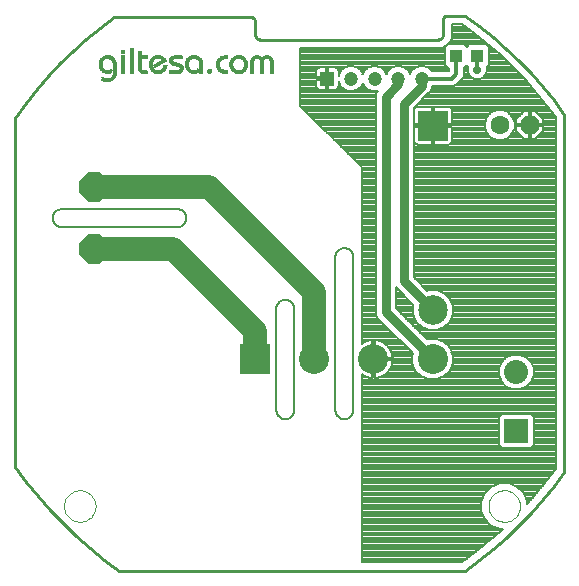
<source format=gtl>
G75*
G70*
%OFA0B0*%
%FSLAX24Y24*%
%IPPOS*%
%LPD*%
%AMOC8*
5,1,8,0,0,1.08239X$1,22.5*
%
%ADD10C,0.0100*%
%ADD11C,0.0000*%
%ADD12C,0.0080*%
%ADD13OC8,0.0984*%
%ADD14C,0.0984*%
%ADD15R,0.0984X0.0984*%
%ADD16R,0.0800X0.0800*%
%ADD17C,0.0800*%
%ADD18R,0.1000X0.1000*%
%ADD19C,0.1000*%
%ADD20R,0.0472X0.0472*%
%ADD21C,0.0472*%
%ADD22R,0.0394X0.0433*%
%ADD23C,0.0630*%
%ADD24OC8,0.0630*%
%ADD25R,0.0062X0.0002*%
%ADD26R,0.0105X0.0002*%
%ADD27R,0.0133X0.0002*%
%ADD28R,0.0159X0.0002*%
%ADD29R,0.0179X0.0002*%
%ADD30R,0.0199X0.0002*%
%ADD31R,0.0215X0.0002*%
%ADD32R,0.0229X0.0002*%
%ADD33R,0.0246X0.0002*%
%ADD34R,0.0258X0.0002*%
%ADD35R,0.0272X0.0002*%
%ADD36R,0.0284X0.0002*%
%ADD37R,0.0296X0.0002*%
%ADD38R,0.0308X0.0002*%
%ADD39R,0.0320X0.0002*%
%ADD40R,0.0330X0.0002*%
%ADD41R,0.0340X0.0002*%
%ADD42R,0.0346X0.0002*%
%ADD43R,0.0350X0.0002*%
%ADD44R,0.0350X0.0002*%
%ADD45R,0.0354X0.0002*%
%ADD46R,0.0358X0.0002*%
%ADD47R,0.0360X0.0002*%
%ADD48R,0.0362X0.0002*%
%ADD49R,0.0366X0.0002*%
%ADD50R,0.0368X0.0002*%
%ADD51R,0.0368X0.0002*%
%ADD52R,0.0372X0.0002*%
%ADD53R,0.0374X0.0002*%
%ADD54R,0.0378X0.0002*%
%ADD55R,0.0378X0.0002*%
%ADD56R,0.0380X0.0002*%
%ADD57R,0.0382X0.0002*%
%ADD58R,0.0386X0.0002*%
%ADD59R,0.0386X0.0002*%
%ADD60R,0.0388X0.0002*%
%ADD61R,0.0390X0.0002*%
%ADD62R,0.0392X0.0002*%
%ADD63R,0.0392X0.0002*%
%ADD64R,0.0395X0.0002*%
%ADD65R,0.0397X0.0002*%
%ADD66R,0.0399X0.0002*%
%ADD67R,0.0399X0.0002*%
%ADD68R,0.0401X0.0002*%
%ADD69R,0.0403X0.0002*%
%ADD70R,0.0405X0.0002*%
%ADD71R,0.0405X0.0002*%
%ADD72R,0.0407X0.0002*%
%ADD73R,0.0409X0.0002*%
%ADD74R,0.0409X0.0002*%
%ADD75R,0.0411X0.0002*%
%ADD76R,0.0137X0.0002*%
%ADD77R,0.0213X0.0002*%
%ADD78R,0.0119X0.0002*%
%ADD79R,0.0197X0.0002*%
%ADD80R,0.0105X0.0002*%
%ADD81R,0.0189X0.0002*%
%ADD82R,0.0093X0.0002*%
%ADD83R,0.0181X0.0002*%
%ADD84R,0.0085X0.0002*%
%ADD85R,0.0175X0.0002*%
%ADD86R,0.0074X0.0002*%
%ADD87R,0.0167X0.0002*%
%ADD88R,0.0064X0.0002*%
%ADD89R,0.0163X0.0002*%
%ADD90R,0.0056X0.0002*%
%ADD91R,0.0159X0.0002*%
%ADD92R,0.0048X0.0002*%
%ADD93R,0.0155X0.0002*%
%ADD94R,0.0040X0.0002*%
%ADD95R,0.0151X0.0002*%
%ADD96R,0.0030X0.0002*%
%ADD97R,0.0149X0.0002*%
%ADD98R,0.0022X0.0002*%
%ADD99R,0.0145X0.0002*%
%ADD100R,0.0014X0.0002*%
%ADD101R,0.0143X0.0002*%
%ADD102R,0.0006X0.0002*%
%ADD103R,0.0139X0.0002*%
%ADD104R,0.0137X0.0002*%
%ADD105R,0.0133X0.0002*%
%ADD106R,0.0133X0.0002*%
%ADD107R,0.0129X0.0002*%
%ADD108R,0.0129X0.0002*%
%ADD109R,0.0127X0.0002*%
%ADD110R,0.0127X0.0002*%
%ADD111R,0.0125X0.0002*%
%ADD112R,0.0125X0.0002*%
%ADD113R,0.0123X0.0002*%
%ADD114R,0.0123X0.0002*%
%ADD115R,0.0121X0.0002*%
%ADD116R,0.0121X0.0002*%
%ADD117R,0.0119X0.0002*%
%ADD118R,0.0117X0.0002*%
%ADD119R,0.0115X0.0002*%
%ADD120R,0.0117X0.0002*%
%ADD121R,0.0115X0.0002*%
%ADD122R,0.0115X0.0002*%
%ADD123R,0.0113X0.0002*%
%ADD124R,0.0113X0.0002*%
%ADD125R,0.0113X0.0002*%
%ADD126R,0.0111X0.0002*%
%ADD127R,0.0111X0.0002*%
%ADD128R,0.0109X0.0002*%
%ADD129R,0.0109X0.0002*%
%ADD130R,0.0109X0.0002*%
%ADD131R,0.0107X0.0002*%
%ADD132R,0.0107X0.0002*%
%ADD133R,0.0107X0.0002*%
%ADD134R,0.0107X0.0002*%
%ADD135R,0.0105X0.0002*%
%ADD136R,0.0105X0.0002*%
%ADD137R,0.0105X0.0002*%
%ADD138R,0.0054X0.0002*%
%ADD139R,0.0062X0.0002*%
%ADD140R,0.0062X0.0002*%
%ADD141R,0.0085X0.0002*%
%ADD142R,0.0097X0.0002*%
%ADD143R,0.0093X0.0002*%
%ADD144R,0.0095X0.0002*%
%ADD145R,0.0020X0.0002*%
%ADD146R,0.0125X0.0002*%
%ADD147R,0.0107X0.0002*%
%ADD148R,0.0141X0.0002*%
%ADD149R,0.0133X0.0002*%
%ADD150R,0.0038X0.0002*%
%ADD151R,0.0137X0.0002*%
%ADD152R,0.0141X0.0002*%
%ADD153R,0.0157X0.0002*%
%ADD154R,0.0147X0.0002*%
%ADD155R,0.0050X0.0002*%
%ADD156R,0.0153X0.0002*%
%ADD157R,0.0173X0.0002*%
%ADD158R,0.0169X0.0002*%
%ADD159R,0.0169X0.0002*%
%ADD160R,0.0171X0.0002*%
%ADD161R,0.0185X0.0002*%
%ADD162R,0.0326X0.0002*%
%ADD163R,0.0171X0.0002*%
%ADD164R,0.0070X0.0002*%
%ADD165R,0.0131X0.0002*%
%ADD166R,0.0183X0.0002*%
%ADD167R,0.0183X0.0002*%
%ADD168R,0.0105X0.0002*%
%ADD169R,0.0107X0.0002*%
%ADD170R,0.0183X0.0002*%
%ADD171R,0.0199X0.0002*%
%ADD172R,0.0340X0.0002*%
%ADD173R,0.0181X0.0002*%
%ADD174R,0.0074X0.0002*%
%ADD175R,0.0145X0.0002*%
%ADD176R,0.0195X0.0002*%
%ADD177R,0.0195X0.0002*%
%ADD178R,0.0193X0.0002*%
%ADD179R,0.0211X0.0002*%
%ADD180R,0.0352X0.0002*%
%ADD181R,0.0193X0.0002*%
%ADD182R,0.0083X0.0002*%
%ADD183R,0.0157X0.0002*%
%ADD184R,0.0207X0.0002*%
%ADD185R,0.0205X0.0002*%
%ADD186R,0.0201X0.0002*%
%ADD187R,0.0221X0.0002*%
%ADD188R,0.0360X0.0002*%
%ADD189R,0.0203X0.0002*%
%ADD190R,0.0087X0.0002*%
%ADD191R,0.0165X0.0002*%
%ADD192R,0.0217X0.0002*%
%ADD193R,0.0217X0.0002*%
%ADD194R,0.0207X0.0002*%
%ADD195R,0.0231X0.0002*%
%ADD196R,0.0366X0.0002*%
%ADD197R,0.0091X0.0002*%
%ADD198R,0.0175X0.0002*%
%ADD199R,0.0229X0.0002*%
%ADD200R,0.0225X0.0002*%
%ADD201R,0.0213X0.0002*%
%ADD202R,0.0242X0.0002*%
%ADD203R,0.0372X0.0002*%
%ADD204R,0.0221X0.0002*%
%ADD205R,0.0097X0.0002*%
%ADD206R,0.0238X0.0002*%
%ADD207R,0.0237X0.0002*%
%ADD208R,0.0252X0.0002*%
%ADD209R,0.0378X0.0002*%
%ADD210R,0.0101X0.0002*%
%ADD211R,0.0187X0.0002*%
%ADD212R,0.0248X0.0002*%
%ADD213R,0.0246X0.0002*%
%ADD214R,0.0223X0.0002*%
%ADD215R,0.0260X0.0002*%
%ADD216R,0.0384X0.0002*%
%ADD217R,0.0238X0.0002*%
%ADD218R,0.0254X0.0002*%
%ADD219R,0.0227X0.0002*%
%ADD220R,0.0270X0.0002*%
%ADD221R,0.0246X0.0002*%
%ADD222R,0.0266X0.0002*%
%ADD223R,0.0262X0.0002*%
%ADD224R,0.0231X0.0002*%
%ADD225R,0.0280X0.0002*%
%ADD226R,0.0392X0.0002*%
%ADD227R,0.0252X0.0002*%
%ADD228R,0.0111X0.0002*%
%ADD229R,0.0205X0.0002*%
%ADD230R,0.0274X0.0002*%
%ADD231R,0.0270X0.0002*%
%ADD232R,0.0235X0.0002*%
%ADD233R,0.0288X0.0002*%
%ADD234R,0.0399X0.0002*%
%ADD235R,0.0260X0.0002*%
%ADD236R,0.0282X0.0002*%
%ADD237R,0.0278X0.0002*%
%ADD238R,0.0296X0.0002*%
%ADD239R,0.0215X0.0002*%
%ADD240R,0.0290X0.0002*%
%ADD241R,0.0286X0.0002*%
%ADD242R,0.0241X0.0002*%
%ADD243R,0.0300X0.0002*%
%ADD244R,0.0405X0.0002*%
%ADD245R,0.0272X0.0002*%
%ADD246R,0.0121X0.0002*%
%ADD247R,0.0221X0.0002*%
%ADD248R,0.0298X0.0002*%
%ADD249R,0.0292X0.0002*%
%ADD250R,0.0244X0.0002*%
%ADD251R,0.0308X0.0002*%
%ADD252R,0.0409X0.0002*%
%ADD253R,0.0123X0.0002*%
%ADD254R,0.0304X0.0002*%
%ADD255R,0.0294X0.0002*%
%ADD256R,0.0316X0.0002*%
%ADD257R,0.0411X0.0002*%
%ADD258R,0.0312X0.0002*%
%ADD259R,0.0250X0.0002*%
%ADD260R,0.0324X0.0002*%
%ADD261R,0.0415X0.0002*%
%ADD262R,0.0292X0.0002*%
%ADD263R,0.0233X0.0002*%
%ADD264R,0.0318X0.0002*%
%ADD265R,0.0302X0.0002*%
%ADD266R,0.0328X0.0002*%
%ADD267R,0.0417X0.0002*%
%ADD268R,0.0324X0.0002*%
%ADD269R,0.0256X0.0002*%
%ADD270R,0.0336X0.0002*%
%ADD271R,0.0421X0.0002*%
%ADD272R,0.0131X0.0002*%
%ADD273R,0.0330X0.0002*%
%ADD274R,0.0258X0.0002*%
%ADD275R,0.0340X0.0002*%
%ADD276R,0.0423X0.0002*%
%ADD277R,0.0135X0.0002*%
%ADD278R,0.0338X0.0002*%
%ADD279R,0.0310X0.0002*%
%ADD280R,0.0348X0.0002*%
%ADD281R,0.0425X0.0002*%
%ADD282R,0.0342X0.0002*%
%ADD283R,0.0314X0.0002*%
%ADD284R,0.0262X0.0002*%
%ADD285R,0.0429X0.0002*%
%ADD286R,0.0320X0.0002*%
%ADD287R,0.0316X0.0002*%
%ADD288R,0.0264X0.0002*%
%ADD289R,0.0360X0.0002*%
%ADD290R,0.0431X0.0002*%
%ADD291R,0.0324X0.0002*%
%ADD292R,0.0139X0.0002*%
%ADD293R,0.0256X0.0002*%
%ADD294R,0.0354X0.0002*%
%ADD295R,0.0318X0.0002*%
%ADD296R,0.0266X0.0002*%
%ADD297R,0.0364X0.0002*%
%ADD298R,0.0433X0.0002*%
%ADD299R,0.0139X0.0002*%
%ADD300R,0.0360X0.0002*%
%ADD301R,0.0322X0.0002*%
%ADD302R,0.0268X0.0002*%
%ADD303R,0.0370X0.0002*%
%ADD304R,0.0435X0.0002*%
%ADD305R,0.0330X0.0002*%
%ADD306R,0.0376X0.0002*%
%ADD307R,0.0437X0.0002*%
%ADD308R,0.0332X0.0002*%
%ADD309R,0.0141X0.0002*%
%ADD310R,0.0326X0.0002*%
%ADD311R,0.0272X0.0002*%
%ADD312R,0.0380X0.0002*%
%ADD313R,0.0439X0.0002*%
%ADD314R,0.0334X0.0002*%
%ADD315R,0.0143X0.0002*%
%ADD316R,0.0268X0.0002*%
%ADD317R,0.0376X0.0002*%
%ADD318R,0.0274X0.0002*%
%ADD319R,0.0441X0.0002*%
%ADD320R,0.0382X0.0002*%
%ADD321R,0.0276X0.0002*%
%ADD322R,0.0391X0.0002*%
%ADD323R,0.0443X0.0002*%
%ADD324R,0.0340X0.0002*%
%ADD325R,0.0274X0.0002*%
%ADD326R,0.0334X0.0002*%
%ADD327R,0.0445X0.0002*%
%ADD328R,0.0342X0.0002*%
%ADD329R,0.0278X0.0002*%
%ADD330R,0.0401X0.0002*%
%ADD331R,0.0445X0.0002*%
%ADD332R,0.0344X0.0002*%
%ADD333R,0.0395X0.0002*%
%ADD334R,0.0280X0.0002*%
%ADD335R,0.0447X0.0002*%
%ADD336R,0.0409X0.0002*%
%ADD337R,0.0449X0.0002*%
%ADD338R,0.0348X0.0002*%
%ADD339R,0.0407X0.0002*%
%ADD340R,0.0344X0.0002*%
%ADD341R,0.0415X0.0002*%
%ADD342R,0.0451X0.0002*%
%ADD343R,0.0350X0.0002*%
%ADD344R,0.0411X0.0002*%
%ADD345R,0.0346X0.0002*%
%ADD346R,0.0284X0.0002*%
%ADD347R,0.0419X0.0002*%
%ADD348R,0.0451X0.0002*%
%ADD349R,0.0352X0.0002*%
%ADD350R,0.0290X0.0002*%
%ADD351R,0.0415X0.0002*%
%ADD352R,0.0286X0.0002*%
%ADD353R,0.0423X0.0002*%
%ADD354R,0.0453X0.0002*%
%ADD355R,0.0354X0.0002*%
%ADD356R,0.0292X0.0002*%
%ADD357R,0.0419X0.0002*%
%ADD358R,0.0427X0.0002*%
%ADD359R,0.0455X0.0002*%
%ADD360R,0.0356X0.0002*%
%ADD361R,0.0288X0.0002*%
%ADD362R,0.0431X0.0002*%
%ADD363R,0.0358X0.0002*%
%ADD364R,0.0296X0.0002*%
%ADD365R,0.0290X0.0002*%
%ADD366R,0.0435X0.0002*%
%ADD367R,0.0457X0.0002*%
%ADD368R,0.0300X0.0002*%
%ADD369R,0.0356X0.0002*%
%ADD370R,0.0290X0.0002*%
%ADD371R,0.0439X0.0002*%
%ADD372R,0.0457X0.0002*%
%ADD373R,0.0362X0.0002*%
%ADD374R,0.0302X0.0002*%
%ADD375R,0.0443X0.0002*%
%ADD376R,0.0459X0.0002*%
%ADD377R,0.0304X0.0002*%
%ADD378R,0.0447X0.0002*%
%ADD379R,0.0461X0.0002*%
%ADD380R,0.0306X0.0002*%
%ADD381R,0.0360X0.0002*%
%ADD382R,0.0294X0.0002*%
%ADD383R,0.0461X0.0002*%
%ADD384R,0.0368X0.0002*%
%ADD385R,0.0447X0.0002*%
%ADD386R,0.0463X0.0002*%
%ADD387R,0.0368X0.0002*%
%ADD388R,0.0457X0.0002*%
%ADD389R,0.0455X0.0002*%
%ADD390R,0.0372X0.0002*%
%ADD391R,0.0314X0.0002*%
%ADD392R,0.0203X0.0002*%
%ADD393R,0.0298X0.0002*%
%ADD394R,0.0201X0.0002*%
%ADD395R,0.0201X0.0002*%
%ADD396R,0.0465X0.0002*%
%ADD397R,0.0121X0.0002*%
%ADD398R,0.0316X0.0002*%
%ADD399R,0.0191X0.0002*%
%ADD400R,0.0298X0.0002*%
%ADD401R,0.0189X0.0002*%
%ADD402R,0.0465X0.0002*%
%ADD403R,0.0300X0.0002*%
%ADD404R,0.0181X0.0002*%
%ADD405R,0.0467X0.0002*%
%ADD406R,0.0103X0.0002*%
%ADD407R,0.0320X0.0002*%
%ADD408R,0.0177X0.0002*%
%ADD409R,0.0171X0.0002*%
%ADD410R,0.0079X0.0002*%
%ADD411R,0.0173X0.0002*%
%ADD412R,0.0169X0.0002*%
%ADD413R,0.0467X0.0002*%
%ADD414R,0.0171X0.0002*%
%ADD415R,0.0091X0.0002*%
%ADD416R,0.0324X0.0002*%
%ADD417R,0.0173X0.0002*%
%ADD418R,0.0072X0.0002*%
%ADD419R,0.0469X0.0002*%
%ADD420R,0.0163X0.0002*%
%ADD421R,0.0066X0.0002*%
%ADD422R,0.0165X0.0002*%
%ADD423R,0.0161X0.0002*%
%ADD424R,0.0149X0.0002*%
%ADD425R,0.0163X0.0002*%
%ADD426R,0.0081X0.0002*%
%ADD427R,0.0139X0.0002*%
%ADD428R,0.0076X0.0002*%
%ADD429R,0.0157X0.0002*%
%ADD430R,0.0058X0.0002*%
%ADD431R,0.0159X0.0002*%
%ADD432R,0.0155X0.0002*%
%ADD433R,0.0137X0.0002*%
%ADD434R,0.0159X0.0002*%
%ADD435R,0.0072X0.0002*%
%ADD436R,0.0115X0.0002*%
%ADD437R,0.0195X0.0002*%
%ADD438R,0.0052X0.0002*%
%ADD439R,0.0127X0.0002*%
%ADD440R,0.0153X0.0002*%
%ADD441R,0.0155X0.0002*%
%ADD442R,0.0068X0.0002*%
%ADD443R,0.0189X0.0002*%
%ADD444R,0.0125X0.0002*%
%ADD445R,0.0151X0.0002*%
%ADD446R,0.0064X0.0002*%
%ADD447R,0.0044X0.0002*%
%ADD448R,0.0123X0.0002*%
%ADD449R,0.0103X0.0002*%
%ADD450R,0.0179X0.0002*%
%ADD451R,0.0147X0.0002*%
%ADD452R,0.0040X0.0002*%
%ADD453R,0.0119X0.0002*%
%ADD454R,0.0151X0.0002*%
%ADD455R,0.0125X0.0002*%
%ADD456R,0.0099X0.0002*%
%ADD457R,0.0175X0.0002*%
%ADD458R,0.0145X0.0002*%
%ADD459R,0.0036X0.0002*%
%ADD460R,0.0056X0.0002*%
%ADD461R,0.0095X0.0002*%
%ADD462R,0.0032X0.0002*%
%ADD463R,0.0117X0.0002*%
%ADD464R,0.0052X0.0002*%
%ADD465R,0.0028X0.0002*%
%ADD466R,0.0115X0.0002*%
%ADD467R,0.0050X0.0002*%
%ADD468R,0.0141X0.0002*%
%ADD469R,0.0024X0.0002*%
%ADD470R,0.0113X0.0002*%
%ADD471R,0.0117X0.0002*%
%ADD472R,0.0046X0.0002*%
%ADD473R,0.0163X0.0002*%
%ADD474R,0.0119X0.0002*%
%ADD475R,0.0074X0.0002*%
%ADD476R,0.0143X0.0002*%
%ADD477R,0.0137X0.0002*%
%ADD478R,0.0016X0.0002*%
%ADD479R,0.0042X0.0002*%
%ADD480R,0.0135X0.0002*%
%ADD481R,0.0012X0.0002*%
%ADD482R,0.0038X0.0002*%
%ADD483R,0.0058X0.0002*%
%ADD484R,0.0133X0.0002*%
%ADD485R,0.0010X0.0002*%
%ADD486R,0.0109X0.0002*%
%ADD487R,0.0135X0.0002*%
%ADD488R,0.0115X0.0002*%
%ADD489R,0.0135X0.0002*%
%ADD490R,0.0036X0.0002*%
%ADD491R,0.0153X0.0002*%
%ADD492R,0.0034X0.0002*%
%ADD493R,0.0034X0.0002*%
%ADD494R,0.0002X0.0002*%
%ADD495R,0.0133X0.0002*%
%ADD496R,0.0030X0.0002*%
%ADD497R,0.0149X0.0002*%
%ADD498R,0.0129X0.0002*%
%ADD499R,0.0131X0.0002*%
%ADD500R,0.0028X0.0002*%
%ADD501R,0.0024X0.0002*%
%ADD502R,0.0022X0.0002*%
%ADD503R,0.0020X0.0002*%
%ADD504R,0.0123X0.0002*%
%ADD505R,0.0127X0.0002*%
%ADD506R,0.0018X0.0002*%
%ADD507R,0.0121X0.0002*%
%ADD508R,0.0012X0.0002*%
%ADD509R,0.0127X0.0002*%
%ADD510R,0.0010X0.0002*%
%ADD511R,0.0008X0.0002*%
%ADD512R,0.0006X0.0002*%
%ADD513R,0.0119X0.0002*%
%ADD514R,0.0004X0.0002*%
%ADD515R,0.0002X0.0002*%
%ADD516R,0.0117X0.0002*%
%ADD517R,0.0004X0.0002*%
%ADD518R,0.0111X0.0002*%
%ADD519R,0.0111X0.0002*%
%ADD520R,0.0018X0.0002*%
%ADD521R,0.0109X0.0002*%
%ADD522R,0.0022X0.0002*%
%ADD523R,0.0042X0.0002*%
%ADD524R,0.0046X0.0002*%
%ADD525R,0.0056X0.0002*%
%ADD526R,0.0161X0.0002*%
%ADD527R,0.0070X0.0002*%
%ADD528R,0.0179X0.0002*%
%ADD529R,0.0109X0.0002*%
%ADD530R,0.0185X0.0002*%
%ADD531R,0.0089X0.0002*%
%ADD532R,0.0093X0.0002*%
%ADD533R,0.0099X0.0002*%
%ADD534R,0.0211X0.0002*%
%ADD535R,0.0231X0.0002*%
%ADD536R,0.0240X0.0002*%
%ADD537R,0.0149X0.0002*%
%ADD538R,0.0264X0.0002*%
%ADD539R,0.0268X0.0002*%
%ADD540R,0.0272X0.0002*%
%ADD541R,0.0167X0.0002*%
%ADD542R,0.0068X0.0002*%
%ADD543R,0.0284X0.0002*%
%ADD544R,0.0018X0.0002*%
%ADD545R,0.0185X0.0002*%
%ADD546R,0.0002X0.0002*%
%ADD547R,0.0296X0.0002*%
%ADD548R,0.0197X0.0002*%
%ADD549R,0.0197X0.0002*%
%ADD550R,0.0310X0.0002*%
%ADD551R,0.0199X0.0002*%
%ADD552R,0.0310X0.0002*%
%ADD553R,0.0312X0.0002*%
%ADD554R,0.0312X0.0002*%
%ADD555R,0.0310X0.0002*%
%ADD556R,0.0306X0.0002*%
%ADD557R,0.0199X0.0002*%
%ADD558R,0.0197X0.0002*%
%ADD559R,0.0296X0.0002*%
%ADD560R,0.0254X0.0002*%
%ADD561R,0.0225X0.0002*%
%ADD562R,0.0219X0.0002*%
%ADD563R,0.0157X0.0002*%
%ADD564R,0.0107X0.0002*%
%ADD565R,0.0117X0.0002*%
%ADD566R,0.0197X0.0002*%
%ADD567R,0.0141X0.0002*%
%ADD568R,0.0111X0.0002*%
%ADD569R,0.0119X0.0002*%
%ADD570R,0.0111X0.0002*%
%ADD571R,0.0117X0.0002*%
%ADD572R,0.0107X0.0002*%
%ADD573R,0.0117X0.0002*%
%ADD574R,0.0199X0.0002*%
%ADD575R,0.0137X0.0002*%
%ADD576R,0.0109X0.0002*%
%ADD577R,0.0121X0.0002*%
%ADD578R,0.0123X0.0002*%
%ADD579R,0.0197X0.0002*%
%ADD580R,0.0121X0.0002*%
%ADD581R,0.0197X0.0002*%
%ADD582R,0.0121X0.0002*%
%ADD583R,0.0125X0.0002*%
%ADD584R,0.0119X0.0002*%
%ADD585R,0.0127X0.0002*%
%ADD586R,0.0119X0.0002*%
%ADD587R,0.0123X0.0002*%
%ADD588R,0.0193X0.0002*%
%ADD589R,0.0187X0.0002*%
%ADD590R,0.0131X0.0002*%
%ADD591R,0.0125X0.0002*%
%ADD592R,0.0123X0.0002*%
%ADD593R,0.0177X0.0002*%
%ADD594R,0.0125X0.0002*%
%ADD595R,0.0131X0.0002*%
%ADD596R,0.0127X0.0002*%
%ADD597R,0.0163X0.0002*%
%ADD598R,0.0135X0.0002*%
%ADD599R,0.0129X0.0002*%
%ADD600R,0.0157X0.0002*%
%ADD601R,0.0129X0.0002*%
%ADD602R,0.0135X0.0002*%
%ADD603R,0.0143X0.0002*%
%ADD604R,0.0139X0.0002*%
%ADD605R,0.0135X0.0002*%
%ADD606R,0.0115X0.0002*%
%ADD607R,0.0139X0.0002*%
%ADD608R,0.0133X0.0002*%
%ADD609R,0.0127X0.0002*%
%ADD610R,0.0141X0.0002*%
%ADD611R,0.0135X0.0002*%
%ADD612R,0.0129X0.0002*%
%ADD613R,0.0137X0.0002*%
%ADD614R,0.0147X0.0002*%
%ADD615R,0.0145X0.0002*%
%ADD616R,0.0131X0.0002*%
%ADD617R,0.0141X0.0002*%
%ADD618R,0.0153X0.0002*%
%ADD619R,0.0151X0.0002*%
%ADD620R,0.0143X0.0002*%
%ADD621R,0.0137X0.0002*%
%ADD622R,0.0155X0.0002*%
%ADD623R,0.0159X0.0002*%
%ADD624R,0.0161X0.0002*%
%ADD625R,0.0143X0.0002*%
%ADD626R,0.0147X0.0002*%
%ADD627R,0.0165X0.0002*%
%ADD628R,0.0167X0.0002*%
%ADD629R,0.0167X0.0002*%
%ADD630R,0.0153X0.0002*%
%ADD631R,0.0175X0.0002*%
%ADD632R,0.0149X0.0002*%
%ADD633R,0.0179X0.0002*%
%ADD634R,0.0153X0.0002*%
%ADD635R,0.0151X0.0002*%
%ADD636R,0.0153X0.0002*%
%ADD637R,0.0155X0.0002*%
%ADD638R,0.0183X0.0002*%
%ADD639R,0.0191X0.0002*%
%ADD640R,0.0161X0.0002*%
%ADD641R,0.0195X0.0002*%
%ADD642R,0.0199X0.0002*%
%ADD643R,0.0161X0.0002*%
%ADD644R,0.0163X0.0002*%
%ADD645R,0.0203X0.0002*%
%ADD646R,0.0207X0.0002*%
%ADD647R,0.0167X0.0002*%
%ADD648R,0.0173X0.0002*%
%ADD649R,0.0316X0.0002*%
%ADD650R,0.0171X0.0002*%
%ADD651R,0.0441X0.0002*%
%ADD652R,0.0177X0.0002*%
%ADD653R,0.0322X0.0002*%
%ADD654R,0.0173X0.0002*%
%ADD655R,0.0229X0.0002*%
%ADD656R,0.0171X0.0002*%
%ADD657R,0.0316X0.0002*%
%ADD658R,0.0175X0.0002*%
%ADD659R,0.0441X0.0002*%
%ADD660R,0.0185X0.0002*%
%ADD661R,0.0320X0.0002*%
%ADD662R,0.0147X0.0002*%
%ADD663R,0.0240X0.0002*%
%ADD664R,0.0179X0.0002*%
%ADD665R,0.0264X0.0002*%
%ADD666R,0.0199X0.0002*%
%ADD667R,0.0201X0.0002*%
%ADD668R,0.0439X0.0002*%
%ADD669R,0.0205X0.0002*%
%ADD670R,0.0211X0.0002*%
%ADD671R,0.0201X0.0002*%
%ADD672R,0.0165X0.0002*%
%ADD673R,0.0286X0.0002*%
%ADD674R,0.0449X0.0002*%
%ADD675R,0.0457X0.0002*%
%ADD676R,0.0437X0.0002*%
%ADD677R,0.0473X0.0002*%
%ADD678R,0.0314X0.0002*%
%ADD679R,0.0455X0.0002*%
%ADD680R,0.0702X0.0002*%
%ADD681R,0.0700X0.0002*%
%ADD682R,0.0698X0.0002*%
%ADD683R,0.0445X0.0002*%
%ADD684R,0.0435X0.0002*%
%ADD685R,0.0463X0.0002*%
%ADD686R,0.0308X0.0002*%
%ADD687R,0.0447X0.0002*%
%ADD688R,0.0694X0.0002*%
%ADD689R,0.0435X0.0002*%
%ADD690R,0.0433X0.0002*%
%ADD691R,0.0459X0.0002*%
%ADD692R,0.0306X0.0002*%
%ADD693R,0.0443X0.0002*%
%ADD694R,0.0694X0.0002*%
%ADD695R,0.0431X0.0002*%
%ADD696R,0.0690X0.0002*%
%ADD697R,0.0427X0.0002*%
%ADD698R,0.0686X0.0002*%
%ADD699R,0.0423X0.0002*%
%ADD700R,0.0429X0.0002*%
%ADD701R,0.0431X0.0002*%
%ADD702R,0.0449X0.0002*%
%ADD703R,0.0298X0.0002*%
%ADD704R,0.0686X0.0002*%
%ADD705R,0.0419X0.0002*%
%ADD706R,0.0425X0.0002*%
%ADD707R,0.0429X0.0002*%
%ADD708R,0.0445X0.0002*%
%ADD709R,0.0296X0.0002*%
%ADD710R,0.0427X0.0002*%
%ADD711R,0.0682X0.0002*%
%ADD712R,0.0421X0.0002*%
%ADD713R,0.0441X0.0002*%
%ADD714R,0.0678X0.0002*%
%ADD715R,0.0676X0.0002*%
%ADD716R,0.0407X0.0002*%
%ADD717R,0.0413X0.0002*%
%ADD718R,0.0425X0.0002*%
%ADD719R,0.0433X0.0002*%
%ADD720R,0.0290X0.0002*%
%ADD721R,0.0415X0.0002*%
%ADD722R,0.0336X0.0002*%
%ADD723R,0.0336X0.0002*%
%ADD724R,0.0403X0.0002*%
%ADD725R,0.0423X0.0002*%
%ADD726R,0.0429X0.0002*%
%ADD727R,0.0286X0.0002*%
%ADD728R,0.0411X0.0002*%
%ADD729R,0.0332X0.0002*%
%ADD730R,0.0399X0.0002*%
%ADD731R,0.0328X0.0002*%
%ADD732R,0.0394X0.0002*%
%ADD733R,0.0390X0.0002*%
%ADD734R,0.0397X0.0002*%
%ADD735R,0.0419X0.0002*%
%ADD736R,0.0417X0.0002*%
%ADD737R,0.0278X0.0002*%
%ADD738R,0.0395X0.0002*%
%ADD739R,0.0324X0.0002*%
%ADD740R,0.0386X0.0002*%
%ADD741R,0.0417X0.0002*%
%ADD742R,0.0413X0.0002*%
%ADD743R,0.0276X0.0002*%
%ADD744R,0.0391X0.0002*%
%ADD745R,0.0382X0.0002*%
%ADD746R,0.0316X0.0002*%
%ADD747R,0.0413X0.0002*%
%ADD748R,0.0372X0.0002*%
%ADD749R,0.0396X0.0002*%
%ADD750R,0.0268X0.0002*%
%ADD751R,0.0376X0.0002*%
%ADD752R,0.0372X0.0002*%
%ADD753R,0.0264X0.0002*%
%ADD754R,0.0370X0.0002*%
%ADD755R,0.0304X0.0002*%
%ADD756R,0.0304X0.0002*%
%ADD757R,0.0380X0.0002*%
%ADD758R,0.0352X0.0002*%
%ADD759R,0.0356X0.0002*%
%ADD760R,0.0403X0.0002*%
%ADD761R,0.0376X0.0002*%
%ADD762R,0.0256X0.0002*%
%ADD763R,0.0354X0.0002*%
%ADD764R,0.0294X0.0002*%
%ADD765R,0.0292X0.0002*%
%ADD766R,0.0346X0.0002*%
%ADD767R,0.0350X0.0002*%
%ADD768R,0.0401X0.0002*%
%ADD769R,0.0252X0.0002*%
%ADD770R,0.0350X0.0002*%
%ADD771R,0.0288X0.0002*%
%ADD772R,0.0346X0.0002*%
%ADD773R,0.0364X0.0002*%
%ADD774R,0.0334X0.0002*%
%ADD775R,0.0280X0.0002*%
%ADD776R,0.0328X0.0002*%
%ADD777R,0.0334X0.0002*%
%ADD778R,0.0242X0.0002*%
%ADD779R,0.0330X0.0002*%
%ADD780R,0.0274X0.0002*%
%ADD781R,0.0276X0.0002*%
%ADD782R,0.0324X0.0002*%
%ADD783R,0.0326X0.0002*%
%ADD784R,0.0388X0.0002*%
%ADD785R,0.0237X0.0002*%
%ADD786R,0.0324X0.0002*%
%ADD787R,0.0270X0.0002*%
%ADD788R,0.0270X0.0002*%
%ADD789R,0.0264X0.0002*%
%ADD790R,0.0304X0.0002*%
%ADD791R,0.0380X0.0002*%
%ADD792R,0.0326X0.0002*%
%ADD793R,0.0225X0.0002*%
%ADD794R,0.0254X0.0002*%
%ADD795R,0.0300X0.0002*%
%ADD796R,0.0376X0.0002*%
%ADD797R,0.0221X0.0002*%
%ADD798R,0.0298X0.0002*%
%ADD799R,0.0250X0.0002*%
%ADD800R,0.0248X0.0002*%
%ADD801R,0.0244X0.0002*%
%ADD802R,0.0274X0.0002*%
%ADD803R,0.0362X0.0002*%
%ADD804R,0.0296X0.0002*%
%ADD805R,0.0205X0.0002*%
%ADD806R,0.0229X0.0002*%
%ADD807R,0.0231X0.0002*%
%ADD808R,0.0266X0.0002*%
%ADD809R,0.0358X0.0002*%
%ADD810R,0.0223X0.0002*%
%ADD811R,0.0215X0.0002*%
%ADD812R,0.0209X0.0002*%
%ADD813R,0.0240X0.0002*%
%ADD814R,0.0244X0.0002*%
%ADD815R,0.0340X0.0002*%
%ADD816R,0.0262X0.0002*%
%ADD817R,0.0238X0.0002*%
%ADD818R,0.0229X0.0002*%
%ADD819R,0.0231X0.0002*%
%ADD820R,0.0334X0.0002*%
%ADD821R,0.0173X0.0002*%
%ADD822R,0.0229X0.0002*%
%ADD823R,0.0219X0.0002*%
%ADD824R,0.0223X0.0002*%
%ADD825R,0.0183X0.0002*%
%ADD826R,0.0215X0.0002*%
%ADD827R,0.0195X0.0002*%
%ADD828R,0.0203X0.0002*%
%ADD829R,0.0171X0.0002*%
%ADD830R,0.0187X0.0002*%
%ADD831R,0.0169X0.0002*%
%ADD832R,0.0143X0.0002*%
%ADD833R,0.0155X0.0002*%
%ADD834R,0.0097X0.0002*%
%ADD835R,0.0099X0.0002*%
%ADD836R,0.0095X0.0002*%
%ADD837R,0.0078X0.0002*%
%ADD838R,0.0081X0.0002*%
%ADD839R,0.0072X0.0002*%
%ADD840R,0.0020X0.0002*%
%ADD841R,0.0050X0.0002*%
%ADD842R,0.0060X0.0002*%
%ADD843R,0.0066X0.0002*%
%ADD844R,0.0079X0.0002*%
%ADD845R,0.0089X0.0002*%
%ADD846R,0.0091X0.0002*%
%ADD847R,0.0095X0.0002*%
%ADD848R,0.0099X0.0002*%
%ADD849R,0.0103X0.0002*%
%ADD850R,0.0101X0.0002*%
%ADD851R,0.0087X0.0002*%
%ADD852R,0.0074X0.0002*%
%ADD853R,0.0062X0.0002*%
%ADD854R,0.0054X0.0002*%
%ADD855R,0.0044X0.0002*%
%ADD856R,0.0030X0.0002*%
%ADD857C,0.0300*%
%ADD858C,0.0140*%
%ADD859C,0.0800*%
%ADD860C,0.0280*%
D10*
X003600Y000390D02*
X015150Y000390D01*
X018450Y003690D02*
X018450Y015590D01*
X015150Y018890D02*
X014550Y018890D01*
X014527Y018888D01*
X014504Y018883D01*
X014482Y018874D01*
X014462Y018861D01*
X014444Y018846D01*
X014429Y018828D01*
X014416Y018808D01*
X014407Y018786D01*
X014402Y018763D01*
X014400Y018740D01*
X014400Y018240D01*
X014398Y018217D01*
X014393Y018194D01*
X014384Y018172D01*
X014371Y018152D01*
X014356Y018134D01*
X014338Y018119D01*
X014318Y018106D01*
X014296Y018097D01*
X014273Y018092D01*
X014250Y018090D01*
X008300Y018090D01*
X008277Y018092D01*
X008254Y018097D01*
X008232Y018106D01*
X008212Y018119D01*
X008194Y018134D01*
X008179Y018152D01*
X008166Y018172D01*
X008157Y018194D01*
X008152Y018217D01*
X008150Y018240D01*
X008150Y018690D01*
X008148Y018713D01*
X008143Y018736D01*
X008134Y018758D01*
X008121Y018778D01*
X008106Y018796D01*
X008088Y018811D01*
X008068Y018824D01*
X008046Y018833D01*
X008023Y018838D01*
X008000Y018840D01*
X003450Y018840D01*
X000150Y015490D02*
X000150Y003840D01*
X015150Y018890D02*
X015623Y018543D01*
X016080Y018176D01*
X016521Y017790D01*
X016944Y017384D01*
X017350Y016961D01*
X017736Y016520D01*
X018103Y016063D01*
X018450Y015590D01*
X003600Y000390D02*
X003106Y000752D01*
X002627Y001136D01*
X002167Y001540D01*
X001724Y001964D01*
X001300Y002407D01*
X000896Y002867D01*
X000512Y003346D01*
X000150Y003840D01*
X015150Y000390D02*
X015623Y000737D01*
X016080Y001104D01*
X016521Y001490D01*
X016944Y001896D01*
X017350Y002319D01*
X017736Y002760D01*
X018103Y003217D01*
X018450Y003690D01*
X003450Y018840D02*
X002976Y018487D01*
X002518Y018114D01*
X002077Y017721D01*
X001653Y017309D01*
X001248Y016879D01*
X000862Y016432D01*
X000495Y015969D01*
X000150Y015490D01*
D11*
X001775Y002540D02*
X001777Y002585D01*
X001783Y002630D01*
X001792Y002674D01*
X001806Y002717D01*
X001823Y002759D01*
X001843Y002799D01*
X001867Y002838D01*
X001895Y002874D01*
X001925Y002907D01*
X001958Y002938D01*
X001993Y002966D01*
X002031Y002991D01*
X002071Y003012D01*
X002112Y003030D01*
X002155Y003045D01*
X002199Y003055D01*
X002244Y003062D01*
X002289Y003065D01*
X002334Y003064D01*
X002379Y003059D01*
X002423Y003050D01*
X002467Y003038D01*
X002509Y003022D01*
X002549Y003002D01*
X002588Y002979D01*
X002625Y002952D01*
X002659Y002923D01*
X002691Y002891D01*
X002719Y002856D01*
X002745Y002819D01*
X002767Y002779D01*
X002786Y002738D01*
X002801Y002696D01*
X002813Y002652D01*
X002821Y002608D01*
X002825Y002563D01*
X002825Y002517D01*
X002821Y002472D01*
X002813Y002428D01*
X002801Y002384D01*
X002786Y002342D01*
X002767Y002301D01*
X002745Y002261D01*
X002719Y002224D01*
X002691Y002189D01*
X002659Y002157D01*
X002625Y002128D01*
X002588Y002101D01*
X002549Y002078D01*
X002509Y002058D01*
X002467Y002042D01*
X002423Y002030D01*
X002379Y002021D01*
X002334Y002016D01*
X002289Y002015D01*
X002244Y002018D01*
X002199Y002025D01*
X002155Y002035D01*
X002112Y002050D01*
X002071Y002068D01*
X002031Y002089D01*
X001993Y002114D01*
X001958Y002142D01*
X001925Y002173D01*
X001895Y002206D01*
X001867Y002242D01*
X001843Y002281D01*
X001823Y002321D01*
X001806Y002363D01*
X001792Y002406D01*
X001783Y002450D01*
X001777Y002495D01*
X001775Y002540D01*
X015925Y002540D02*
X015927Y002585D01*
X015933Y002630D01*
X015942Y002674D01*
X015956Y002717D01*
X015973Y002759D01*
X015993Y002799D01*
X016017Y002838D01*
X016045Y002874D01*
X016075Y002907D01*
X016108Y002938D01*
X016143Y002966D01*
X016181Y002991D01*
X016221Y003012D01*
X016262Y003030D01*
X016305Y003045D01*
X016349Y003055D01*
X016394Y003062D01*
X016439Y003065D01*
X016484Y003064D01*
X016529Y003059D01*
X016573Y003050D01*
X016617Y003038D01*
X016659Y003022D01*
X016699Y003002D01*
X016738Y002979D01*
X016775Y002952D01*
X016809Y002923D01*
X016841Y002891D01*
X016869Y002856D01*
X016895Y002819D01*
X016917Y002779D01*
X016936Y002738D01*
X016951Y002696D01*
X016963Y002652D01*
X016971Y002608D01*
X016975Y002563D01*
X016975Y002517D01*
X016971Y002472D01*
X016963Y002428D01*
X016951Y002384D01*
X016936Y002342D01*
X016917Y002301D01*
X016895Y002261D01*
X016869Y002224D01*
X016841Y002189D01*
X016809Y002157D01*
X016775Y002128D01*
X016738Y002101D01*
X016699Y002078D01*
X016659Y002058D01*
X016617Y002042D01*
X016573Y002030D01*
X016529Y002021D01*
X016484Y002016D01*
X016439Y002015D01*
X016394Y002018D01*
X016349Y002025D01*
X016305Y002035D01*
X016262Y002050D01*
X016221Y002068D01*
X016181Y002089D01*
X016143Y002114D01*
X016108Y002142D01*
X016075Y002173D01*
X016045Y002206D01*
X016017Y002242D01*
X015993Y002281D01*
X015973Y002321D01*
X015956Y002363D01*
X015942Y002406D01*
X015933Y002450D01*
X015927Y002495D01*
X015925Y002540D01*
D12*
X015685Y002510D02*
X011700Y002510D01*
X011700Y002588D02*
X015685Y002588D01*
X015685Y002667D02*
X011700Y002667D01*
X011700Y002745D02*
X015707Y002745D01*
X015685Y002692D02*
X015685Y002388D01*
X015801Y002107D01*
X016017Y001891D01*
X016298Y001775D01*
X016396Y001775D01*
X016325Y001704D01*
X015446Y000967D01*
X015446Y000967D01*
X015055Y000680D01*
X011700Y000680D01*
X011700Y006931D01*
X011732Y006907D01*
X011805Y006865D01*
X011882Y006833D01*
X011963Y006811D01*
X012047Y006800D01*
X012049Y006800D01*
X012049Y007400D01*
X012129Y007400D01*
X012129Y007480D01*
X012729Y007480D01*
X012729Y007482D01*
X012718Y007565D01*
X012696Y007646D01*
X012664Y007724D01*
X012622Y007796D01*
X012571Y007863D01*
X012511Y007922D01*
X012445Y007973D01*
X012372Y008015D01*
X012295Y008047D01*
X012214Y008069D01*
X012130Y008080D01*
X012129Y008080D01*
X012129Y007480D01*
X012049Y007480D01*
X012049Y008080D01*
X012047Y008080D01*
X011963Y008069D01*
X011882Y008047D01*
X011805Y008015D01*
X011732Y007973D01*
X011700Y007949D01*
X011700Y013840D01*
X009650Y015890D01*
X009650Y017800D01*
X014368Y017800D01*
X014532Y017895D01*
X014469Y017831D01*
X014469Y017249D01*
X014574Y017143D01*
X014595Y017143D01*
X014595Y017040D01*
X014038Y017040D01*
X013935Y017143D01*
X013782Y017206D01*
X013617Y017206D01*
X013464Y017143D01*
X013347Y017026D01*
X013306Y016927D01*
X013265Y017026D01*
X013148Y017143D01*
X012995Y017206D01*
X012829Y017206D01*
X012676Y017143D01*
X012559Y017026D01*
X012519Y016927D01*
X012478Y017026D01*
X012361Y017143D01*
X012208Y017206D01*
X012042Y017206D01*
X011889Y017143D01*
X011772Y017026D01*
X011731Y016927D01*
X011690Y017026D01*
X011573Y017143D01*
X011420Y017206D01*
X011255Y017206D01*
X011102Y017143D01*
X010985Y017026D01*
X010926Y016885D01*
X010926Y017045D01*
X010917Y017080D01*
X010898Y017112D01*
X010872Y017138D01*
X010840Y017157D01*
X010805Y017166D01*
X010589Y017166D01*
X010589Y016829D01*
X010511Y016829D01*
X010511Y017166D01*
X010295Y017166D01*
X010260Y017157D01*
X010228Y017138D01*
X010202Y017112D01*
X010183Y017080D01*
X010174Y017045D01*
X010174Y016829D01*
X010511Y016829D01*
X010511Y016751D01*
X010589Y016751D01*
X010589Y016414D01*
X010805Y016414D01*
X010840Y016423D01*
X010872Y016442D01*
X010898Y016468D01*
X010917Y016500D01*
X010926Y016535D01*
X010926Y016695D01*
X010985Y016554D01*
X011102Y016437D01*
X011255Y016374D01*
X011420Y016374D01*
X011573Y016437D01*
X011690Y016554D01*
X011731Y016653D01*
X011772Y016554D01*
X011889Y016437D01*
X012042Y016374D01*
X012208Y016374D01*
X012224Y016380D01*
X012220Y016377D01*
X012170Y016256D01*
X012170Y008931D01*
X012220Y008810D01*
X012313Y008717D01*
X013400Y007630D01*
X013377Y007575D01*
X013377Y007305D01*
X013481Y007055D01*
X013672Y006864D01*
X013922Y006760D01*
X014192Y006760D01*
X014442Y006864D01*
X014633Y007055D01*
X014737Y007305D01*
X014737Y007575D01*
X014633Y007825D01*
X014442Y008016D01*
X014192Y008120D01*
X013922Y008120D01*
X013867Y008097D01*
X012830Y009134D01*
X012830Y009845D01*
X012913Y009762D01*
X013421Y009254D01*
X013400Y009203D01*
X013400Y008936D01*
X013503Y008689D01*
X013692Y008500D01*
X013939Y008397D01*
X014206Y008397D01*
X014453Y008500D01*
X014642Y008689D01*
X014745Y008936D01*
X014745Y009203D01*
X014642Y009450D01*
X014453Y009639D01*
X014206Y009742D01*
X013939Y009742D01*
X013888Y009721D01*
X013430Y010179D01*
X013430Y015803D01*
X013887Y016260D01*
X013979Y016353D01*
X014030Y016474D01*
X014030Y016531D01*
X014038Y016540D01*
X014750Y016540D01*
X014842Y016578D01*
X014912Y016648D01*
X015057Y016794D01*
X015095Y016886D01*
X015095Y017143D01*
X015117Y017143D01*
X015200Y017227D01*
X015243Y017184D01*
X015230Y017154D01*
X015230Y017026D01*
X015279Y016909D01*
X015369Y016819D01*
X015486Y016770D01*
X015614Y016770D01*
X015731Y016819D01*
X015821Y016909D01*
X015870Y017026D01*
X015870Y017154D01*
X015860Y017178D01*
X015931Y017249D01*
X015931Y017831D01*
X015826Y017937D01*
X015283Y017937D01*
X015200Y017853D01*
X015117Y017937D01*
X014583Y017937D01*
X014690Y018122D01*
X014690Y018600D01*
X015055Y018600D01*
X015446Y018313D01*
X016325Y017576D01*
X017136Y016765D01*
X017873Y015886D01*
X018160Y015495D01*
X018160Y003785D01*
X017873Y003394D01*
X017215Y002609D01*
X017215Y002692D01*
X017099Y002973D01*
X016883Y003189D01*
X016602Y003305D01*
X016298Y003305D01*
X016017Y003189D01*
X015801Y002973D01*
X015685Y002692D01*
X015739Y002824D02*
X011700Y002824D01*
X011700Y002902D02*
X015772Y002902D01*
X015809Y002981D02*
X011700Y002981D01*
X011700Y003059D02*
X015887Y003059D01*
X015966Y003138D02*
X011700Y003138D01*
X011700Y003216D02*
X016083Y003216D01*
X016273Y003295D02*
X011700Y003295D01*
X011700Y003373D02*
X017856Y003373D01*
X017916Y003452D02*
X011700Y003452D01*
X011700Y003530D02*
X017973Y003530D01*
X018031Y003609D02*
X011700Y003609D01*
X011700Y003687D02*
X018088Y003687D01*
X018146Y003766D02*
X011700Y003766D01*
X011700Y003844D02*
X018160Y003844D01*
X018160Y003923D02*
X011700Y003923D01*
X011700Y004001D02*
X018160Y004001D01*
X018160Y004080D02*
X011700Y004080D01*
X011700Y004158D02*
X018160Y004158D01*
X018160Y004237D02*
X011700Y004237D01*
X011700Y004315D02*
X018160Y004315D01*
X018160Y004394D02*
X011700Y004394D01*
X011700Y004472D02*
X016367Y004472D01*
X016377Y004462D02*
X017326Y004462D01*
X017431Y004567D01*
X017431Y005517D01*
X017326Y005622D01*
X016377Y005622D01*
X016271Y005517D01*
X016271Y004567D01*
X016377Y004462D01*
X016288Y004551D02*
X011700Y004551D01*
X011700Y004629D02*
X016271Y004629D01*
X016271Y004708D02*
X011700Y004708D01*
X011700Y004786D02*
X016271Y004786D01*
X016271Y004865D02*
X011700Y004865D01*
X011700Y004943D02*
X016271Y004943D01*
X016271Y005022D02*
X011700Y005022D01*
X011700Y005100D02*
X016271Y005100D01*
X016271Y005179D02*
X011700Y005179D01*
X011700Y005257D02*
X016271Y005257D01*
X016271Y005336D02*
X011700Y005336D01*
X011700Y005414D02*
X016271Y005414D01*
X016271Y005493D02*
X011700Y005493D01*
X011700Y005571D02*
X016326Y005571D01*
X016726Y006435D02*
X011700Y006435D01*
X011700Y006513D02*
X016537Y006513D01*
X016523Y006519D02*
X016359Y006682D01*
X016271Y006895D01*
X016271Y007126D01*
X016359Y007339D01*
X016523Y007502D01*
X016736Y007591D01*
X016967Y007591D01*
X017180Y007502D01*
X017343Y007339D01*
X017431Y007126D01*
X017431Y006895D01*
X017343Y006682D01*
X017180Y006519D01*
X016967Y006431D01*
X016736Y006431D01*
X016523Y006519D01*
X016450Y006592D02*
X011700Y006592D01*
X011700Y006670D02*
X016371Y006670D01*
X016332Y006749D02*
X011700Y006749D01*
X011700Y006827D02*
X011903Y006827D01*
X012049Y006827D02*
X012129Y006827D01*
X012129Y006800D02*
X012130Y006800D01*
X012214Y006811D01*
X012295Y006833D01*
X012372Y006865D01*
X012445Y006907D01*
X012511Y006958D01*
X012571Y007017D01*
X012622Y007084D01*
X012664Y007156D01*
X012696Y007234D01*
X012718Y007315D01*
X012729Y007398D01*
X012729Y007400D01*
X012129Y007400D01*
X012129Y006800D01*
X012129Y006906D02*
X012049Y006906D01*
X012049Y006984D02*
X012129Y006984D01*
X012129Y007063D02*
X012049Y007063D01*
X012049Y007141D02*
X012129Y007141D01*
X012129Y007220D02*
X012049Y007220D01*
X012049Y007298D02*
X012129Y007298D01*
X012129Y007377D02*
X012049Y007377D01*
X012129Y007455D02*
X013377Y007455D01*
X013377Y007377D02*
X012726Y007377D01*
X012713Y007298D02*
X013380Y007298D01*
X013412Y007220D02*
X012690Y007220D01*
X012655Y007141D02*
X013445Y007141D01*
X013477Y007063D02*
X012606Y007063D01*
X012538Y006984D02*
X013551Y006984D01*
X013630Y006906D02*
X012443Y006906D01*
X012274Y006827D02*
X013760Y006827D01*
X014354Y006827D02*
X016299Y006827D01*
X016271Y006906D02*
X014484Y006906D01*
X014563Y006984D02*
X016271Y006984D01*
X016271Y007063D02*
X014637Y007063D01*
X014669Y007141D02*
X016277Y007141D01*
X016310Y007220D02*
X014702Y007220D01*
X014734Y007298D02*
X016342Y007298D01*
X016397Y007377D02*
X014737Y007377D01*
X014737Y007455D02*
X016475Y007455D01*
X016598Y007534D02*
X014737Y007534D01*
X014722Y007612D02*
X018160Y007612D01*
X018160Y007534D02*
X017104Y007534D01*
X017227Y007455D02*
X018160Y007455D01*
X018160Y007377D02*
X017305Y007377D01*
X017360Y007298D02*
X018160Y007298D01*
X018160Y007220D02*
X017392Y007220D01*
X017425Y007141D02*
X018160Y007141D01*
X018160Y007063D02*
X017431Y007063D01*
X017431Y006984D02*
X018160Y006984D01*
X018160Y006906D02*
X017431Y006906D01*
X017403Y006827D02*
X018160Y006827D01*
X018160Y006749D02*
X017370Y006749D01*
X017331Y006670D02*
X018160Y006670D01*
X018160Y006592D02*
X017252Y006592D01*
X017166Y006513D02*
X018160Y006513D01*
X018160Y006435D02*
X016976Y006435D01*
X017377Y005571D02*
X018160Y005571D01*
X018160Y005493D02*
X017431Y005493D01*
X017431Y005414D02*
X018160Y005414D01*
X018160Y005336D02*
X017431Y005336D01*
X017431Y005257D02*
X018160Y005257D01*
X018160Y005179D02*
X017431Y005179D01*
X017431Y005100D02*
X018160Y005100D01*
X018160Y005022D02*
X017431Y005022D01*
X017431Y004943D02*
X018160Y004943D01*
X018160Y004865D02*
X017431Y004865D01*
X017431Y004786D02*
X018160Y004786D01*
X018160Y004708D02*
X017431Y004708D01*
X017431Y004629D02*
X018160Y004629D01*
X018160Y004551D02*
X017414Y004551D01*
X017336Y004472D02*
X018160Y004472D01*
X018160Y005650D02*
X011700Y005650D01*
X011700Y005728D02*
X018160Y005728D01*
X018160Y005807D02*
X011700Y005807D01*
X011700Y005885D02*
X018160Y005885D01*
X018160Y005964D02*
X011700Y005964D01*
X011700Y006042D02*
X018160Y006042D01*
X018160Y006121D02*
X011700Y006121D01*
X011700Y006199D02*
X018160Y006199D01*
X018160Y006278D02*
X011700Y006278D01*
X011700Y006356D02*
X018160Y006356D01*
X018160Y007691D02*
X014689Y007691D01*
X014657Y007769D02*
X018160Y007769D01*
X018160Y007848D02*
X014611Y007848D01*
X014533Y007926D02*
X018160Y007926D01*
X018160Y008005D02*
X014454Y008005D01*
X014282Y008083D02*
X018160Y008083D01*
X018160Y008162D02*
X013802Y008162D01*
X013724Y008240D02*
X018160Y008240D01*
X018160Y008319D02*
X013645Y008319D01*
X013567Y008397D02*
X018160Y008397D01*
X018160Y008476D02*
X014395Y008476D01*
X014507Y008554D02*
X018160Y008554D01*
X018160Y008633D02*
X014586Y008633D01*
X014651Y008711D02*
X018160Y008711D01*
X018160Y008790D02*
X014684Y008790D01*
X014716Y008868D02*
X018160Y008868D01*
X018160Y008947D02*
X014745Y008947D01*
X014745Y009025D02*
X018160Y009025D01*
X018160Y009104D02*
X014745Y009104D01*
X014745Y009182D02*
X018160Y009182D01*
X018160Y009261D02*
X014721Y009261D01*
X014688Y009339D02*
X018160Y009339D01*
X018160Y009418D02*
X014656Y009418D01*
X014596Y009496D02*
X018160Y009496D01*
X018160Y009575D02*
X014518Y009575D01*
X014420Y009653D02*
X018160Y009653D01*
X018160Y009732D02*
X014231Y009732D01*
X013914Y009732D02*
X013877Y009732D01*
X013799Y009810D02*
X018160Y009810D01*
X018160Y009889D02*
X013720Y009889D01*
X013642Y009967D02*
X018160Y009967D01*
X018160Y010046D02*
X013563Y010046D01*
X013485Y010124D02*
X018160Y010124D01*
X018160Y010203D02*
X013430Y010203D01*
X013430Y010281D02*
X018160Y010281D01*
X018160Y010360D02*
X013430Y010360D01*
X013430Y010438D02*
X018160Y010438D01*
X018160Y010517D02*
X013430Y010517D01*
X013430Y010595D02*
X018160Y010595D01*
X018160Y010674D02*
X013430Y010674D01*
X013430Y010752D02*
X018160Y010752D01*
X018160Y010831D02*
X013430Y010831D01*
X013430Y010909D02*
X018160Y010909D01*
X018160Y010988D02*
X013430Y010988D01*
X013430Y011066D02*
X018160Y011066D01*
X018160Y011145D02*
X013430Y011145D01*
X013430Y011223D02*
X018160Y011223D01*
X018160Y011302D02*
X013430Y011302D01*
X013430Y011380D02*
X018160Y011380D01*
X018160Y011459D02*
X013430Y011459D01*
X013430Y011537D02*
X018160Y011537D01*
X018160Y011616D02*
X013430Y011616D01*
X013430Y011694D02*
X018160Y011694D01*
X018160Y011773D02*
X013430Y011773D01*
X013430Y011851D02*
X018160Y011851D01*
X018160Y011930D02*
X013430Y011930D01*
X013430Y012008D02*
X018160Y012008D01*
X018160Y012087D02*
X013430Y012087D01*
X013430Y012165D02*
X018160Y012165D01*
X018160Y012244D02*
X013430Y012244D01*
X013430Y012322D02*
X018160Y012322D01*
X018160Y012401D02*
X013430Y012401D01*
X013430Y012479D02*
X018160Y012479D01*
X018160Y012558D02*
X013430Y012558D01*
X013430Y012636D02*
X018160Y012636D01*
X018160Y012715D02*
X013430Y012715D01*
X013430Y012793D02*
X018160Y012793D01*
X018160Y012872D02*
X013430Y012872D01*
X013430Y012950D02*
X018160Y012950D01*
X018160Y013029D02*
X013430Y013029D01*
X013430Y013107D02*
X018160Y013107D01*
X018160Y013186D02*
X013430Y013186D01*
X013430Y013264D02*
X018160Y013264D01*
X018160Y013343D02*
X013430Y013343D01*
X013430Y013421D02*
X018160Y013421D01*
X018160Y013500D02*
X013430Y013500D01*
X013430Y013578D02*
X018160Y013578D01*
X018160Y013657D02*
X013430Y013657D01*
X013430Y013735D02*
X018160Y013735D01*
X018160Y013814D02*
X013430Y013814D01*
X013430Y013892D02*
X018160Y013892D01*
X018160Y013971D02*
X013430Y013971D01*
X013430Y014049D02*
X018160Y014049D01*
X018160Y014128D02*
X013430Y014128D01*
X013430Y014206D02*
X018160Y014206D01*
X018160Y014285D02*
X013430Y014285D01*
X013430Y014363D02*
X018160Y014363D01*
X018160Y014442D02*
X013430Y014442D01*
X013430Y014520D02*
X018160Y014520D01*
X018160Y014599D02*
X014611Y014599D01*
X014619Y014600D02*
X014651Y014619D01*
X014677Y014645D01*
X014695Y014677D01*
X018160Y014677D01*
X018160Y014756D02*
X016424Y014756D01*
X016398Y014745D02*
X016580Y014820D01*
X016720Y014960D01*
X016795Y015142D01*
X016795Y015338D01*
X016720Y015520D01*
X016580Y015660D01*
X016398Y015735D01*
X016202Y015735D01*
X016020Y015660D01*
X015880Y015520D01*
X015805Y015338D01*
X015805Y015142D01*
X015880Y014960D01*
X016020Y014820D01*
X016202Y014745D01*
X016398Y014745D01*
X016594Y014834D02*
X017062Y014834D01*
X017112Y014785D02*
X017260Y014785D01*
X017260Y015200D01*
X017340Y015200D01*
X017340Y015280D01*
X017755Y015280D01*
X017755Y015428D01*
X017488Y015695D01*
X017340Y015695D01*
X017340Y015280D01*
X017260Y015280D01*
X017260Y015695D01*
X017112Y015695D01*
X016845Y015428D01*
X016845Y015280D01*
X017260Y015280D01*
X017260Y015200D01*
X016845Y015200D01*
X016845Y015052D01*
X017112Y014785D01*
X017260Y014834D02*
X017340Y014834D01*
X017340Y014785D02*
X017488Y014785D01*
X017755Y015052D01*
X017755Y015200D01*
X017340Y015200D01*
X017340Y014785D01*
X017340Y014913D02*
X017260Y014913D01*
X017260Y014991D02*
X017340Y014991D01*
X017340Y015070D02*
X017260Y015070D01*
X017260Y015148D02*
X017340Y015148D01*
X017340Y015227D02*
X018160Y015227D01*
X018160Y015305D02*
X017755Y015305D01*
X017755Y015384D02*
X018160Y015384D01*
X018160Y015462D02*
X017721Y015462D01*
X017643Y015541D02*
X018127Y015541D01*
X018069Y015619D02*
X017564Y015619D01*
X017340Y015619D02*
X017260Y015619D01*
X017260Y015541D02*
X017340Y015541D01*
X017340Y015462D02*
X017260Y015462D01*
X017260Y015384D02*
X017340Y015384D01*
X017340Y015305D02*
X017260Y015305D01*
X017260Y015227D02*
X016795Y015227D01*
X016795Y015305D02*
X016845Y015305D01*
X016845Y015384D02*
X016776Y015384D01*
X016744Y015462D02*
X016879Y015462D01*
X016957Y015541D02*
X016699Y015541D01*
X016621Y015619D02*
X017036Y015619D01*
X016845Y015148D02*
X016795Y015148D01*
X016765Y015070D02*
X016845Y015070D01*
X016905Y014991D02*
X016733Y014991D01*
X016673Y014913D02*
X016984Y014913D01*
X017538Y014834D02*
X018160Y014834D01*
X018160Y014913D02*
X017616Y014913D01*
X017695Y014991D02*
X018160Y014991D01*
X018160Y015070D02*
X017755Y015070D01*
X017755Y015148D02*
X018160Y015148D01*
X018012Y015698D02*
X016489Y015698D01*
X016111Y015698D02*
X014705Y015698D01*
X014705Y015734D02*
X014695Y015769D01*
X014677Y015801D01*
X014651Y015827D01*
X014619Y015846D01*
X014583Y015855D01*
X014112Y015855D01*
X014112Y015263D01*
X014032Y015263D01*
X014032Y015183D01*
X013440Y015183D01*
X013440Y014713D01*
X013450Y014677D01*
X013468Y014645D01*
X013494Y014619D01*
X013526Y014600D01*
X013562Y014591D01*
X014032Y014591D01*
X014032Y015183D01*
X014112Y015183D01*
X014112Y014591D01*
X014583Y014591D01*
X014619Y014600D01*
X014695Y014677D02*
X014705Y014713D01*
X014705Y015183D01*
X014112Y015183D01*
X014112Y015263D01*
X014705Y015263D01*
X014705Y015734D01*
X014691Y015776D02*
X017954Y015776D01*
X017897Y015855D02*
X014585Y015855D01*
X014705Y015619D02*
X015979Y015619D01*
X015901Y015541D02*
X014705Y015541D01*
X014705Y015462D02*
X015856Y015462D01*
X015824Y015384D02*
X014705Y015384D01*
X014705Y015305D02*
X015805Y015305D01*
X015805Y015227D02*
X014112Y015227D01*
X014112Y015305D02*
X014032Y015305D01*
X014032Y015263D02*
X014032Y015855D01*
X013562Y015855D01*
X013526Y015846D01*
X013494Y015827D01*
X013468Y015801D01*
X013450Y015769D01*
X013440Y015734D01*
X013440Y015263D01*
X014032Y015263D01*
X014032Y015227D02*
X013430Y015227D01*
X013430Y015305D02*
X013440Y015305D01*
X013430Y015384D02*
X013440Y015384D01*
X013430Y015462D02*
X013440Y015462D01*
X013430Y015541D02*
X013440Y015541D01*
X013430Y015619D02*
X013440Y015619D01*
X013430Y015698D02*
X013440Y015698D01*
X013430Y015776D02*
X013454Y015776D01*
X013481Y015855D02*
X013559Y015855D01*
X013560Y015933D02*
X017834Y015933D01*
X017768Y016012D02*
X013638Y016012D01*
X013717Y016090D02*
X017702Y016090D01*
X017636Y016169D02*
X013795Y016169D01*
X013874Y016247D02*
X017571Y016247D01*
X017505Y016326D02*
X013952Y016326D01*
X014001Y016404D02*
X017439Y016404D01*
X017373Y016483D02*
X014030Y016483D01*
X014032Y015855D02*
X014112Y015855D01*
X014112Y015776D02*
X014032Y015776D01*
X014032Y015698D02*
X014112Y015698D01*
X014112Y015619D02*
X014032Y015619D01*
X014032Y015541D02*
X014112Y015541D01*
X014112Y015462D02*
X014032Y015462D01*
X014032Y015384D02*
X014112Y015384D01*
X014112Y015148D02*
X014032Y015148D01*
X014032Y015070D02*
X014112Y015070D01*
X014112Y014991D02*
X014032Y014991D01*
X014032Y014913D02*
X014112Y014913D01*
X014112Y014834D02*
X014032Y014834D01*
X014032Y014756D02*
X014112Y014756D01*
X014112Y014677D02*
X014032Y014677D01*
X014032Y014599D02*
X014112Y014599D01*
X013534Y014599D02*
X013430Y014599D01*
X013430Y014677D02*
X013450Y014677D01*
X013440Y014756D02*
X013430Y014756D01*
X013430Y014834D02*
X013440Y014834D01*
X013430Y014913D02*
X013440Y014913D01*
X013430Y014991D02*
X013440Y014991D01*
X013430Y015070D02*
X013440Y015070D01*
X013430Y015148D02*
X013440Y015148D01*
X014705Y015148D02*
X015805Y015148D01*
X015835Y015070D02*
X014705Y015070D01*
X014705Y014991D02*
X015867Y014991D01*
X015927Y014913D02*
X014705Y014913D01*
X014705Y014834D02*
X016006Y014834D01*
X016176Y014756D02*
X014705Y014756D01*
X014801Y016561D02*
X017307Y016561D01*
X017241Y016640D02*
X014903Y016640D01*
X014982Y016718D02*
X017175Y016718D01*
X017104Y016797D02*
X015678Y016797D01*
X015788Y016875D02*
X017026Y016875D01*
X016947Y016954D02*
X015840Y016954D01*
X015870Y017032D02*
X016869Y017032D01*
X016790Y017111D02*
X015870Y017111D01*
X015872Y017189D02*
X016712Y017189D01*
X016633Y017268D02*
X015931Y017268D01*
X015931Y017346D02*
X016555Y017346D01*
X016476Y017425D02*
X015931Y017425D01*
X015931Y017503D02*
X016398Y017503D01*
X016318Y017582D02*
X015931Y017582D01*
X015931Y017660D02*
X016225Y017660D01*
X016131Y017739D02*
X015931Y017739D01*
X015931Y017817D02*
X016038Y017817D01*
X015944Y017896D02*
X015867Y017896D01*
X015851Y017974D02*
X014605Y017974D01*
X014650Y018053D02*
X015757Y018053D01*
X015663Y018131D02*
X014690Y018131D01*
X014690Y018210D02*
X015570Y018210D01*
X015476Y018288D02*
X014690Y018288D01*
X014690Y018367D02*
X015374Y018367D01*
X015267Y018445D02*
X014690Y018445D01*
X014690Y018524D02*
X015159Y018524D01*
X015158Y017896D02*
X015242Y017896D01*
X015238Y017189D02*
X015162Y017189D01*
X015095Y017111D02*
X015230Y017111D01*
X015230Y017032D02*
X015095Y017032D01*
X015095Y016954D02*
X015260Y016954D01*
X015312Y016875D02*
X015091Y016875D01*
X015058Y016797D02*
X015422Y016797D01*
X014595Y017111D02*
X013968Y017111D01*
X013824Y017189D02*
X014528Y017189D01*
X014469Y017268D02*
X009650Y017268D01*
X009650Y017346D02*
X014469Y017346D01*
X014469Y017425D02*
X009650Y017425D01*
X009650Y017503D02*
X014469Y017503D01*
X014469Y017582D02*
X009650Y017582D01*
X009650Y017660D02*
X014469Y017660D01*
X014469Y017739D02*
X009650Y017739D01*
X009650Y017189D02*
X011213Y017189D01*
X011069Y017111D02*
X010899Y017111D01*
X010926Y017032D02*
X010991Y017032D01*
X010955Y016954D02*
X010926Y016954D01*
X010926Y016640D02*
X010949Y016640D01*
X010926Y016561D02*
X010982Y016561D01*
X011056Y016483D02*
X010907Y016483D01*
X011182Y016404D02*
X009650Y016404D01*
X009650Y016326D02*
X012199Y016326D01*
X012170Y016247D02*
X009650Y016247D01*
X009650Y016169D02*
X012170Y016169D01*
X012170Y016090D02*
X009650Y016090D01*
X009650Y016012D02*
X012170Y016012D01*
X012170Y015933D02*
X009650Y015933D01*
X009685Y015855D02*
X012170Y015855D01*
X012170Y015776D02*
X009764Y015776D01*
X009842Y015698D02*
X012170Y015698D01*
X012170Y015619D02*
X009921Y015619D01*
X009999Y015541D02*
X012170Y015541D01*
X012170Y015462D02*
X010078Y015462D01*
X010156Y015384D02*
X012170Y015384D01*
X012170Y015305D02*
X010235Y015305D01*
X010313Y015227D02*
X012170Y015227D01*
X012170Y015148D02*
X010392Y015148D01*
X010470Y015070D02*
X012170Y015070D01*
X012170Y014991D02*
X010549Y014991D01*
X010627Y014913D02*
X012170Y014913D01*
X012170Y014834D02*
X010706Y014834D01*
X010784Y014756D02*
X012170Y014756D01*
X012170Y014677D02*
X010863Y014677D01*
X010941Y014599D02*
X012170Y014599D01*
X012170Y014520D02*
X011020Y014520D01*
X011098Y014442D02*
X012170Y014442D01*
X012170Y014363D02*
X011177Y014363D01*
X011255Y014285D02*
X012170Y014285D01*
X012170Y014206D02*
X011334Y014206D01*
X011412Y014128D02*
X012170Y014128D01*
X012170Y014049D02*
X011491Y014049D01*
X011569Y013971D02*
X012170Y013971D01*
X012170Y013892D02*
X011648Y013892D01*
X011700Y013814D02*
X012170Y013814D01*
X012170Y013735D02*
X011700Y013735D01*
X011700Y013657D02*
X012170Y013657D01*
X012170Y013578D02*
X011700Y013578D01*
X011700Y013500D02*
X012170Y013500D01*
X012170Y013421D02*
X011700Y013421D01*
X011700Y013343D02*
X012170Y013343D01*
X012170Y013264D02*
X011700Y013264D01*
X011700Y013186D02*
X012170Y013186D01*
X012170Y013107D02*
X011700Y013107D01*
X011700Y013029D02*
X012170Y013029D01*
X012170Y012950D02*
X011700Y012950D01*
X011700Y012872D02*
X012170Y012872D01*
X012170Y012793D02*
X011700Y012793D01*
X011700Y012715D02*
X012170Y012715D01*
X012170Y012636D02*
X011700Y012636D01*
X011700Y012558D02*
X012170Y012558D01*
X012170Y012479D02*
X011700Y012479D01*
X011700Y012401D02*
X012170Y012401D01*
X012170Y012322D02*
X011700Y012322D01*
X011700Y012244D02*
X012170Y012244D01*
X012170Y012165D02*
X011700Y012165D01*
X011700Y012087D02*
X012170Y012087D01*
X012170Y012008D02*
X011700Y012008D01*
X011700Y011930D02*
X012170Y011930D01*
X012170Y011851D02*
X011700Y011851D01*
X011700Y011773D02*
X012170Y011773D01*
X012170Y011694D02*
X011700Y011694D01*
X011700Y011616D02*
X012170Y011616D01*
X012170Y011537D02*
X011700Y011537D01*
X011700Y011459D02*
X012170Y011459D01*
X012170Y011380D02*
X011700Y011380D01*
X011700Y011302D02*
X012170Y011302D01*
X012170Y011223D02*
X011700Y011223D01*
X011700Y011145D02*
X012170Y011145D01*
X012170Y011066D02*
X011700Y011066D01*
X011700Y010988D02*
X012170Y010988D01*
X012170Y010909D02*
X011700Y010909D01*
X011700Y010831D02*
X012170Y010831D01*
X012170Y010752D02*
X011700Y010752D01*
X011700Y010674D02*
X012170Y010674D01*
X012170Y010595D02*
X011700Y010595D01*
X011700Y010517D02*
X012170Y010517D01*
X012170Y010438D02*
X011700Y010438D01*
X011700Y010360D02*
X012170Y010360D01*
X012170Y010281D02*
X011700Y010281D01*
X011700Y010203D02*
X012170Y010203D01*
X012170Y010124D02*
X011700Y010124D01*
X011700Y010046D02*
X012170Y010046D01*
X012170Y009967D02*
X011700Y009967D01*
X011700Y009889D02*
X012170Y009889D01*
X012170Y009810D02*
X011700Y009810D01*
X011700Y009732D02*
X012170Y009732D01*
X012170Y009653D02*
X011700Y009653D01*
X011700Y009575D02*
X012170Y009575D01*
X012170Y009496D02*
X011700Y009496D01*
X011700Y009418D02*
X012170Y009418D01*
X012170Y009339D02*
X011700Y009339D01*
X011700Y009261D02*
X012170Y009261D01*
X012170Y009182D02*
X011700Y009182D01*
X011700Y009104D02*
X012170Y009104D01*
X012170Y009025D02*
X011700Y009025D01*
X011700Y008947D02*
X012170Y008947D01*
X012196Y008868D02*
X011700Y008868D01*
X011700Y008790D02*
X012241Y008790D01*
X012319Y008711D02*
X011700Y008711D01*
X011700Y008633D02*
X012398Y008633D01*
X012476Y008554D02*
X011700Y008554D01*
X011700Y008476D02*
X012555Y008476D01*
X012633Y008397D02*
X011700Y008397D01*
X011700Y008319D02*
X012712Y008319D01*
X012790Y008240D02*
X011700Y008240D01*
X011700Y008162D02*
X012869Y008162D01*
X012947Y008083D02*
X011700Y008083D01*
X011700Y008005D02*
X011786Y008005D01*
X012049Y008005D02*
X012129Y008005D01*
X012129Y007926D02*
X012049Y007926D01*
X012049Y007848D02*
X012129Y007848D01*
X012129Y007769D02*
X012049Y007769D01*
X012049Y007691D02*
X012129Y007691D01*
X012129Y007612D02*
X012049Y007612D01*
X012049Y007534D02*
X012129Y007534D01*
X012391Y008005D02*
X013026Y008005D01*
X013104Y007926D02*
X012506Y007926D01*
X012583Y007848D02*
X013183Y007848D01*
X013261Y007769D02*
X012638Y007769D01*
X012677Y007691D02*
X013340Y007691D01*
X013392Y007612D02*
X012705Y007612D01*
X012722Y007534D02*
X013377Y007534D01*
X013488Y008476D02*
X013750Y008476D01*
X013637Y008554D02*
X013410Y008554D01*
X013331Y008633D02*
X013559Y008633D01*
X013493Y008711D02*
X013253Y008711D01*
X013174Y008790D02*
X013461Y008790D01*
X013428Y008868D02*
X013096Y008868D01*
X013017Y008947D02*
X013400Y008947D01*
X013400Y009025D02*
X012939Y009025D01*
X012860Y009104D02*
X013400Y009104D01*
X013400Y009182D02*
X012830Y009182D01*
X012830Y009261D02*
X013415Y009261D01*
X013336Y009339D02*
X012830Y009339D01*
X012830Y009418D02*
X013258Y009418D01*
X013179Y009496D02*
X012830Y009496D01*
X012830Y009575D02*
X013101Y009575D01*
X013022Y009653D02*
X012830Y009653D01*
X012830Y009732D02*
X012944Y009732D01*
X012865Y009810D02*
X012830Y009810D01*
X011419Y010840D02*
X011419Y005740D01*
X011417Y005706D01*
X011411Y005673D01*
X011402Y005641D01*
X011389Y005610D01*
X011373Y005580D01*
X011354Y005553D01*
X011331Y005528D01*
X011306Y005505D01*
X011279Y005486D01*
X011249Y005470D01*
X011218Y005457D01*
X011186Y005448D01*
X011153Y005442D01*
X011119Y005440D01*
X011085Y005442D01*
X011052Y005448D01*
X011020Y005457D01*
X010989Y005470D01*
X010959Y005486D01*
X010932Y005505D01*
X010907Y005528D01*
X010884Y005553D01*
X010865Y005580D01*
X010849Y005610D01*
X010836Y005641D01*
X010827Y005673D01*
X010821Y005706D01*
X010819Y005740D01*
X010819Y010840D01*
X010821Y010874D01*
X010827Y010907D01*
X010836Y010939D01*
X010849Y010970D01*
X010865Y011000D01*
X010884Y011027D01*
X010907Y011052D01*
X010932Y011075D01*
X010959Y011094D01*
X010989Y011110D01*
X011020Y011123D01*
X011052Y011132D01*
X011085Y011138D01*
X011119Y011140D01*
X011153Y011138D01*
X011186Y011132D01*
X011218Y011123D01*
X011249Y011110D01*
X011279Y011094D01*
X011306Y011075D01*
X011331Y011052D01*
X011354Y011027D01*
X011373Y011000D01*
X011389Y010970D01*
X011402Y010939D01*
X011411Y010907D01*
X011417Y010874D01*
X011419Y010840D01*
X009450Y009090D02*
X009450Y005740D01*
X009448Y005706D01*
X009442Y005673D01*
X009433Y005641D01*
X009420Y005610D01*
X009404Y005580D01*
X009385Y005553D01*
X009362Y005528D01*
X009337Y005505D01*
X009310Y005486D01*
X009280Y005470D01*
X009249Y005457D01*
X009217Y005448D01*
X009184Y005442D01*
X009150Y005440D01*
X009116Y005442D01*
X009083Y005448D01*
X009051Y005457D01*
X009020Y005470D01*
X008990Y005486D01*
X008963Y005505D01*
X008938Y005528D01*
X008915Y005553D01*
X008896Y005580D01*
X008880Y005610D01*
X008867Y005641D01*
X008858Y005673D01*
X008852Y005706D01*
X008850Y005740D01*
X008850Y009140D01*
X008855Y009173D01*
X008863Y009206D01*
X008875Y009238D01*
X008891Y009268D01*
X008909Y009296D01*
X008931Y009322D01*
X008956Y009345D01*
X008983Y009365D01*
X009012Y009382D01*
X009042Y009396D01*
X009075Y009406D01*
X009108Y009413D01*
X009141Y009416D01*
X009175Y009415D01*
X009208Y009410D01*
X009241Y009402D01*
X009273Y009390D01*
X009303Y009374D01*
X009331Y009356D01*
X009357Y009334D01*
X009380Y009309D01*
X009400Y009282D01*
X009417Y009253D01*
X009431Y009223D01*
X009441Y009190D01*
X009448Y009157D01*
X009451Y009124D01*
X009450Y009090D01*
X011700Y006906D02*
X011734Y006906D01*
X011700Y002431D02*
X015685Y002431D01*
X015700Y002353D02*
X011700Y002353D01*
X011700Y002274D02*
X015732Y002274D01*
X015765Y002196D02*
X011700Y002196D01*
X011700Y002117D02*
X015797Y002117D01*
X015870Y002039D02*
X011700Y002039D01*
X011700Y001960D02*
X015948Y001960D01*
X016041Y001882D02*
X011700Y001882D01*
X011700Y001803D02*
X016230Y001803D01*
X016325Y001704D02*
X016325Y001704D01*
X016345Y001725D02*
X011700Y001725D01*
X011700Y001646D02*
X016256Y001646D01*
X016162Y001568D02*
X011700Y001568D01*
X011700Y001489D02*
X016069Y001489D01*
X015975Y001411D02*
X011700Y001411D01*
X011700Y001332D02*
X015882Y001332D01*
X015788Y001254D02*
X011700Y001254D01*
X011700Y001175D02*
X015694Y001175D01*
X015601Y001097D02*
X011700Y001097D01*
X011700Y001018D02*
X015507Y001018D01*
X015409Y000940D02*
X011700Y000940D01*
X011700Y000861D02*
X015302Y000861D01*
X015195Y000783D02*
X011700Y000783D01*
X011700Y000704D02*
X015088Y000704D01*
X017215Y002667D02*
X017263Y002667D01*
X017329Y002745D02*
X017193Y002745D01*
X017161Y002824D02*
X017395Y002824D01*
X017461Y002902D02*
X017128Y002902D01*
X017091Y002981D02*
X017527Y002981D01*
X017592Y003059D02*
X017013Y003059D01*
X016934Y003138D02*
X017658Y003138D01*
X017724Y003216D02*
X016817Y003216D01*
X016627Y003295D02*
X017790Y003295D01*
X005550Y011840D02*
X001700Y011840D01*
X001666Y011842D01*
X001633Y011848D01*
X001601Y011857D01*
X001570Y011870D01*
X001540Y011886D01*
X001513Y011905D01*
X001488Y011928D01*
X001465Y011953D01*
X001446Y011980D01*
X001430Y012010D01*
X001417Y012041D01*
X001408Y012073D01*
X001402Y012106D01*
X001400Y012140D01*
X001402Y012174D01*
X001408Y012207D01*
X001417Y012239D01*
X001430Y012270D01*
X001446Y012300D01*
X001465Y012327D01*
X001488Y012352D01*
X001513Y012375D01*
X001540Y012394D01*
X001570Y012410D01*
X001601Y012423D01*
X001633Y012432D01*
X001666Y012438D01*
X001700Y012440D01*
X005550Y012440D01*
X005584Y012438D01*
X005617Y012432D01*
X005649Y012423D01*
X005680Y012410D01*
X005710Y012394D01*
X005737Y012375D01*
X005762Y012352D01*
X005785Y012327D01*
X005804Y012300D01*
X005820Y012270D01*
X005833Y012239D01*
X005842Y012207D01*
X005848Y012174D01*
X005850Y012140D01*
X005848Y012106D01*
X005842Y012073D01*
X005833Y012041D01*
X005820Y012010D01*
X005804Y011980D01*
X005785Y011953D01*
X005762Y011928D01*
X005737Y011905D01*
X005710Y011886D01*
X005680Y011870D01*
X005649Y011857D01*
X005617Y011848D01*
X005584Y011842D01*
X005550Y011840D01*
X009650Y016483D02*
X010193Y016483D01*
X010202Y016468D02*
X010228Y016442D01*
X010260Y016423D01*
X010295Y016414D01*
X010511Y016414D01*
X010511Y016751D01*
X010174Y016751D01*
X010174Y016535D01*
X010183Y016500D01*
X010202Y016468D01*
X010174Y016561D02*
X009650Y016561D01*
X009650Y016640D02*
X010174Y016640D01*
X010174Y016718D02*
X009650Y016718D01*
X009650Y016797D02*
X010511Y016797D01*
X010511Y016875D02*
X010589Y016875D01*
X010589Y016954D02*
X010511Y016954D01*
X010511Y017032D02*
X010589Y017032D01*
X010589Y017111D02*
X010511Y017111D01*
X010201Y017111D02*
X009650Y017111D01*
X009650Y017032D02*
X010174Y017032D01*
X010174Y016954D02*
X009650Y016954D01*
X009650Y016875D02*
X010174Y016875D01*
X010511Y016718D02*
X010589Y016718D01*
X010589Y016640D02*
X010511Y016640D01*
X010511Y016561D02*
X010589Y016561D01*
X010589Y016483D02*
X010511Y016483D01*
X011462Y017189D02*
X012001Y017189D01*
X011857Y017111D02*
X011605Y017111D01*
X011684Y017032D02*
X011778Y017032D01*
X011742Y016954D02*
X011720Y016954D01*
X011726Y016640D02*
X011737Y016640D01*
X011769Y016561D02*
X011693Y016561D01*
X011619Y016483D02*
X011844Y016483D01*
X011969Y016404D02*
X011493Y016404D01*
X012249Y017189D02*
X012788Y017189D01*
X012644Y017111D02*
X012393Y017111D01*
X012471Y017032D02*
X012566Y017032D01*
X012529Y016954D02*
X012508Y016954D01*
X013036Y017189D02*
X013575Y017189D01*
X013432Y017111D02*
X013180Y017111D01*
X013259Y017032D02*
X013353Y017032D01*
X013317Y016954D02*
X013295Y016954D01*
X014397Y017817D02*
X014469Y017817D01*
D13*
X002773Y013176D03*
X002773Y011117D03*
D14*
X014072Y009070D03*
D15*
X014072Y015223D03*
D16*
X016851Y005042D03*
D17*
X016851Y007011D03*
D18*
X008151Y007440D03*
D19*
X010120Y007440D03*
X012089Y007440D03*
X014057Y007440D03*
D20*
X010550Y016790D03*
D21*
X011337Y016790D03*
X012125Y016790D03*
X012912Y016790D03*
X013700Y016790D03*
D22*
X014845Y017540D03*
X015555Y017540D03*
D23*
X016300Y015240D03*
D24*
X017300Y015240D03*
D25*
X003218Y016672D03*
D26*
X003217Y016674D03*
X003459Y016888D03*
X003459Y016890D03*
X003461Y016896D03*
X003461Y016898D03*
X006623Y016962D03*
D27*
X007400Y017387D03*
X007794Y017387D03*
X004717Y017387D03*
X003422Y017387D03*
X003215Y016676D03*
D28*
X003214Y016678D03*
X003075Y017053D03*
X004915Y017530D03*
X005080Y017053D03*
X005943Y017417D03*
X006098Y016946D03*
X006970Y017075D03*
D29*
X005963Y017429D03*
X003212Y016680D03*
D30*
X003212Y016682D03*
X004858Y017224D03*
X004895Y017244D03*
X004913Y017254D03*
X004945Y017272D03*
X004985Y017294D03*
X005003Y017304D03*
X005017Y017312D03*
X005040Y017324D03*
X005058Y017334D03*
X005072Y017342D03*
X005090Y017353D03*
X007137Y016964D03*
D31*
X003210Y016684D03*
D32*
X003209Y016686D03*
X005419Y017294D03*
X007122Y017497D03*
X007122Y016976D03*
D33*
X003209Y016688D03*
D34*
X003207Y016690D03*
X003235Y017512D03*
X005439Y017284D03*
X005598Y017200D03*
X007108Y016992D03*
X007108Y017481D03*
X007597Y017512D03*
X007597Y016962D03*
D35*
X003206Y016692D03*
D36*
X003206Y016694D03*
X005464Y017272D03*
X006094Y016976D03*
X007095Y017010D03*
X007095Y017463D03*
D37*
X003204Y016696D03*
D38*
X003204Y016698D03*
X003220Y016984D03*
X003234Y017497D03*
X005494Y017256D03*
X005499Y017254D03*
X005541Y017230D03*
X006094Y016984D03*
D39*
X003202Y016700D03*
D40*
X003201Y016702D03*
D41*
X003200Y016704D03*
D42*
X003201Y016706D03*
X005558Y017514D03*
X006083Y017008D03*
D43*
X003203Y016708D03*
D44*
X003205Y016710D03*
X007597Y016988D03*
D45*
X003207Y016712D03*
D46*
X003209Y016714D03*
X003195Y017026D03*
X006117Y017489D03*
D47*
X003210Y016716D03*
D48*
X003213Y016718D03*
X003233Y017479D03*
D49*
X003233Y017477D03*
X003215Y016721D03*
D50*
X003216Y016723D03*
D51*
X003218Y016725D03*
D52*
X003220Y016727D03*
X005545Y017503D03*
D53*
X003221Y016729D03*
D54*
X003223Y016731D03*
D55*
X003225Y016733D03*
X004914Y017475D03*
D56*
X003226Y016735D03*
D57*
X003227Y016737D03*
D58*
X003229Y016739D03*
X004916Y017000D03*
X004914Y017471D03*
X005538Y017495D03*
X006117Y017479D03*
X007597Y017471D03*
X007597Y017002D03*
D59*
X003231Y016741D03*
D60*
X003232Y016743D03*
X005476Y016964D03*
D61*
X003233Y016745D03*
D62*
X003234Y016747D03*
X004913Y017469D03*
X006116Y017477D03*
D63*
X005535Y017491D03*
X003236Y016749D03*
D64*
X003237Y016751D03*
D65*
X003238Y016753D03*
X004915Y017004D03*
D66*
X003239Y016755D03*
D67*
X003241Y016757D03*
D68*
X003242Y016759D03*
X004913Y017465D03*
X005482Y016970D03*
X006116Y017473D03*
X007596Y017465D03*
X007596Y017008D03*
D69*
X003243Y016761D03*
D70*
X003244Y016763D03*
D71*
X003246Y016765D03*
D72*
X003247Y016767D03*
D73*
X003248Y016769D03*
D74*
X003250Y016771D03*
X004913Y017461D03*
X005527Y017477D03*
D75*
X005526Y017475D03*
X003251Y016773D03*
D76*
X003114Y016775D03*
X003050Y017073D03*
X003050Y017401D03*
X003412Y016807D03*
X005105Y017075D03*
X006623Y017032D03*
X006945Y017099D03*
X006945Y017375D03*
D77*
X007017Y017423D03*
X007017Y017051D03*
X005407Y017300D03*
X003350Y016775D03*
D78*
X003433Y016833D03*
X003105Y016777D03*
X003447Y017344D03*
X003236Y017534D03*
X003739Y017630D03*
X003739Y017683D03*
X004689Y017342D03*
X004687Y017135D03*
X004687Y017133D03*
X004689Y017131D03*
X005146Y017149D03*
X005146Y017151D03*
X005341Y017351D03*
X005696Y017069D03*
X005897Y017117D03*
X005885Y017334D03*
X005889Y017342D03*
X005889Y017344D03*
X006624Y017051D03*
X006624Y016970D03*
X006918Y017143D03*
X006916Y017147D03*
X006916Y017149D03*
X006914Y017320D03*
X006916Y017324D03*
X006916Y017326D03*
X006918Y017328D03*
X006920Y017334D03*
X007370Y017336D03*
X007372Y017342D03*
X007368Y017141D03*
X007370Y017135D03*
X007372Y017133D03*
X007372Y017131D03*
X007819Y017129D03*
X007821Y017133D03*
X007821Y017135D03*
X007823Y017139D03*
X007825Y017143D03*
X007823Y017334D03*
X007823Y017336D03*
X007819Y017344D03*
X008059Y017393D03*
X008369Y017359D03*
X008369Y017353D03*
X008679Y017393D03*
X008681Y017391D03*
D79*
X005087Y017351D03*
X005043Y017326D03*
X005033Y017320D03*
X005024Y017316D03*
X005010Y017308D03*
X004988Y017296D03*
X004974Y017288D03*
X004970Y017286D03*
X004960Y017280D03*
X004956Y017278D03*
X004952Y017276D03*
X004942Y017270D03*
X004938Y017268D03*
X004928Y017262D03*
X004924Y017260D03*
X004910Y017252D03*
X004898Y017246D03*
X004888Y017240D03*
X004880Y017236D03*
X004874Y017232D03*
X004865Y017228D03*
X003360Y016777D03*
D80*
X003461Y016900D03*
X003100Y016779D03*
D81*
X003366Y016779D03*
D82*
X003094Y016781D03*
D83*
X003372Y016781D03*
X005099Y017363D03*
X007146Y017516D03*
D84*
X005147Y017208D03*
X004825Y017173D03*
X003332Y017045D03*
X003090Y016783D03*
D85*
X003377Y016783D03*
X008200Y017522D03*
D86*
X003085Y016785D03*
D87*
X003081Y017049D03*
X003381Y016785D03*
X005068Y017425D03*
X005374Y017318D03*
X005953Y017423D03*
X007443Y017425D03*
X007751Y017425D03*
X007751Y017049D03*
X007443Y017049D03*
D88*
X003082Y016787D03*
D89*
X003385Y016787D03*
D90*
X003078Y016789D03*
D91*
X003389Y016789D03*
X003391Y017419D03*
X004750Y017419D03*
X005076Y017419D03*
X007433Y017419D03*
X007761Y017419D03*
D92*
X003350Y017059D03*
X003074Y016791D03*
D93*
X003069Y017057D03*
X003391Y016791D03*
X003395Y017415D03*
X004744Y017415D03*
X004844Y017204D03*
X004744Y017059D03*
X005941Y017415D03*
X007431Y017417D03*
X007763Y017417D03*
X007763Y017057D03*
X007431Y017057D03*
X008200Y017526D03*
X008538Y017526D03*
D94*
X003070Y016793D03*
D95*
X003395Y016793D03*
X004742Y017061D03*
X005676Y017157D03*
X006964Y017393D03*
X008369Y017393D03*
X008649Y017431D03*
D96*
X003067Y016795D03*
D97*
X003398Y016795D03*
X005091Y017405D03*
D98*
X003063Y016797D03*
D99*
X003400Y016797D03*
X004731Y017403D03*
X005928Y017403D03*
X006957Y017387D03*
X007164Y017524D03*
X008084Y017427D03*
X008654Y017427D03*
D100*
X006249Y017101D03*
X006249Y017099D03*
X004806Y017143D03*
X003059Y016799D03*
D101*
X003057Y017067D03*
X003403Y016799D03*
X003405Y016801D03*
X003411Y017401D03*
X005933Y017069D03*
X006624Y017020D03*
X006624Y017018D03*
X006624Y017016D03*
X006624Y017012D03*
X006624Y017010D03*
X006624Y017008D03*
X006624Y017004D03*
X006624Y017002D03*
X006624Y017000D03*
X006952Y017091D03*
X007413Y017073D03*
X007413Y017401D03*
D102*
X003371Y017081D03*
X003055Y016801D03*
D103*
X003407Y016803D03*
X003055Y017405D03*
X007409Y017397D03*
D104*
X003410Y016805D03*
X003052Y017403D03*
D105*
X003042Y017081D03*
X003414Y016809D03*
X003424Y017385D03*
X004715Y017385D03*
X004715Y017089D03*
X005113Y017085D03*
X005351Y017336D03*
X005687Y017057D03*
X005920Y017083D03*
X005912Y017383D03*
X006115Y017534D03*
X006313Y017393D03*
X006315Y017391D03*
X006939Y017367D03*
X006941Y017369D03*
X006939Y017107D03*
X006941Y017105D03*
X007792Y017085D03*
X008074Y017417D03*
X008664Y017417D03*
X008666Y017415D03*
D106*
X007402Y017389D03*
X003416Y016811D03*
D107*
X003418Y016813D03*
X003428Y017379D03*
X003738Y017652D03*
X003738Y017660D03*
X004711Y017379D03*
X005349Y017338D03*
X007394Y017379D03*
X008070Y017411D03*
D108*
X007802Y017375D03*
X007804Y017101D03*
X007802Y017099D03*
X007392Y017099D03*
X007390Y017101D03*
X007392Y017375D03*
X006935Y017361D03*
X006933Y017359D03*
X006933Y017115D03*
X006935Y017113D03*
X006319Y017385D03*
X005906Y017375D03*
X005902Y017369D03*
X005912Y017093D03*
X005914Y017091D03*
X005689Y017059D03*
X005691Y017143D03*
X005351Y017417D03*
X005123Y017101D03*
X005121Y017097D03*
X004709Y017097D03*
X004709Y017377D03*
X003738Y017650D03*
X003738Y017654D03*
X003738Y017658D03*
X003430Y017377D03*
X003430Y017375D03*
X003042Y017391D03*
X003036Y017089D03*
X003420Y016815D03*
D109*
X003421Y016817D03*
X003435Y017369D03*
X003037Y017385D03*
X004703Y017369D03*
X004703Y017105D03*
X004705Y017101D03*
X005122Y017099D03*
X005128Y017109D03*
X005130Y017113D03*
X005350Y017415D03*
X005694Y017139D03*
X005909Y017097D03*
X006624Y017045D03*
X006624Y016978D03*
X006624Y016976D03*
X006930Y017121D03*
X006932Y017117D03*
X006930Y017353D03*
X008067Y017407D03*
X008067Y017409D03*
X008671Y017409D03*
D110*
X006932Y017357D03*
X005348Y017340D03*
X004705Y017373D03*
X003437Y017365D03*
X003035Y017381D03*
X003423Y016819D03*
D111*
X003424Y016821D03*
X003438Y017363D03*
X003034Y017379D03*
X005898Y017363D03*
X007810Y017363D03*
X008674Y017403D03*
D112*
X008672Y017407D03*
X007812Y017359D03*
X007808Y017367D03*
X007812Y017115D03*
X007808Y017109D03*
X007808Y017107D03*
X006929Y017123D03*
X006927Y017125D03*
X006925Y017129D03*
X006925Y017344D03*
X006929Y017351D03*
X006325Y017377D03*
X005898Y017361D03*
X005896Y017359D03*
X005904Y017105D03*
X005906Y017101D03*
X005908Y017099D03*
X005347Y017342D03*
X005135Y017123D03*
X005131Y017115D03*
X004702Y017107D03*
X004700Y017109D03*
X004698Y017113D03*
X004698Y017361D03*
X004702Y017367D03*
X003436Y017367D03*
X003036Y017383D03*
X003032Y017377D03*
X003032Y017093D03*
X003034Y017091D03*
X003426Y016823D03*
D113*
X003427Y016825D03*
X003441Y017359D03*
X003439Y017361D03*
X004697Y017359D03*
X004695Y017117D03*
X004697Y017115D03*
X005132Y017117D03*
X005134Y017121D03*
X005136Y017125D03*
X005138Y017129D03*
X005138Y017131D03*
X005696Y017135D03*
X005893Y017353D03*
X006326Y017375D03*
X006624Y017049D03*
X006922Y017135D03*
X006924Y017131D03*
X006924Y017342D03*
X007380Y017359D03*
X007380Y017117D03*
X007380Y017115D03*
X007811Y017113D03*
X007813Y017117D03*
X007815Y017121D03*
X007815Y017353D03*
X007811Y017361D03*
D114*
X008369Y017365D03*
X003429Y016827D03*
X003029Y017373D03*
D115*
X003446Y017346D03*
X003430Y016829D03*
X004690Y017346D03*
X007818Y017346D03*
X008060Y017395D03*
X008678Y017395D03*
D116*
X008062Y017399D03*
X007820Y017342D03*
X007820Y017131D03*
X007818Y017125D03*
X007373Y017129D03*
X007373Y017344D03*
X006921Y017336D03*
X006919Y017141D03*
X006919Y017139D03*
X005900Y017113D03*
X005898Y017115D03*
X005695Y017067D03*
X005145Y017147D03*
X005143Y017143D03*
X005143Y017141D03*
X005141Y017139D03*
X005139Y017133D03*
X004914Y016940D03*
X004835Y017189D03*
X004694Y017121D03*
X004692Y017123D03*
X004692Y017125D03*
X004690Y017129D03*
X004690Y017344D03*
X004692Y017351D03*
X004694Y017353D03*
X003738Y017679D03*
X003444Y017353D03*
X003444Y017351D03*
X003448Y017342D03*
X003026Y017367D03*
X003432Y016831D03*
D117*
X003435Y016835D03*
X003449Y017340D03*
X003739Y017632D03*
X003739Y017681D03*
X004687Y017340D03*
X005887Y017340D03*
X006332Y017365D03*
X007368Y017332D03*
X007372Y017340D03*
X007821Y017340D03*
X008369Y017357D03*
X008681Y017389D03*
D118*
X008682Y017387D03*
X007367Y017330D03*
X006337Y017355D03*
X006333Y017363D03*
X005884Y017330D03*
X005340Y017355D03*
X005343Y017403D03*
X003738Y017628D03*
X003450Y017338D03*
X003016Y017346D03*
X003012Y017338D03*
X003436Y016837D03*
D119*
X003437Y016839D03*
X003460Y017310D03*
X003460Y017312D03*
X003456Y017324D03*
X003739Y017626D03*
X003739Y017687D03*
X003011Y017336D03*
X003011Y017334D03*
X003011Y017129D03*
X003013Y017125D03*
X003015Y017123D03*
X003015Y017121D03*
X003017Y017117D03*
X004671Y017189D03*
X004673Y017179D03*
X004675Y017171D03*
X004675Y017167D03*
X004677Y017165D03*
X004677Y017163D03*
X004679Y017157D03*
X004679Y017155D03*
X004681Y017151D03*
X004671Y017284D03*
X004673Y017294D03*
X004673Y017296D03*
X004675Y017302D03*
X004675Y017304D03*
X004677Y017308D03*
X004677Y017310D03*
X004677Y017312D03*
X004679Y017316D03*
X004679Y017318D03*
X005156Y017189D03*
X005156Y017187D03*
X005154Y017181D03*
X005154Y017179D03*
X005152Y017171D03*
X005339Y017359D03*
X005339Y017391D03*
X005339Y017393D03*
X005341Y017399D03*
X005702Y017121D03*
X005885Y017143D03*
X005887Y017139D03*
X005889Y017135D03*
X005889Y017133D03*
X005891Y017129D03*
X005879Y017316D03*
X005879Y017318D03*
X005881Y017324D03*
X005883Y017328D03*
X006100Y016940D03*
X006338Y017353D03*
X006624Y016968D03*
X006907Y017171D03*
X006907Y017173D03*
X006905Y017179D03*
X006905Y017181D03*
X006903Y017187D03*
X006903Y017189D03*
X006903Y017284D03*
X006903Y017286D03*
X006905Y017292D03*
X006905Y017294D03*
X006905Y017296D03*
X006907Y017300D03*
X006907Y017302D03*
X006907Y017304D03*
X007356Y017292D03*
X007358Y017300D03*
X007358Y017302D03*
X007360Y017308D03*
X007360Y017310D03*
X007362Y017312D03*
X007362Y017316D03*
X007364Y017320D03*
X007366Y017326D03*
X007356Y017183D03*
X007356Y017181D03*
X007358Y017175D03*
X007358Y017173D03*
X007358Y017171D03*
X007360Y017167D03*
X007360Y017165D03*
X007360Y017163D03*
X007362Y017159D03*
X007362Y017157D03*
X007366Y017147D03*
X007831Y017159D03*
X007831Y017163D03*
X007833Y017165D03*
X007833Y017167D03*
X007835Y017175D03*
X007837Y017187D03*
X007837Y017286D03*
X007835Y017296D03*
X007833Y017304D03*
X007833Y017308D03*
X007831Y017310D03*
X007831Y017312D03*
X008053Y017377D03*
X008369Y017344D03*
X008369Y017342D03*
X008687Y017375D03*
D120*
X008682Y017385D03*
X008370Y017351D03*
X007826Y017328D03*
X007826Y017326D03*
X007826Y017147D03*
X007824Y017141D03*
X007597Y016940D03*
X007369Y017139D03*
X007367Y017143D03*
X007365Y017149D03*
X007365Y017151D03*
X007363Y017155D03*
X007363Y017318D03*
X007365Y017324D03*
X007367Y017328D03*
X007369Y017334D03*
X007597Y017534D03*
X006913Y017318D03*
X006913Y017316D03*
X006913Y017157D03*
X006913Y017155D03*
X006915Y017151D03*
X006623Y017053D03*
X006335Y017359D03*
X006335Y017361D03*
X005886Y017336D03*
X005882Y017326D03*
X005890Y017131D03*
X005340Y017353D03*
X005343Y017401D03*
X005153Y017175D03*
X005153Y017173D03*
X004833Y017187D03*
X004678Y017159D03*
X004680Y017320D03*
X004686Y017336D03*
X004314Y017065D03*
X003455Y017326D03*
X003455Y017328D03*
X003453Y017334D03*
X003450Y017336D03*
X003018Y017351D03*
X003014Y017344D03*
X003014Y017342D03*
X003018Y017115D03*
X003438Y016841D03*
D121*
X003439Y016843D03*
X003013Y017340D03*
X005339Y017357D03*
X006336Y017357D03*
X006340Y017349D03*
X008369Y017349D03*
X008687Y017373D03*
D122*
X008369Y017346D03*
X008053Y017379D03*
X008051Y017371D03*
X005339Y017395D03*
X003739Y017685D03*
X003454Y017330D03*
X003009Y017330D03*
X003441Y016845D03*
D123*
X003442Y016847D03*
X003442Y016849D03*
X003465Y017288D03*
X003463Y017300D03*
X003463Y017302D03*
X003461Y017304D03*
X003461Y017308D03*
X003008Y017326D03*
X003008Y017328D03*
X003006Y017324D03*
X003006Y017320D03*
X003004Y017316D03*
X003006Y017141D03*
X003008Y017135D03*
X003010Y017133D03*
X003010Y017131D03*
X004308Y017075D03*
X004674Y017173D03*
X004674Y017175D03*
X004672Y017181D03*
X004672Y017183D03*
X004672Y017187D03*
X004670Y017192D03*
X004670Y017196D03*
X004670Y017198D03*
X004670Y017200D03*
X004668Y017206D03*
X004668Y017208D03*
X004668Y017212D03*
X004668Y017214D03*
X004668Y017216D03*
X004668Y017220D03*
X004668Y017222D03*
X004668Y017224D03*
X004668Y017228D03*
X004668Y017246D03*
X004668Y017248D03*
X004668Y017252D03*
X004668Y017254D03*
X004668Y017256D03*
X004668Y017260D03*
X004668Y017262D03*
X004668Y017264D03*
X004668Y017268D03*
X004670Y017272D03*
X004670Y017276D03*
X004670Y017278D03*
X004670Y017280D03*
X004672Y017286D03*
X004672Y017288D03*
X004672Y017292D03*
X004674Y017300D03*
X005157Y017196D03*
X005157Y017192D03*
X005155Y017183D03*
X005159Y017204D03*
X005338Y017361D03*
X005338Y017367D03*
X005338Y017383D03*
X005338Y017385D03*
X005703Y017117D03*
X005703Y017115D03*
X005703Y017113D03*
X005703Y017109D03*
X005703Y017107D03*
X005703Y017105D03*
X005703Y017101D03*
X005703Y017099D03*
X005703Y017097D03*
X005703Y017093D03*
X005703Y017091D03*
X005703Y017089D03*
X005701Y017085D03*
X005701Y017083D03*
X005882Y017151D03*
X005884Y017147D03*
X005886Y017141D03*
X005876Y017304D03*
X005876Y017308D03*
X005878Y017310D03*
X005878Y017312D03*
X005880Y017320D03*
X006339Y017351D03*
X006341Y017344D03*
X006900Y017270D03*
X006900Y017268D03*
X006900Y017264D03*
X006900Y017262D03*
X006900Y017260D03*
X006900Y017256D03*
X006900Y017254D03*
X006902Y017276D03*
X006902Y017278D03*
X006902Y017280D03*
X006904Y017288D03*
X006900Y017220D03*
X006900Y017216D03*
X006900Y017214D03*
X006900Y017212D03*
X006900Y017208D03*
X006900Y017206D03*
X006900Y017204D03*
X006902Y017200D03*
X006902Y017198D03*
X006902Y017196D03*
X006902Y017192D03*
X006904Y017183D03*
X006906Y017175D03*
X007351Y017216D03*
X007351Y017220D03*
X007351Y017222D03*
X007351Y017224D03*
X007351Y017228D03*
X007351Y017230D03*
X007351Y017232D03*
X007351Y017236D03*
X007351Y017238D03*
X007351Y017240D03*
X007351Y017244D03*
X007351Y017246D03*
X007351Y017248D03*
X007351Y017252D03*
X007351Y017254D03*
X007351Y017256D03*
X007353Y017268D03*
X007353Y017270D03*
X007353Y017272D03*
X007353Y017276D03*
X007353Y017278D03*
X007355Y017280D03*
X007355Y017284D03*
X007355Y017286D03*
X007355Y017288D03*
X007357Y017294D03*
X007357Y017296D03*
X007359Y017304D03*
X007353Y017208D03*
X007353Y017206D03*
X007353Y017204D03*
X007353Y017200D03*
X007353Y017198D03*
X007353Y017196D03*
X007355Y017192D03*
X007355Y017189D03*
X007355Y017187D03*
X007357Y017179D03*
X007834Y017173D03*
X007834Y017171D03*
X007836Y017179D03*
X007836Y017181D03*
X007836Y017183D03*
X007838Y017189D03*
X007838Y017192D03*
X007838Y017196D03*
X007838Y017198D03*
X007840Y017204D03*
X007840Y017206D03*
X007840Y017208D03*
X007840Y017212D03*
X007840Y017214D03*
X007840Y017216D03*
X007840Y017256D03*
X007840Y017260D03*
X007840Y017262D03*
X007840Y017264D03*
X007840Y017268D03*
X007840Y017270D03*
X007840Y017272D03*
X007838Y017276D03*
X007838Y017278D03*
X007838Y017280D03*
X007838Y017284D03*
X007836Y017288D03*
X007836Y017292D03*
X007836Y017294D03*
X007834Y017300D03*
X007834Y017302D03*
X008050Y017367D03*
X008050Y017369D03*
X008052Y017375D03*
X008688Y017369D03*
X008688Y017367D03*
X008690Y017361D03*
X008690Y017359D03*
D124*
X008370Y017340D03*
X008052Y017373D03*
X008050Y017365D03*
X008048Y017357D03*
X006343Y017340D03*
X005338Y017365D03*
X005338Y017381D03*
X005338Y017389D03*
X003738Y017624D03*
X003010Y017332D03*
X003444Y016851D03*
D125*
X003444Y016853D03*
X005338Y017363D03*
X005338Y017387D03*
X006341Y017346D03*
X008370Y017338D03*
X008688Y017371D03*
D126*
X008691Y017353D03*
X008691Y017351D03*
X008369Y017336D03*
X008369Y017334D03*
X008369Y017328D03*
X008369Y017326D03*
X008369Y017324D03*
X008049Y017359D03*
X008049Y017361D03*
X008047Y017353D03*
X008047Y017351D03*
X007841Y017254D03*
X007841Y017252D03*
X007841Y017248D03*
X007841Y017246D03*
X007841Y017244D03*
X007841Y017240D03*
X007841Y017238D03*
X007841Y017236D03*
X007841Y017232D03*
X007841Y017230D03*
X007841Y017228D03*
X007841Y017224D03*
X007841Y017222D03*
X007841Y017220D03*
X007839Y017200D03*
X007352Y017212D03*
X007352Y017214D03*
X007352Y017260D03*
X007352Y017262D03*
X007352Y017264D03*
X006901Y017272D03*
X006899Y017252D03*
X006899Y017248D03*
X006899Y017246D03*
X006899Y017244D03*
X006899Y017240D03*
X006899Y017238D03*
X006899Y017236D03*
X006899Y017232D03*
X006899Y017230D03*
X006899Y017228D03*
X006899Y017224D03*
X006899Y017222D03*
X006624Y017057D03*
X006342Y017342D03*
X006201Y017041D03*
X005883Y017149D03*
X005881Y017155D03*
X005879Y017159D03*
X005871Y017280D03*
X005873Y017292D03*
X005873Y017294D03*
X005873Y017296D03*
X005875Y017300D03*
X005875Y017302D03*
X005337Y017369D03*
X005337Y017375D03*
X005337Y017377D03*
X005158Y017200D03*
X005158Y017198D03*
X004669Y017204D03*
X004669Y017270D03*
X004307Y017077D03*
X004309Y017073D03*
X003739Y017622D03*
X003464Y017296D03*
X003464Y017294D03*
X003464Y017292D03*
X003466Y017286D03*
X003466Y017284D03*
X003466Y017280D03*
X003466Y017278D03*
X003468Y017270D03*
X003468Y017268D03*
X003449Y016863D03*
X003447Y016857D03*
X003445Y016855D03*
X003007Y017139D03*
X003003Y017149D03*
X003001Y017155D03*
X002997Y017288D03*
X002999Y017296D03*
X002999Y017300D03*
X003001Y017302D03*
X003001Y017304D03*
X003001Y017308D03*
X003003Y017310D03*
X003003Y017312D03*
D127*
X003447Y016859D03*
X003739Y017689D03*
X005337Y017373D03*
X008047Y017349D03*
X008369Y017332D03*
X008689Y017365D03*
X008691Y017357D03*
X008691Y017349D03*
D128*
X008692Y017346D03*
X008692Y017338D03*
X008046Y017338D03*
X008046Y017330D03*
X003453Y016869D03*
X003448Y016861D03*
D129*
X003450Y016865D03*
X003453Y016871D03*
X003469Y017236D03*
X003469Y017238D03*
X003469Y017240D03*
X003469Y017244D03*
X003469Y017246D03*
X003469Y017248D03*
X003469Y017252D03*
X003469Y017254D03*
X003469Y017256D03*
X003469Y017260D03*
X003469Y017262D03*
X003469Y017264D03*
X003467Y017272D03*
X003467Y017276D03*
X003738Y017691D03*
X004304Y017085D03*
X004304Y017083D03*
X004306Y017081D03*
X004831Y017183D03*
X005868Y017230D03*
X005868Y017232D03*
X005868Y017236D03*
X005868Y017238D03*
X005868Y017240D03*
X005868Y017244D03*
X005868Y017246D03*
X005868Y017248D03*
X005868Y017252D03*
X005868Y017254D03*
X005868Y017256D03*
X005870Y017268D03*
X005870Y017270D03*
X005870Y017272D03*
X005870Y017276D03*
X005870Y017278D03*
X005872Y017284D03*
X005872Y017286D03*
X005872Y017288D03*
X005870Y017204D03*
X005872Y017192D03*
X005872Y017189D03*
X005872Y017187D03*
X005874Y017181D03*
X005874Y017179D03*
X005880Y017157D03*
X006353Y017280D03*
X006353Y017284D03*
X006351Y017304D03*
X006349Y017316D03*
X006349Y017318D03*
X006349Y017320D03*
X006623Y016964D03*
X008046Y017324D03*
X008046Y017326D03*
X008046Y017328D03*
X008046Y017334D03*
X008046Y017336D03*
X008046Y017342D03*
X008046Y017344D03*
X008370Y017320D03*
X008370Y017318D03*
X008692Y017334D03*
X008692Y017336D03*
X008692Y017342D03*
X008692Y017344D03*
X003002Y017151D03*
X003000Y017157D03*
X003000Y017159D03*
X002998Y017165D03*
X002998Y017167D03*
X002996Y017175D03*
X002994Y017187D03*
X002992Y017204D03*
X002992Y017206D03*
X002992Y017244D03*
X002992Y017246D03*
X002992Y017248D03*
X002992Y017252D03*
X002992Y017254D03*
X002992Y017256D03*
X002994Y017264D03*
X002994Y017268D03*
X002994Y017270D03*
X002994Y017272D03*
X002994Y017276D03*
X002996Y017278D03*
X002996Y017280D03*
X002996Y017284D03*
X002996Y017286D03*
X002998Y017292D03*
X002998Y017294D03*
D130*
X003455Y016875D03*
X003450Y016867D03*
X008046Y017332D03*
X008046Y017340D03*
X008692Y017340D03*
X008692Y017332D03*
D131*
X008693Y017328D03*
X008693Y017326D03*
X008693Y017324D03*
X008693Y017320D03*
X008693Y017318D03*
X008693Y017316D03*
X008693Y017312D03*
X008693Y017310D03*
X008693Y017308D03*
X008693Y017304D03*
X008693Y017302D03*
X008693Y017300D03*
X008693Y017296D03*
X008693Y017294D03*
X008693Y017292D03*
X008693Y017288D03*
X008693Y017286D03*
X008693Y017284D03*
X008693Y017280D03*
X008693Y017278D03*
X008693Y017276D03*
X008693Y017272D03*
X008693Y017270D03*
X008693Y017268D03*
X008693Y017264D03*
X008693Y017262D03*
X008693Y017260D03*
X008693Y017256D03*
X008693Y017254D03*
X008693Y017252D03*
X008693Y017248D03*
X008693Y017246D03*
X008693Y017244D03*
X008693Y017240D03*
X008693Y017238D03*
X008693Y017236D03*
X008693Y017232D03*
X008693Y017230D03*
X008693Y017228D03*
X008693Y017224D03*
X008693Y017222D03*
X008693Y017220D03*
X008693Y017216D03*
X008693Y017214D03*
X008693Y017212D03*
X008693Y017208D03*
X008693Y017206D03*
X008693Y017204D03*
X008693Y017200D03*
X008693Y017198D03*
X008693Y017196D03*
X008693Y017192D03*
X008693Y017189D03*
X008693Y017187D03*
X008693Y017183D03*
X008693Y017181D03*
X008693Y017179D03*
X008693Y017175D03*
X008693Y017173D03*
X008693Y017171D03*
X008693Y017167D03*
X008693Y017165D03*
X008693Y017163D03*
X008693Y017159D03*
X008693Y017157D03*
X008693Y017155D03*
X008693Y017151D03*
X008693Y017149D03*
X008693Y017147D03*
X008693Y017143D03*
X008693Y017141D03*
X008693Y017139D03*
X008693Y017135D03*
X008693Y017133D03*
X008693Y017131D03*
X008693Y017129D03*
X008693Y017125D03*
X008693Y017123D03*
X008693Y017121D03*
X008693Y017117D03*
X008693Y017115D03*
X008693Y017113D03*
X008693Y017109D03*
X008693Y017107D03*
X008693Y017105D03*
X008693Y017101D03*
X008693Y017099D03*
X008693Y017097D03*
X008693Y017093D03*
X008693Y017091D03*
X008693Y017089D03*
X008693Y017085D03*
X008693Y017083D03*
X008693Y017081D03*
X008693Y017077D03*
X008693Y017075D03*
X008693Y017073D03*
X008693Y017069D03*
X008693Y017067D03*
X008693Y017065D03*
X008693Y017061D03*
X008693Y017059D03*
X008693Y017057D03*
X008693Y017053D03*
X008693Y017051D03*
X008693Y017049D03*
X008693Y017045D03*
X008693Y017043D03*
X008693Y017041D03*
X008693Y017037D03*
X008693Y017035D03*
X008693Y017032D03*
X008693Y017028D03*
X008693Y017026D03*
X008693Y017024D03*
X008693Y017020D03*
X008693Y017018D03*
X008693Y017016D03*
X008693Y017012D03*
X008693Y017010D03*
X008693Y017008D03*
X008693Y017004D03*
X008693Y017002D03*
X008693Y017000D03*
X008693Y016996D03*
X008693Y016994D03*
X008693Y016992D03*
X008693Y016988D03*
X008693Y016986D03*
X008693Y016984D03*
X008693Y016980D03*
X008693Y016978D03*
X008693Y016976D03*
X008693Y016972D03*
X008693Y016970D03*
X008693Y016968D03*
X008693Y016964D03*
X008693Y016962D03*
X008693Y016960D03*
X008693Y016956D03*
X008693Y016954D03*
X008693Y016952D03*
X008693Y016948D03*
X008369Y016948D03*
X008369Y016952D03*
X008369Y016954D03*
X008369Y016956D03*
X008369Y016960D03*
X008369Y016962D03*
X008369Y016964D03*
X008369Y016968D03*
X008369Y016970D03*
X008369Y016972D03*
X008369Y016976D03*
X008369Y016978D03*
X008369Y016980D03*
X008369Y016984D03*
X008369Y016986D03*
X008369Y016988D03*
X008369Y016992D03*
X008369Y016994D03*
X008369Y016996D03*
X008369Y017000D03*
X008369Y017002D03*
X008369Y017004D03*
X008369Y017008D03*
X008369Y017010D03*
X008369Y017012D03*
X008369Y017016D03*
X008369Y017018D03*
X008369Y017020D03*
X008369Y017024D03*
X008369Y017026D03*
X008369Y017028D03*
X008369Y017032D03*
X008369Y017035D03*
X008369Y017037D03*
X008369Y017041D03*
X008369Y017043D03*
X008369Y017045D03*
X008369Y017049D03*
X008369Y017051D03*
X008369Y017053D03*
X008369Y017057D03*
X008369Y017059D03*
X008369Y017061D03*
X008369Y017065D03*
X008369Y017067D03*
X008369Y017069D03*
X008369Y017073D03*
X008369Y017075D03*
X008369Y017077D03*
X008369Y017081D03*
X008369Y017083D03*
X008369Y017085D03*
X008369Y017089D03*
X008369Y017091D03*
X008369Y017093D03*
X008369Y017097D03*
X008369Y017099D03*
X008369Y017101D03*
X008369Y017105D03*
X008369Y017107D03*
X008369Y017109D03*
X008369Y017113D03*
X008369Y017115D03*
X008369Y017117D03*
X008369Y017121D03*
X008369Y017123D03*
X008369Y017125D03*
X008369Y017129D03*
X008369Y017131D03*
X008369Y017133D03*
X008369Y017135D03*
X008369Y017139D03*
X008369Y017141D03*
X008369Y017143D03*
X008369Y017147D03*
X008369Y017149D03*
X008369Y017151D03*
X008369Y017155D03*
X008369Y017157D03*
X008369Y017159D03*
X008369Y017163D03*
X008369Y017165D03*
X008369Y017167D03*
X008369Y017171D03*
X008369Y017173D03*
X008369Y017175D03*
X008369Y017179D03*
X008369Y017181D03*
X008369Y017183D03*
X008369Y017187D03*
X008369Y017189D03*
X008369Y017192D03*
X008369Y017196D03*
X008369Y017198D03*
X008369Y017200D03*
X008369Y017204D03*
X008369Y017206D03*
X008369Y017208D03*
X008369Y017212D03*
X008369Y017214D03*
X008369Y017216D03*
X008369Y017220D03*
X008369Y017222D03*
X008369Y017224D03*
X008369Y017228D03*
X008369Y017230D03*
X008369Y017232D03*
X008369Y017236D03*
X008369Y017238D03*
X008369Y017240D03*
X008369Y017244D03*
X008369Y017246D03*
X008369Y017248D03*
X008369Y017252D03*
X008369Y017254D03*
X008369Y017256D03*
X008369Y017260D03*
X008369Y017262D03*
X008369Y017264D03*
X008369Y017268D03*
X008369Y017270D03*
X008369Y017272D03*
X008369Y017276D03*
X008369Y017278D03*
X008369Y017280D03*
X008369Y017284D03*
X008369Y017286D03*
X008369Y017288D03*
X008369Y017292D03*
X008369Y017294D03*
X008369Y017296D03*
X008369Y017300D03*
X008369Y017302D03*
X008369Y017304D03*
X008369Y017308D03*
X008369Y017310D03*
X008369Y017312D03*
X008369Y017316D03*
X008045Y017316D03*
X008045Y017318D03*
X008045Y017320D03*
X008045Y017312D03*
X008045Y017310D03*
X008045Y017308D03*
X008045Y017304D03*
X008045Y017302D03*
X008045Y017300D03*
X008045Y017296D03*
X008045Y017294D03*
X008045Y017292D03*
X008045Y017288D03*
X008045Y017286D03*
X008045Y017284D03*
X008045Y017280D03*
X008045Y017278D03*
X008045Y017276D03*
X008045Y017272D03*
X008045Y017270D03*
X008045Y017268D03*
X008045Y017264D03*
X008045Y017262D03*
X008045Y017260D03*
X008045Y017256D03*
X008045Y017254D03*
X008045Y017252D03*
X008045Y017248D03*
X008045Y017246D03*
X008045Y017244D03*
X008045Y017240D03*
X008045Y017238D03*
X008045Y017236D03*
X008045Y017232D03*
X008045Y017230D03*
X008045Y017228D03*
X008045Y017224D03*
X008045Y017222D03*
X008045Y017220D03*
X008045Y017216D03*
X008045Y017214D03*
X008045Y017212D03*
X008045Y017208D03*
X008045Y017206D03*
X008045Y017204D03*
X008045Y017200D03*
X008045Y017198D03*
X008045Y017196D03*
X008045Y017192D03*
X008045Y017189D03*
X008045Y017187D03*
X008045Y017183D03*
X008045Y017181D03*
X008045Y017179D03*
X008045Y017175D03*
X008045Y017173D03*
X008045Y017171D03*
X008045Y017167D03*
X008045Y017165D03*
X008045Y017163D03*
X008045Y017159D03*
X008045Y017157D03*
X008045Y017155D03*
X008045Y017151D03*
X008045Y017149D03*
X008045Y017147D03*
X008045Y017143D03*
X008045Y017141D03*
X008045Y017139D03*
X008045Y017135D03*
X008045Y017133D03*
X008045Y017131D03*
X008045Y017129D03*
X008045Y017125D03*
X008045Y017123D03*
X008045Y017121D03*
X008045Y017117D03*
X008045Y017115D03*
X008045Y017113D03*
X008045Y017109D03*
X008045Y017107D03*
X008045Y017105D03*
X008045Y017101D03*
X008045Y017099D03*
X008045Y017097D03*
X008045Y017093D03*
X008045Y017091D03*
X008045Y017089D03*
X008045Y017085D03*
X008045Y017083D03*
X008045Y017081D03*
X008045Y017077D03*
X008045Y017075D03*
X008045Y017073D03*
X008045Y017069D03*
X008045Y017067D03*
X008045Y017065D03*
X008045Y017061D03*
X008045Y017059D03*
X008045Y017057D03*
X008045Y017053D03*
X008045Y017051D03*
X008045Y017049D03*
X008045Y017045D03*
X008045Y017043D03*
X008045Y017041D03*
X008045Y017037D03*
X008045Y017035D03*
X008045Y017032D03*
X008045Y017028D03*
X008045Y017026D03*
X008045Y017024D03*
X008045Y017020D03*
X008045Y017018D03*
X008045Y017016D03*
X008045Y017012D03*
X008045Y017010D03*
X008045Y017008D03*
X008045Y017004D03*
X008045Y017002D03*
X008045Y017000D03*
X008045Y016996D03*
X008045Y016994D03*
X008045Y016992D03*
X008045Y016988D03*
X008045Y016986D03*
X008045Y016984D03*
X008045Y016980D03*
X008045Y016978D03*
X008045Y016976D03*
X008045Y016972D03*
X008045Y016970D03*
X008045Y016968D03*
X008045Y016964D03*
X008045Y016962D03*
X008045Y016960D03*
X008045Y016956D03*
X008045Y016954D03*
X008045Y016952D03*
X008045Y016948D03*
X006624Y017059D03*
X006354Y017059D03*
X006354Y017061D03*
X006354Y017065D03*
X006354Y017067D03*
X006354Y017069D03*
X006354Y017073D03*
X006354Y017075D03*
X006354Y017077D03*
X006354Y017081D03*
X006354Y017083D03*
X006354Y017085D03*
X006354Y017089D03*
X006354Y017091D03*
X006354Y017093D03*
X006354Y017097D03*
X006354Y017099D03*
X006354Y017101D03*
X006354Y017105D03*
X006354Y017107D03*
X006354Y017109D03*
X006354Y017113D03*
X006354Y017115D03*
X006354Y017117D03*
X006354Y017121D03*
X006354Y017123D03*
X006354Y017125D03*
X006354Y017129D03*
X006354Y017131D03*
X006354Y017133D03*
X006354Y017135D03*
X006354Y017139D03*
X006354Y017141D03*
X006354Y017143D03*
X006354Y017147D03*
X006354Y017149D03*
X006354Y017151D03*
X006354Y017155D03*
X006354Y017157D03*
X006354Y017159D03*
X006354Y017163D03*
X006354Y017165D03*
X006354Y017167D03*
X006354Y017171D03*
X006354Y017173D03*
X006354Y017175D03*
X006354Y017179D03*
X006354Y017181D03*
X006354Y017183D03*
X006354Y017187D03*
X006354Y017189D03*
X006354Y017192D03*
X006354Y017196D03*
X006354Y017198D03*
X006354Y017200D03*
X006354Y017204D03*
X006354Y017206D03*
X006354Y017208D03*
X006354Y017212D03*
X006354Y017214D03*
X006354Y017216D03*
X006354Y017220D03*
X006354Y017222D03*
X006354Y017224D03*
X006354Y017228D03*
X006354Y017230D03*
X006354Y017232D03*
X006354Y017236D03*
X006354Y017238D03*
X006354Y017240D03*
X006354Y017244D03*
X006354Y017246D03*
X006354Y017248D03*
X006354Y017252D03*
X006354Y017254D03*
X006354Y017256D03*
X006354Y017260D03*
X006354Y017262D03*
X006354Y017264D03*
X006354Y017268D03*
X006354Y017270D03*
X006354Y017272D03*
X006354Y017276D03*
X006354Y017278D03*
X006352Y017286D03*
X006352Y017288D03*
X006352Y017292D03*
X006352Y017294D03*
X006352Y017296D03*
X006352Y017300D03*
X006352Y017302D03*
X006350Y017308D03*
X006350Y017310D03*
X006350Y017312D03*
X006354Y017057D03*
X006354Y017053D03*
X006354Y017051D03*
X006354Y017049D03*
X006354Y017045D03*
X006354Y017043D03*
X006354Y017041D03*
X006354Y017037D03*
X006354Y017035D03*
X006354Y017032D03*
X006354Y017028D03*
X006354Y017026D03*
X006354Y017024D03*
X006354Y017020D03*
X006354Y017018D03*
X006354Y017016D03*
X006354Y017012D03*
X006354Y017010D03*
X006354Y017008D03*
X006354Y017004D03*
X006354Y017002D03*
X006354Y017000D03*
X006354Y016996D03*
X006354Y016994D03*
X006354Y016992D03*
X006354Y016988D03*
X006354Y016986D03*
X006354Y016984D03*
X006354Y016980D03*
X006354Y016978D03*
X006354Y016976D03*
X006354Y016972D03*
X006354Y016970D03*
X006354Y016968D03*
X006354Y016964D03*
X006354Y016962D03*
X006354Y016960D03*
X006354Y016956D03*
X006354Y016954D03*
X006354Y016952D03*
X006354Y016948D03*
X005873Y017183D03*
X005871Y017196D03*
X005871Y017198D03*
X005871Y017200D03*
X005869Y017206D03*
X005869Y017208D03*
X005869Y017212D03*
X005869Y017214D03*
X005869Y017216D03*
X005869Y017220D03*
X005869Y017222D03*
X005869Y017224D03*
X005869Y017228D03*
X005869Y017260D03*
X005869Y017262D03*
X005869Y017264D03*
X004299Y017264D03*
X004299Y017262D03*
X004299Y017260D03*
X004299Y017256D03*
X004299Y017254D03*
X004299Y017252D03*
X004299Y017248D03*
X004299Y017246D03*
X004299Y017244D03*
X004299Y017240D03*
X004299Y017238D03*
X004299Y017236D03*
X004299Y017232D03*
X004299Y017230D03*
X004299Y017228D03*
X004299Y017224D03*
X004299Y017222D03*
X004299Y017220D03*
X004299Y017216D03*
X004299Y017214D03*
X004299Y017212D03*
X004299Y017208D03*
X004299Y017206D03*
X004299Y017204D03*
X004299Y017200D03*
X004299Y017198D03*
X004299Y017196D03*
X004299Y017192D03*
X004299Y017189D03*
X004299Y017187D03*
X004299Y017183D03*
X004299Y017181D03*
X004299Y017179D03*
X004299Y017175D03*
X004299Y017173D03*
X004299Y017171D03*
X004299Y017167D03*
X004299Y017165D03*
X004299Y017163D03*
X004299Y017159D03*
X004299Y017157D03*
X004299Y017155D03*
X004299Y017151D03*
X004299Y017149D03*
X004299Y017147D03*
X004299Y017143D03*
X004299Y017141D03*
X004299Y017139D03*
X004299Y017135D03*
X004299Y017133D03*
X004299Y017131D03*
X004299Y017129D03*
X004299Y017125D03*
X004299Y017123D03*
X004299Y017121D03*
X004299Y017117D03*
X004299Y017115D03*
X004301Y017113D03*
X004301Y017109D03*
X004301Y017107D03*
X004301Y017105D03*
X004301Y017101D03*
X004301Y017099D03*
X004301Y017097D03*
X004303Y017093D03*
X004303Y017091D03*
X004303Y017089D03*
X004299Y017268D03*
X004299Y017270D03*
X004299Y017272D03*
X004299Y017276D03*
X004299Y017278D03*
X004299Y017280D03*
X004299Y017284D03*
X004299Y017286D03*
X004299Y017288D03*
X004299Y017292D03*
X004299Y017294D03*
X004299Y017296D03*
X004299Y017300D03*
X004299Y017302D03*
X004299Y017304D03*
X004299Y017308D03*
X004299Y017310D03*
X004299Y017312D03*
X004299Y017316D03*
X004299Y017318D03*
X004299Y017320D03*
X004299Y017324D03*
X004299Y017326D03*
X004299Y017328D03*
X004299Y017334D03*
X004299Y017336D03*
X004299Y017342D03*
X004299Y017344D03*
X004299Y017351D03*
X004299Y017353D03*
X004299Y017359D03*
X004299Y017361D03*
X004299Y017367D03*
X004299Y017369D03*
X004299Y017375D03*
X004299Y017377D03*
X004299Y017383D03*
X004299Y017385D03*
X004299Y017391D03*
X004299Y017393D03*
X004299Y017399D03*
X004299Y017401D03*
X004299Y017407D03*
X004299Y017409D03*
X004299Y017415D03*
X004299Y017417D03*
X004299Y017423D03*
X004299Y017530D03*
X004299Y017534D03*
X004299Y017538D03*
X004299Y017542D03*
X004299Y017546D03*
X004299Y017550D03*
X004299Y017554D03*
X004299Y017558D03*
X004299Y017562D03*
X004299Y017566D03*
X004299Y017570D03*
X004299Y017574D03*
X004299Y017578D03*
X004299Y017582D03*
X004299Y017586D03*
X004299Y017590D03*
X004299Y017594D03*
X004299Y017598D03*
X004299Y017602D03*
X004299Y017606D03*
X004299Y017610D03*
X004299Y017614D03*
X004299Y017618D03*
X004299Y017622D03*
X004299Y017626D03*
X004299Y017630D03*
X004299Y017634D03*
X004299Y017638D03*
X004299Y017642D03*
X004299Y017646D03*
X004299Y017650D03*
X004299Y017654D03*
X004299Y017658D03*
X004299Y017662D03*
X004299Y017667D03*
X004299Y017671D03*
X003739Y017618D03*
X003739Y017526D03*
X003739Y017522D03*
X003739Y017520D03*
X003739Y017514D03*
X003739Y017512D03*
X003739Y017505D03*
X003739Y017503D03*
X003739Y017497D03*
X003739Y017495D03*
X003739Y017489D03*
X003739Y017487D03*
X003739Y017481D03*
X003739Y017479D03*
X003739Y017473D03*
X003739Y017471D03*
X003739Y017465D03*
X003739Y017463D03*
X003739Y017457D03*
X003739Y017455D03*
X003739Y017449D03*
X003739Y017447D03*
X003739Y017441D03*
X003739Y017439D03*
X003739Y017433D03*
X003739Y017431D03*
X003739Y017425D03*
X003739Y017423D03*
X003739Y017417D03*
X003739Y017415D03*
X003739Y017409D03*
X003739Y017407D03*
X003739Y017401D03*
X003739Y017399D03*
X003739Y017393D03*
X003739Y017391D03*
X003739Y017385D03*
X003739Y017383D03*
X003739Y017377D03*
X003739Y017375D03*
X003739Y017369D03*
X003739Y017367D03*
X003739Y017361D03*
X003739Y017359D03*
X003739Y017353D03*
X003739Y017351D03*
X003739Y017344D03*
X003739Y017342D03*
X003739Y017336D03*
X003739Y017334D03*
X003739Y017328D03*
X003739Y017326D03*
X003739Y017324D03*
X003739Y017320D03*
X003739Y017318D03*
X003739Y017316D03*
X003739Y017312D03*
X003739Y017310D03*
X003739Y017308D03*
X003739Y017304D03*
X003739Y017302D03*
X003739Y017300D03*
X003739Y017296D03*
X003739Y017294D03*
X003739Y017292D03*
X003739Y017288D03*
X003739Y017286D03*
X003739Y017284D03*
X003739Y017280D03*
X003739Y017278D03*
X003739Y017276D03*
X003739Y017272D03*
X003739Y017270D03*
X003739Y017268D03*
X003739Y017264D03*
X003739Y017262D03*
X003739Y017260D03*
X003739Y017256D03*
X003739Y017254D03*
X003739Y017252D03*
X003739Y017248D03*
X003739Y017246D03*
X003739Y017244D03*
X003739Y017240D03*
X003739Y017238D03*
X003739Y017236D03*
X003739Y017232D03*
X003739Y017230D03*
X003739Y017228D03*
X003739Y017224D03*
X003739Y017222D03*
X003739Y017220D03*
X003739Y017216D03*
X003739Y017214D03*
X003739Y017212D03*
X003739Y017208D03*
X003739Y017206D03*
X003739Y017204D03*
X003739Y017200D03*
X003739Y017198D03*
X003739Y017196D03*
X003739Y017192D03*
X003739Y017189D03*
X003739Y017187D03*
X003739Y017183D03*
X003739Y017181D03*
X003739Y017179D03*
X003739Y017175D03*
X003739Y017173D03*
X003739Y017171D03*
X003739Y017167D03*
X003739Y017165D03*
X003739Y017163D03*
X003739Y017159D03*
X003739Y017157D03*
X003739Y017155D03*
X003739Y017151D03*
X003739Y017149D03*
X003739Y017147D03*
X003739Y017143D03*
X003739Y017141D03*
X003739Y017139D03*
X003739Y017135D03*
X003739Y017133D03*
X003739Y017131D03*
X003739Y017129D03*
X003739Y017125D03*
X003739Y017123D03*
X003739Y017121D03*
X003739Y017117D03*
X003739Y017115D03*
X003739Y017113D03*
X003739Y017109D03*
X003739Y017107D03*
X003739Y017105D03*
X003739Y017101D03*
X003739Y017099D03*
X003739Y017097D03*
X003739Y017093D03*
X003739Y017091D03*
X003739Y017089D03*
X003739Y017085D03*
X003739Y017083D03*
X003739Y017081D03*
X003739Y017077D03*
X003739Y017075D03*
X003739Y017073D03*
X003739Y017069D03*
X003739Y017067D03*
X003739Y017065D03*
X003739Y017061D03*
X003739Y017059D03*
X003739Y017057D03*
X003739Y017053D03*
X003739Y017051D03*
X003739Y017049D03*
X003739Y017045D03*
X003739Y017043D03*
X003739Y017041D03*
X003739Y017037D03*
X003739Y017035D03*
X003739Y017032D03*
X003739Y017028D03*
X003739Y017026D03*
X003739Y017024D03*
X003739Y017020D03*
X003739Y017018D03*
X003739Y017016D03*
X003739Y017012D03*
X003739Y017010D03*
X003739Y017008D03*
X003739Y017004D03*
X003739Y017002D03*
X003739Y017000D03*
X003739Y016996D03*
X003739Y016994D03*
X003739Y016992D03*
X003739Y016988D03*
X003739Y016986D03*
X003739Y016984D03*
X003739Y016980D03*
X003739Y016978D03*
X003739Y016976D03*
X003739Y016972D03*
X003739Y016970D03*
X003739Y016968D03*
X003739Y016964D03*
X003739Y016962D03*
X003739Y016960D03*
X003739Y016956D03*
X003739Y016954D03*
X003739Y016952D03*
X003739Y016948D03*
X003470Y016968D03*
X003470Y016970D03*
X003470Y016972D03*
X003470Y016976D03*
X003470Y016978D03*
X003470Y016980D03*
X003470Y016984D03*
X003470Y016986D03*
X003470Y016988D03*
X003470Y016992D03*
X003470Y016994D03*
X003470Y016996D03*
X003470Y017000D03*
X003470Y017002D03*
X003470Y017004D03*
X003470Y017008D03*
X003470Y017010D03*
X003470Y017012D03*
X003470Y017016D03*
X003470Y017018D03*
X003470Y017020D03*
X003470Y017024D03*
X003470Y017026D03*
X003470Y017028D03*
X003470Y017032D03*
X003470Y017035D03*
X003470Y017037D03*
X003470Y017041D03*
X003470Y017043D03*
X003470Y017045D03*
X003470Y017049D03*
X003470Y017051D03*
X003470Y017053D03*
X003470Y017057D03*
X003470Y017059D03*
X003470Y017061D03*
X003470Y017065D03*
X003470Y017067D03*
X003470Y017069D03*
X003470Y017073D03*
X003470Y017075D03*
X003470Y017077D03*
X003470Y017081D03*
X003470Y017083D03*
X003470Y017085D03*
X003470Y017089D03*
X003470Y017091D03*
X003470Y017093D03*
X003470Y017097D03*
X003470Y017099D03*
X003470Y017101D03*
X003470Y017105D03*
X003470Y017107D03*
X003470Y017109D03*
X003470Y017113D03*
X003470Y017115D03*
X003470Y017117D03*
X003470Y017121D03*
X003470Y017123D03*
X003470Y017125D03*
X003470Y017129D03*
X003470Y017131D03*
X003470Y017133D03*
X003470Y017135D03*
X003470Y017139D03*
X003470Y017141D03*
X003470Y017143D03*
X003470Y017147D03*
X003470Y017149D03*
X003470Y017151D03*
X003470Y017155D03*
X003470Y017157D03*
X003470Y017159D03*
X003470Y017163D03*
X003470Y017165D03*
X003470Y017167D03*
X003470Y017171D03*
X003470Y017173D03*
X003470Y017175D03*
X003470Y017179D03*
X003470Y017181D03*
X003470Y017183D03*
X003470Y017187D03*
X003470Y017189D03*
X003470Y017192D03*
X003470Y017196D03*
X003470Y017198D03*
X003470Y017200D03*
X003470Y017204D03*
X003470Y017206D03*
X003470Y017208D03*
X003470Y017212D03*
X003470Y017214D03*
X003470Y017216D03*
X003470Y017220D03*
X003470Y017222D03*
X003470Y017224D03*
X003470Y017228D03*
X003470Y017230D03*
X003470Y017232D03*
X003468Y016948D03*
X003468Y016946D03*
X003468Y016944D03*
X003468Y016940D03*
X003454Y016873D03*
X002999Y017163D03*
X002997Y017171D03*
X002997Y017173D03*
X002995Y017179D03*
X002995Y017181D03*
X002995Y017183D03*
X002993Y017189D03*
X002993Y017192D03*
X002993Y017196D03*
X002993Y017198D03*
X002993Y017200D03*
X002993Y017260D03*
X002993Y017262D03*
D132*
X003460Y016894D03*
X003458Y016886D03*
X003456Y016878D03*
X004039Y017330D03*
X004039Y017338D03*
X004039Y017346D03*
X004039Y017355D03*
X004039Y017363D03*
X004039Y017371D03*
X004039Y017379D03*
X004039Y017387D03*
X004039Y017395D03*
X004039Y017403D03*
X004039Y017411D03*
X004039Y017419D03*
X004039Y017427D03*
X004039Y017435D03*
X004039Y017443D03*
X004039Y017451D03*
X004039Y017459D03*
X004039Y017467D03*
X004039Y017475D03*
X004039Y017483D03*
X004039Y017491D03*
X004039Y017499D03*
X004039Y017508D03*
X004039Y017516D03*
X004039Y017524D03*
X004039Y017532D03*
X004039Y017540D03*
X004039Y017548D03*
X004039Y017556D03*
X004039Y017564D03*
X004039Y017572D03*
X004039Y017580D03*
X004039Y017588D03*
X004039Y017596D03*
X004039Y017604D03*
X004039Y017612D03*
X004039Y017620D03*
X004039Y017628D03*
X004039Y017636D03*
X004039Y017644D03*
X004039Y017652D03*
X004039Y017660D03*
X004039Y017669D03*
X004039Y017677D03*
X004039Y017685D03*
X004039Y017693D03*
X004039Y017701D03*
X004039Y017709D03*
X004039Y017717D03*
X004039Y017725D03*
X004039Y017733D03*
X004039Y017741D03*
X004039Y017749D03*
X004039Y017757D03*
X004039Y017765D03*
X004039Y017773D03*
X004039Y017781D03*
X004039Y017789D03*
D133*
X004039Y017791D03*
X004039Y017785D03*
X004039Y017783D03*
X004039Y017777D03*
X004039Y017775D03*
X004039Y017769D03*
X004039Y017767D03*
X004039Y017761D03*
X004039Y017759D03*
X004039Y017753D03*
X004039Y017751D03*
X004039Y017745D03*
X004039Y017743D03*
X004039Y017737D03*
X004039Y017735D03*
X004039Y017729D03*
X004039Y017727D03*
X004039Y017723D03*
X004039Y017719D03*
X004039Y017715D03*
X004039Y017711D03*
X004039Y017707D03*
X004039Y017703D03*
X004039Y017699D03*
X004039Y017695D03*
X004039Y017691D03*
X004039Y017687D03*
X004039Y017683D03*
X004039Y017679D03*
X004039Y017675D03*
X004039Y017671D03*
X004039Y017667D03*
X004039Y017662D03*
X004039Y017658D03*
X004039Y017654D03*
X004039Y017650D03*
X004039Y017646D03*
X004039Y017642D03*
X004039Y017638D03*
X004039Y017634D03*
X004039Y017630D03*
X004039Y017626D03*
X004039Y017622D03*
X004039Y017618D03*
X004039Y017614D03*
X004039Y017610D03*
X004039Y017606D03*
X004039Y017602D03*
X004039Y017598D03*
X004039Y017594D03*
X004039Y017590D03*
X004039Y017586D03*
X004039Y017582D03*
X004039Y017578D03*
X004039Y017574D03*
X004039Y017570D03*
X004039Y017566D03*
X004039Y017562D03*
X004039Y017558D03*
X004039Y017554D03*
X004039Y017550D03*
X004039Y017546D03*
X004039Y017542D03*
X004039Y017538D03*
X004039Y017534D03*
X004039Y017530D03*
X004039Y017526D03*
X004039Y017522D03*
X004039Y017520D03*
X004039Y017514D03*
X004039Y017512D03*
X004039Y017505D03*
X004039Y017503D03*
X004039Y017497D03*
X004039Y017495D03*
X004039Y017489D03*
X004039Y017487D03*
X004039Y017481D03*
X004039Y017479D03*
X004039Y017473D03*
X004039Y017471D03*
X004039Y017465D03*
X004039Y017463D03*
X004039Y017457D03*
X004039Y017455D03*
X004039Y017449D03*
X004039Y017447D03*
X004039Y017441D03*
X004039Y017439D03*
X004039Y017433D03*
X004039Y017431D03*
X004039Y017425D03*
X004039Y017423D03*
X004039Y017417D03*
X004039Y017415D03*
X004039Y017409D03*
X004039Y017407D03*
X004039Y017401D03*
X004039Y017399D03*
X004039Y017393D03*
X004039Y017391D03*
X004039Y017385D03*
X004039Y017383D03*
X004039Y017377D03*
X004039Y017375D03*
X004039Y017369D03*
X004039Y017367D03*
X004039Y017361D03*
X004039Y017359D03*
X004039Y017353D03*
X004039Y017351D03*
X004039Y017344D03*
X004039Y017342D03*
X004039Y017336D03*
X004039Y017334D03*
X004039Y017328D03*
X004039Y017326D03*
X004039Y017324D03*
X004039Y017320D03*
X004039Y017318D03*
X004039Y017316D03*
X004039Y017312D03*
X004039Y017310D03*
X004039Y017308D03*
X004039Y017304D03*
X004039Y017302D03*
X004039Y017300D03*
X004039Y017296D03*
X004039Y017294D03*
X004039Y017292D03*
X004039Y017288D03*
X004039Y017286D03*
X004039Y017284D03*
X004039Y017280D03*
X004039Y017278D03*
X004039Y017276D03*
X004039Y017272D03*
X004039Y017270D03*
X004039Y017268D03*
X004039Y017264D03*
X004039Y017262D03*
X004039Y017260D03*
X004039Y017256D03*
X004039Y017254D03*
X004039Y017252D03*
X004039Y017248D03*
X004039Y017246D03*
X004039Y017244D03*
X004039Y017240D03*
X004039Y017238D03*
X004039Y017236D03*
X004039Y017232D03*
X004039Y017230D03*
X004039Y017228D03*
X004039Y017224D03*
X004039Y017222D03*
X004039Y017220D03*
X004039Y017216D03*
X004039Y017214D03*
X004039Y017212D03*
X004039Y017208D03*
X004039Y017206D03*
X004039Y017204D03*
X004039Y017200D03*
X004039Y017198D03*
X004039Y017196D03*
X004039Y017192D03*
X004039Y017189D03*
X004039Y017187D03*
X004039Y017183D03*
X004039Y017181D03*
X004039Y017179D03*
X004039Y017175D03*
X004039Y017173D03*
X004039Y017171D03*
X004039Y017167D03*
X004039Y017165D03*
X004039Y017163D03*
X004039Y017159D03*
X004039Y017157D03*
X004039Y017155D03*
X004039Y017151D03*
X004039Y017149D03*
X004039Y017147D03*
X004039Y017143D03*
X004039Y017141D03*
X004039Y017139D03*
X004039Y017135D03*
X004039Y017133D03*
X004039Y017131D03*
X004039Y017129D03*
X004039Y017125D03*
X004039Y017123D03*
X004039Y017121D03*
X004039Y017117D03*
X004039Y017115D03*
X004039Y017113D03*
X004039Y017109D03*
X004039Y017107D03*
X004039Y017105D03*
X004039Y017101D03*
X004039Y017099D03*
X004039Y017097D03*
X004039Y017093D03*
X004039Y017091D03*
X004039Y017089D03*
X004039Y017085D03*
X004039Y017083D03*
X004039Y017081D03*
X004039Y017077D03*
X004039Y017075D03*
X004039Y017073D03*
X004039Y017069D03*
X004039Y017067D03*
X004039Y017065D03*
X004039Y017061D03*
X004039Y017059D03*
X004039Y017057D03*
X004039Y017053D03*
X004039Y017051D03*
X004039Y017049D03*
X004039Y017045D03*
X004039Y017043D03*
X004039Y017041D03*
X004039Y017037D03*
X004039Y017035D03*
X004039Y017032D03*
X004039Y017028D03*
X004039Y017026D03*
X004039Y017024D03*
X004039Y017020D03*
X004039Y017018D03*
X004039Y017016D03*
X004039Y017012D03*
X004039Y017010D03*
X004039Y017008D03*
X004039Y017004D03*
X004039Y017002D03*
X004039Y017000D03*
X004039Y016996D03*
X004039Y016994D03*
X004039Y016992D03*
X004039Y016988D03*
X004039Y016986D03*
X004039Y016984D03*
X004039Y016980D03*
X004039Y016978D03*
X004039Y016976D03*
X004039Y016972D03*
X004039Y016970D03*
X004039Y016968D03*
X004039Y016964D03*
X004039Y016962D03*
X004039Y016960D03*
X004039Y016956D03*
X004039Y016954D03*
X004039Y016952D03*
X004039Y016948D03*
X003456Y016882D03*
X003456Y016880D03*
X003230Y016940D03*
X002991Y017208D03*
X002991Y017212D03*
X002991Y017214D03*
X002991Y017216D03*
X002991Y017220D03*
X002991Y017222D03*
X002991Y017224D03*
X002991Y017228D03*
X002991Y017230D03*
X002991Y017232D03*
X002991Y017236D03*
X002991Y017238D03*
X002991Y017240D03*
X005875Y017175D03*
D134*
X006116Y017536D03*
X004039Y017536D03*
X004039Y017544D03*
X004039Y017552D03*
X004039Y017560D03*
X004039Y017568D03*
X004039Y017576D03*
X004039Y017584D03*
X004039Y017592D03*
X004039Y017600D03*
X004039Y017608D03*
X004039Y017616D03*
X004039Y017624D03*
X004039Y017632D03*
X004039Y017640D03*
X004039Y017648D03*
X004039Y017656D03*
X004039Y017665D03*
X004039Y017673D03*
X004039Y017681D03*
X004039Y017689D03*
X004039Y017697D03*
X004039Y017705D03*
X004039Y017713D03*
X004039Y017721D03*
X004039Y017731D03*
X004039Y017739D03*
X004039Y017747D03*
X004039Y017755D03*
X004039Y017763D03*
X004039Y017771D03*
X004039Y017779D03*
X004039Y017787D03*
X004039Y017528D03*
X004039Y017518D03*
X004039Y017510D03*
X004039Y017501D03*
X004039Y017493D03*
X004039Y017485D03*
X004039Y017477D03*
X004039Y017469D03*
X004039Y017461D03*
X004039Y017453D03*
X004039Y017445D03*
X004039Y017437D03*
X004039Y017429D03*
X004039Y017421D03*
X004039Y017413D03*
X004039Y017405D03*
X004039Y017397D03*
X004039Y017389D03*
X004039Y017381D03*
X004039Y017373D03*
X004039Y017365D03*
X004039Y017357D03*
X004039Y017349D03*
X004039Y017340D03*
X004039Y017332D03*
X003460Y016892D03*
X003458Y016884D03*
D135*
X003463Y016902D03*
X003463Y016910D03*
X003465Y016918D03*
X003467Y016926D03*
X003467Y016934D03*
D136*
X003467Y016936D03*
X003467Y016938D03*
X003467Y016930D03*
X003467Y016928D03*
X003465Y016922D03*
X003465Y016920D03*
X003465Y016914D03*
X003465Y016912D03*
X003463Y016906D03*
X003463Y016904D03*
X003469Y016952D03*
X003469Y016954D03*
X003469Y016956D03*
X003469Y016960D03*
X003469Y016962D03*
X003469Y016964D03*
D137*
X003467Y016932D03*
X003467Y016924D03*
X003465Y016916D03*
X003463Y016908D03*
D138*
X003232Y016936D03*
X008200Y017538D03*
D139*
X006624Y016946D03*
X006225Y017061D03*
X006100Y016936D03*
X004913Y016936D03*
X004818Y017163D03*
X003343Y017053D03*
X003236Y017538D03*
D140*
X007596Y017538D03*
X007596Y016936D03*
D141*
X006214Y017049D03*
X003231Y016938D03*
D142*
X004914Y016938D03*
X006208Y017045D03*
D143*
X006099Y016938D03*
D144*
X007596Y016938D03*
D145*
X006623Y016940D03*
X003364Y017073D03*
D146*
X003229Y016942D03*
X005129Y017111D03*
X005133Y017119D03*
X005695Y017137D03*
X005906Y017103D03*
X006623Y017047D03*
X007810Y017111D03*
D147*
X008045Y017111D03*
X008045Y017119D03*
X008045Y017127D03*
X008045Y017137D03*
X008045Y017145D03*
X008045Y017153D03*
X008045Y017161D03*
X008045Y017169D03*
X008045Y017177D03*
X008045Y017185D03*
X008045Y017194D03*
X008045Y017202D03*
X008045Y017210D03*
X008045Y017218D03*
X008045Y017226D03*
X008045Y017234D03*
X008045Y017242D03*
X008045Y017250D03*
X008045Y017258D03*
X008045Y017266D03*
X008045Y017274D03*
X008045Y017282D03*
X008045Y017290D03*
X008045Y017298D03*
X008045Y017306D03*
X008045Y017314D03*
X008045Y017322D03*
X008045Y017103D03*
X008045Y017095D03*
X008045Y017087D03*
X008045Y017079D03*
X008045Y017071D03*
X008045Y017063D03*
X008045Y017055D03*
X008045Y017047D03*
X008045Y017039D03*
X008045Y017030D03*
X008045Y017022D03*
X008045Y017014D03*
X008045Y017006D03*
X008045Y016998D03*
X008045Y016990D03*
X008045Y016982D03*
X008045Y016974D03*
X008045Y016966D03*
X008045Y016958D03*
X008045Y016950D03*
X008369Y016950D03*
X008369Y016958D03*
X008369Y016966D03*
X008369Y016974D03*
X008369Y016982D03*
X008369Y016990D03*
X008369Y016998D03*
X008369Y017006D03*
X008369Y017014D03*
X008369Y017022D03*
X008369Y017030D03*
X008369Y017039D03*
X008369Y017047D03*
X008369Y017055D03*
X008369Y017063D03*
X008369Y017071D03*
X008369Y017079D03*
X008369Y017087D03*
X008369Y017095D03*
X008369Y017103D03*
X008369Y017111D03*
X008369Y017119D03*
X008369Y017127D03*
X008369Y017137D03*
X008369Y017145D03*
X008369Y017153D03*
X008369Y017161D03*
X008369Y017169D03*
X008369Y017177D03*
X008369Y017185D03*
X008369Y017194D03*
X008369Y017202D03*
X008369Y017210D03*
X008369Y017218D03*
X008369Y017226D03*
X008369Y017234D03*
X008369Y017242D03*
X008369Y017250D03*
X008369Y017258D03*
X008369Y017266D03*
X008369Y017274D03*
X008369Y017282D03*
X008369Y017290D03*
X008369Y017298D03*
X008369Y017306D03*
X008369Y017314D03*
X008693Y017314D03*
X008693Y017306D03*
X008693Y017298D03*
X008693Y017290D03*
X008693Y017282D03*
X008693Y017274D03*
X008693Y017266D03*
X008693Y017258D03*
X008693Y017250D03*
X008693Y017242D03*
X008693Y017234D03*
X008693Y017226D03*
X008693Y017218D03*
X008693Y017210D03*
X008693Y017202D03*
X008693Y017194D03*
X008693Y017185D03*
X008693Y017177D03*
X008693Y017169D03*
X008693Y017161D03*
X008693Y017153D03*
X008693Y017145D03*
X008693Y017137D03*
X008693Y017127D03*
X008693Y017119D03*
X008693Y017111D03*
X008693Y017103D03*
X008693Y017095D03*
X008693Y017087D03*
X008693Y017079D03*
X008693Y017071D03*
X008693Y017063D03*
X008693Y017055D03*
X008693Y017047D03*
X008693Y017039D03*
X008693Y017030D03*
X008693Y017022D03*
X008693Y017014D03*
X008693Y017006D03*
X008693Y016998D03*
X008693Y016990D03*
X008693Y016982D03*
X008693Y016974D03*
X008693Y016966D03*
X008693Y016958D03*
X008693Y016950D03*
X008693Y017322D03*
X006354Y017274D03*
X006354Y017266D03*
X006354Y017258D03*
X006354Y017250D03*
X006354Y017242D03*
X006354Y017234D03*
X006354Y017226D03*
X006354Y017218D03*
X006354Y017210D03*
X006354Y017202D03*
X006354Y017194D03*
X006354Y017185D03*
X006354Y017177D03*
X006354Y017169D03*
X006354Y017161D03*
X006354Y017153D03*
X006354Y017145D03*
X006354Y017137D03*
X006354Y017127D03*
X006354Y017119D03*
X006354Y017111D03*
X006354Y017103D03*
X006354Y017095D03*
X006354Y017087D03*
X006354Y017079D03*
X006354Y017071D03*
X006354Y017063D03*
X006354Y017055D03*
X006354Y017047D03*
X006354Y017039D03*
X006354Y017030D03*
X006354Y017022D03*
X006354Y017014D03*
X006354Y017006D03*
X006354Y016998D03*
X006354Y016990D03*
X006354Y016982D03*
X006354Y016974D03*
X006354Y016966D03*
X006354Y016958D03*
X006354Y016950D03*
X006352Y017290D03*
X006352Y017298D03*
X005869Y017258D03*
X005869Y017226D03*
X005869Y017218D03*
X005869Y017210D03*
X005871Y017202D03*
X005871Y017194D03*
X005873Y017185D03*
X004301Y017111D03*
X004301Y017103D03*
X004299Y017119D03*
X004299Y017127D03*
X004299Y017137D03*
X004299Y017145D03*
X004299Y017153D03*
X004299Y017161D03*
X004299Y017169D03*
X004299Y017177D03*
X004299Y017185D03*
X004299Y017194D03*
X004299Y017202D03*
X004299Y017210D03*
X004299Y017218D03*
X004299Y017226D03*
X004299Y017234D03*
X004299Y017242D03*
X004299Y017250D03*
X004299Y017258D03*
X004299Y017266D03*
X004299Y017274D03*
X004299Y017282D03*
X004299Y017290D03*
X004299Y017298D03*
X004299Y017306D03*
X004299Y017314D03*
X004299Y017322D03*
X003739Y017322D03*
X003739Y017314D03*
X003739Y017306D03*
X003739Y017298D03*
X003739Y017290D03*
X003739Y017282D03*
X003739Y017274D03*
X003739Y017266D03*
X003739Y017258D03*
X003739Y017250D03*
X003739Y017242D03*
X003739Y017234D03*
X003739Y017226D03*
X003739Y017218D03*
X003739Y017210D03*
X003739Y017202D03*
X003739Y017194D03*
X003739Y017185D03*
X003739Y017177D03*
X003739Y017169D03*
X003739Y017161D03*
X003739Y017153D03*
X003739Y017145D03*
X003739Y017137D03*
X003739Y017127D03*
X003739Y017119D03*
X003739Y017111D03*
X003739Y017103D03*
X003739Y017095D03*
X003739Y017087D03*
X003739Y017079D03*
X003739Y017071D03*
X003739Y017063D03*
X003739Y017055D03*
X003739Y017047D03*
X003739Y017039D03*
X003739Y017030D03*
X003739Y017022D03*
X003739Y017014D03*
X003739Y017006D03*
X003739Y016998D03*
X003739Y016990D03*
X003739Y016982D03*
X003739Y016974D03*
X003739Y016966D03*
X003739Y016958D03*
X003739Y016950D03*
X003470Y016966D03*
X003470Y016974D03*
X003470Y016982D03*
X003470Y016990D03*
X003470Y016998D03*
X003470Y017006D03*
X003470Y017014D03*
X003470Y017022D03*
X003470Y017030D03*
X003470Y017039D03*
X003470Y017047D03*
X003470Y017055D03*
X003470Y017063D03*
X003470Y017071D03*
X003470Y017079D03*
X003470Y017087D03*
X003470Y017095D03*
X003470Y017103D03*
X003470Y017111D03*
X003470Y017119D03*
X003470Y017127D03*
X003470Y017137D03*
X003470Y017145D03*
X003470Y017153D03*
X003470Y017161D03*
X003470Y017169D03*
X003470Y017177D03*
X003470Y017185D03*
X003470Y017194D03*
X003470Y017202D03*
X003470Y017210D03*
X003470Y017218D03*
X003470Y017226D03*
X003470Y017234D03*
X003468Y016942D03*
X002995Y017185D03*
X002993Y017194D03*
X002993Y017202D03*
X002993Y017258D03*
D148*
X004914Y016942D03*
X005930Y017071D03*
X006949Y017095D03*
D149*
X006623Y017039D03*
X006099Y016942D03*
X005689Y017145D03*
X004717Y017087D03*
X004324Y017055D03*
X007400Y017087D03*
X007794Y017087D03*
D150*
X006624Y016942D03*
X004812Y017153D03*
D151*
X004723Y017079D03*
X007597Y016942D03*
D152*
X005924Y017399D03*
X005683Y017151D03*
X005103Y017393D03*
X003229Y016944D03*
X003054Y017069D03*
D153*
X003229Y016946D03*
X003394Y017417D03*
X003235Y017530D03*
X004747Y017417D03*
X004845Y017206D03*
X004747Y017057D03*
X004914Y016944D03*
X005673Y017159D03*
X006971Y017399D03*
D154*
X007419Y017407D03*
X007421Y017409D03*
X007419Y017067D03*
X007421Y017065D03*
X007773Y017065D03*
X007775Y017067D03*
X007775Y017407D03*
X007773Y017409D03*
X008369Y017391D03*
X006300Y017407D03*
X005937Y017065D03*
X006098Y016944D03*
X005362Y017326D03*
X005362Y017423D03*
X005108Y017377D03*
X005090Y017061D03*
X004333Y017051D03*
X003405Y017407D03*
X003065Y017415D03*
D155*
X006624Y016944D03*
D156*
X006963Y017081D03*
X007597Y016944D03*
X007597Y017530D03*
X005365Y017324D03*
X005107Y017375D03*
D157*
X004849Y017212D03*
X004914Y016946D03*
X005661Y017167D03*
X006274Y017425D03*
D158*
X006981Y017067D03*
X007597Y016946D03*
X004759Y017049D03*
X004759Y017425D03*
X003382Y017425D03*
D159*
X003229Y016948D03*
X005377Y017316D03*
X005665Y017165D03*
X005958Y017049D03*
X006278Y017423D03*
D160*
X006116Y017530D03*
X005955Y017425D03*
X005102Y017367D03*
X004476Y016948D03*
D161*
X004914Y016948D03*
X005387Y017310D03*
X003235Y017526D03*
D162*
X005445Y016948D03*
X005568Y017520D03*
X007074Y017049D03*
X008201Y017465D03*
D163*
X008369Y017407D03*
X006984Y017409D03*
X006984Y017065D03*
X006098Y016948D03*
D164*
X006624Y016948D03*
D165*
X006624Y016980D03*
X006624Y017041D03*
X006624Y017043D03*
X006938Y017109D03*
X007171Y016948D03*
X007395Y017093D03*
X007397Y017091D03*
X007399Y017089D03*
X007393Y017097D03*
X007393Y017377D03*
X007397Y017383D03*
X007399Y017385D03*
X007171Y017526D03*
X007795Y017385D03*
X007797Y017383D03*
X007801Y017377D03*
X008073Y017415D03*
X008200Y017530D03*
X008369Y017375D03*
X008538Y017530D03*
X007801Y017097D03*
X007799Y017093D03*
X007797Y017091D03*
X007795Y017089D03*
X005915Y017089D03*
X005907Y017377D03*
X005118Y017093D03*
X005116Y017091D03*
X005116Y017089D03*
X004714Y017091D03*
X004712Y017093D03*
X004714Y017383D03*
X003425Y017383D03*
X003043Y017393D03*
X003039Y017085D03*
X003041Y017083D03*
D166*
X003093Y017043D03*
X003097Y017433D03*
X003371Y017431D03*
X004772Y017431D03*
X004772Y017043D03*
X006994Y017059D03*
X007455Y017043D03*
X007596Y016948D03*
X007739Y017043D03*
X007739Y017431D03*
X007596Y017526D03*
X007455Y017431D03*
D167*
X003228Y016950D03*
D168*
X003469Y016950D03*
X003469Y016958D03*
D169*
X002991Y017210D03*
X002991Y017218D03*
X002991Y017226D03*
X002991Y017234D03*
X002991Y017242D03*
X004039Y017242D03*
X004039Y017250D03*
X004039Y017258D03*
X004039Y017266D03*
X004039Y017274D03*
X004039Y017282D03*
X004039Y017290D03*
X004039Y017298D03*
X004039Y017306D03*
X004039Y017314D03*
X004039Y017322D03*
X004039Y017234D03*
X004039Y017226D03*
X004039Y017218D03*
X004039Y017210D03*
X004039Y017202D03*
X004039Y017194D03*
X004039Y017185D03*
X004039Y017177D03*
X004039Y017169D03*
X004039Y017161D03*
X004039Y017153D03*
X004039Y017145D03*
X004039Y017137D03*
X004039Y017127D03*
X004039Y017119D03*
X004039Y017111D03*
X004039Y017103D03*
X004039Y017095D03*
X004039Y017087D03*
X004039Y017079D03*
X004039Y017071D03*
X004039Y017063D03*
X004039Y017055D03*
X004039Y017047D03*
X004039Y017039D03*
X004039Y017030D03*
X004039Y017022D03*
X004039Y017014D03*
X004039Y017006D03*
X004039Y016998D03*
X004039Y016990D03*
X004039Y016982D03*
X004039Y016974D03*
X004039Y016966D03*
X004039Y016958D03*
X004039Y016950D03*
D170*
X004470Y016950D03*
D171*
X004915Y016950D03*
X004949Y017274D03*
X004963Y017282D03*
X005643Y017177D03*
D172*
X005452Y016950D03*
D173*
X006097Y016950D03*
X007146Y016958D03*
D174*
X006624Y016950D03*
X004822Y017169D03*
D175*
X004731Y017071D03*
X005093Y017063D03*
X005681Y017153D03*
X006957Y017087D03*
X007164Y016950D03*
D176*
X007596Y016950D03*
D177*
X008369Y017417D03*
X005974Y017433D03*
X005647Y017175D03*
X004856Y017222D03*
X003228Y016952D03*
D178*
X004465Y016952D03*
D179*
X004915Y016952D03*
X004915Y017522D03*
X006096Y016956D03*
X007131Y016968D03*
X007131Y017505D03*
D180*
X005555Y017512D03*
X005458Y016952D03*
X004915Y016988D03*
X003198Y017020D03*
D181*
X006097Y016952D03*
X007140Y016962D03*
X007140Y017512D03*
D182*
X006624Y016952D03*
X003739Y017606D03*
X003739Y017707D03*
D183*
X007158Y017522D03*
X007158Y016952D03*
X008094Y017433D03*
X008643Y017433D03*
D184*
X007596Y017522D03*
X007596Y016952D03*
X005402Y017302D03*
D185*
X003229Y016954D03*
D186*
X004461Y016954D03*
D187*
X004914Y016954D03*
D188*
X005462Y016954D03*
X003194Y017028D03*
D189*
X005398Y017304D03*
X005639Y017179D03*
X006096Y016954D03*
X007010Y017053D03*
D190*
X006624Y017069D03*
X006624Y016954D03*
D191*
X006979Y017069D03*
X007154Y016954D03*
X007440Y017051D03*
X007754Y017051D03*
X007754Y017423D03*
X007440Y017423D03*
X007154Y017520D03*
X005667Y017163D03*
X005103Y017369D03*
X005073Y017049D03*
D192*
X004453Y016960D03*
X007597Y016954D03*
X007597Y017520D03*
D193*
X008201Y017512D03*
X003229Y016956D03*
D194*
X004458Y016956D03*
D195*
X004915Y016956D03*
D196*
X004914Y017479D03*
X005465Y016956D03*
X006073Y017028D03*
X007597Y016994D03*
X007597Y017479D03*
X003191Y017037D03*
D197*
X003329Y017043D03*
X006624Y017067D03*
X006624Y016956D03*
D198*
X007149Y016956D03*
X008369Y017409D03*
X008538Y017522D03*
X005965Y017045D03*
X005066Y017045D03*
X003089Y017045D03*
D199*
X006095Y016960D03*
X007597Y016956D03*
D200*
X007124Y016974D03*
X003229Y016958D03*
D201*
X004455Y016958D03*
D202*
X004914Y016958D03*
X005427Y017290D03*
X007116Y016982D03*
D203*
X005468Y016958D03*
D204*
X005628Y017185D03*
X006095Y016958D03*
D205*
X006623Y016958D03*
D206*
X007597Y016958D03*
D207*
X007118Y016980D03*
X008201Y017505D03*
X005423Y017292D03*
X004443Y016970D03*
X003229Y016960D03*
D208*
X004436Y016980D03*
X004915Y016960D03*
X004915Y017514D03*
X007111Y016988D03*
X008369Y017431D03*
D209*
X005471Y016960D03*
X003233Y017473D03*
D210*
X003324Y017041D03*
X005155Y017206D03*
X006623Y016960D03*
X008539Y017534D03*
D211*
X007143Y017514D03*
X007143Y016960D03*
X005967Y017431D03*
X004915Y017526D03*
D212*
X005432Y017288D03*
X005607Y017196D03*
X004438Y016976D03*
X003234Y017514D03*
X007113Y017487D03*
X007113Y016986D03*
X007596Y016960D03*
X007596Y017514D03*
D213*
X003229Y016962D03*
D214*
X004450Y016962D03*
D215*
X004432Y016986D03*
X004915Y016962D03*
X004915Y017512D03*
X008200Y017497D03*
X008538Y017497D03*
D216*
X005474Y016962D03*
D217*
X006095Y016962D03*
D218*
X005602Y017198D03*
X003229Y016964D03*
D219*
X004448Y016964D03*
X005623Y017187D03*
X006116Y017522D03*
D220*
X004914Y016964D03*
D221*
X006095Y016964D03*
X007114Y016984D03*
X007114Y017489D03*
D222*
X007597Y016964D03*
X006095Y016970D03*
D223*
X003229Y016966D03*
D224*
X004446Y016966D03*
D225*
X004915Y016966D03*
X005460Y017274D03*
X005579Y017210D03*
X006094Y016974D03*
X007097Y017006D03*
D226*
X005478Y016966D03*
D227*
X006094Y016966D03*
D228*
X005881Y017153D03*
X005879Y017161D03*
X005871Y017282D03*
X005873Y017290D03*
X005875Y017298D03*
X006624Y016966D03*
X006901Y017202D03*
X006899Y017226D03*
X006899Y017234D03*
X006899Y017242D03*
X006899Y017250D03*
X007352Y017210D03*
X007841Y017226D03*
X007841Y017234D03*
X007841Y017242D03*
X007841Y017250D03*
X007839Y017274D03*
X004832Y017185D03*
X003468Y017266D03*
X003466Y017282D03*
X003319Y017039D03*
X002997Y017290D03*
X002999Y017298D03*
X003001Y017306D03*
D229*
X007134Y016966D03*
D230*
X007597Y016966D03*
D231*
X007102Y017473D03*
X006117Y017514D03*
X004427Y016996D03*
X003229Y016968D03*
D232*
X004444Y016968D03*
X008538Y017505D03*
D233*
X007093Y017012D03*
X005571Y017214D03*
X005468Y017270D03*
X004915Y016968D03*
X003234Y017503D03*
D234*
X005532Y017487D03*
X005481Y016968D03*
D235*
X006094Y016968D03*
D236*
X007096Y017008D03*
X007096Y017465D03*
X007597Y017505D03*
X007597Y016968D03*
X004421Y017010D03*
X004421Y017012D03*
D237*
X003229Y016970D03*
D238*
X004915Y016970D03*
D239*
X005631Y017183D03*
X007129Y016970D03*
X007129Y017503D03*
X008369Y017423D03*
D240*
X007597Y017503D03*
X007597Y016970D03*
D241*
X005588Y017526D03*
X004914Y017505D03*
X003229Y016972D03*
D242*
X004441Y016972D03*
X008201Y017503D03*
D243*
X004915Y016972D03*
D244*
X004915Y017008D03*
X004913Y017463D03*
X005529Y017481D03*
X005484Y016972D03*
X006116Y017471D03*
D245*
X006094Y016972D03*
X005452Y017278D03*
X007101Y017000D03*
D246*
X006923Y017133D03*
X006623Y016972D03*
X006331Y017367D03*
X005892Y017351D03*
X005697Y017133D03*
X005345Y017344D03*
X005345Y017409D03*
X007377Y017353D03*
X007377Y017351D03*
X007375Y017125D03*
X007377Y017123D03*
X007377Y017121D03*
X007816Y017123D03*
X007816Y017351D03*
X003022Y017361D03*
X003024Y017105D03*
D247*
X007126Y016972D03*
X008370Y017425D03*
D248*
X007597Y016972D03*
X006093Y016980D03*
X005560Y017220D03*
X005479Y017264D03*
X003225Y016978D03*
D249*
X003228Y016974D03*
D250*
X004440Y016974D03*
X005611Y017194D03*
D251*
X004915Y016974D03*
X007083Y017030D03*
D252*
X005486Y016974D03*
D253*
X005136Y017127D03*
X004699Y017111D03*
X004695Y017119D03*
X006624Y016974D03*
X006926Y017127D03*
X007378Y017119D03*
D254*
X007596Y016974D03*
X006094Y016982D03*
X005549Y017226D03*
X003222Y016982D03*
D255*
X003227Y016976D03*
X004415Y017032D03*
X004914Y017503D03*
X007090Y017455D03*
X007090Y017018D03*
D256*
X006094Y016986D03*
X004915Y016976D03*
X004404Y017431D03*
X004404Y017433D03*
X004404Y017439D03*
X004404Y017441D03*
X004404Y017447D03*
X004404Y017449D03*
X004404Y017455D03*
X004404Y017457D03*
X004404Y017463D03*
X004404Y017465D03*
X004404Y017471D03*
X004404Y017473D03*
X004404Y017479D03*
X004404Y017481D03*
X004404Y017487D03*
X004404Y017489D03*
X004404Y017495D03*
X004404Y017497D03*
X004404Y017503D03*
X004404Y017505D03*
X004404Y017512D03*
X004404Y017514D03*
X004404Y017520D03*
X004404Y017522D03*
X004404Y017526D03*
D257*
X003233Y017457D03*
X005487Y016976D03*
D258*
X005527Y017238D03*
X005517Y017244D03*
X005513Y017246D03*
X005509Y017248D03*
X007081Y017439D03*
X007081Y017035D03*
X007596Y016976D03*
D259*
X004437Y016978D03*
D260*
X004915Y016978D03*
X003212Y016996D03*
X007075Y017425D03*
X008538Y017465D03*
D261*
X005524Y017471D03*
X005489Y016978D03*
X003233Y017455D03*
D262*
X006094Y016978D03*
D263*
X007120Y016978D03*
X007120Y017495D03*
D264*
X007078Y017433D03*
X007078Y017041D03*
X007597Y016978D03*
X007597Y017495D03*
D265*
X005552Y017224D03*
X005483Y017262D03*
X003223Y016980D03*
D266*
X004915Y016980D03*
X006092Y016992D03*
D267*
X005490Y016980D03*
X004913Y017457D03*
D268*
X007596Y016980D03*
D269*
X004434Y016982D03*
D270*
X004915Y016982D03*
X003206Y017006D03*
D271*
X005492Y016982D03*
D272*
X005120Y017095D03*
X005114Y017087D03*
X004838Y017194D03*
X006624Y016982D03*
X006936Y017111D03*
X007799Y017095D03*
D273*
X007597Y016982D03*
D274*
X004433Y016984D03*
D275*
X004915Y016984D03*
X006116Y017495D03*
X003234Y017487D03*
X003204Y017010D03*
D276*
X005493Y016984D03*
X005520Y017463D03*
D277*
X005688Y017147D03*
X005921Y017081D03*
X005913Y017385D03*
X006624Y017037D03*
X006624Y017035D03*
X006624Y016988D03*
X006624Y016986D03*
X006624Y016984D03*
X006944Y017101D03*
X004720Y017083D03*
X004718Y017085D03*
X004720Y017391D03*
X003419Y017391D03*
X003049Y017399D03*
D278*
X003205Y017008D03*
X004914Y017489D03*
X006087Y017000D03*
X007597Y016984D03*
X007597Y017489D03*
D279*
X007597Y017497D03*
X007082Y017441D03*
X007082Y017032D03*
X005530Y017236D03*
X005502Y017252D03*
X003219Y016986D03*
D280*
X004915Y016986D03*
D281*
X005494Y016986D03*
X006116Y017463D03*
D282*
X007597Y017487D03*
X007597Y016986D03*
D283*
X003217Y016988D03*
D284*
X004431Y016988D03*
X007106Y016994D03*
X007106Y017479D03*
D285*
X005496Y016988D03*
D286*
X006094Y016988D03*
D287*
X003216Y016990D03*
D288*
X004430Y016990D03*
X005444Y017282D03*
D289*
X004915Y016990D03*
X006076Y017022D03*
D290*
X005498Y016990D03*
X007597Y017022D03*
D291*
X006094Y016990D03*
D292*
X006624Y016990D03*
X006624Y017030D03*
X007407Y017079D03*
X007787Y017079D03*
D293*
X007109Y016990D03*
D294*
X007597Y016990D03*
X003197Y017022D03*
D295*
X003215Y016992D03*
D296*
X004429Y016992D03*
X007104Y016996D03*
X008201Y017495D03*
D297*
X006074Y017026D03*
X004915Y016992D03*
X003192Y017035D03*
D298*
X004913Y017449D03*
X005515Y017447D03*
X005499Y016992D03*
D299*
X005919Y017393D03*
X006308Y017399D03*
X006624Y017028D03*
X006624Y017026D03*
X006624Y016994D03*
X006624Y016992D03*
X006948Y017097D03*
X006948Y017377D03*
X007785Y017077D03*
X008079Y017423D03*
X008369Y017385D03*
X008369Y017383D03*
X008659Y017423D03*
X004840Y017198D03*
X004726Y017077D03*
D300*
X007596Y016992D03*
X007596Y017481D03*
D301*
X007076Y017045D03*
X004914Y017495D03*
X003213Y016994D03*
D302*
X004428Y016994D03*
D303*
X004916Y016994D03*
X006071Y017035D03*
X007597Y016996D03*
D304*
X007597Y017024D03*
X007597Y017449D03*
X005514Y017441D03*
X005500Y016994D03*
D305*
X006091Y016994D03*
X003209Y017000D03*
D306*
X004915Y016996D03*
D307*
X004913Y017447D03*
X005513Y017439D03*
X005501Y016996D03*
X006116Y017457D03*
D308*
X006090Y016996D03*
X003208Y017002D03*
D309*
X003056Y017407D03*
X003058Y017409D03*
X003412Y017399D03*
X004727Y017399D03*
X004729Y017401D03*
X004727Y017075D03*
X004729Y017073D03*
X005097Y017067D03*
X005099Y017069D03*
X005681Y017053D03*
X005928Y017073D03*
X006305Y017401D03*
X006623Y017024D03*
X006623Y016996D03*
X006951Y017093D03*
X006953Y017383D03*
X008082Y017425D03*
X008656Y017425D03*
D310*
X003211Y016998D03*
D311*
X004426Y016998D03*
D312*
X004915Y016998D03*
D313*
X005502Y016998D03*
D314*
X006089Y016998D03*
D315*
X006624Y016998D03*
X006624Y017006D03*
X006624Y017014D03*
X006624Y017022D03*
X007415Y017071D03*
X007779Y017071D03*
D316*
X007103Y016998D03*
D317*
X007596Y016998D03*
D318*
X004425Y017000D03*
D319*
X005503Y017000D03*
D320*
X007597Y017000D03*
X007597Y017473D03*
D321*
X007099Y017004D03*
X005583Y017208D03*
X005456Y017276D03*
X004424Y017004D03*
X004424Y017002D03*
D322*
X004916Y017002D03*
X007597Y017004D03*
D323*
X005504Y017002D03*
X003233Y017441D03*
D324*
X006086Y017002D03*
D325*
X007100Y017002D03*
X007100Y017471D03*
D326*
X003207Y017004D03*
D327*
X003232Y017439D03*
X005505Y017004D03*
D328*
X006085Y017004D03*
D329*
X004423Y017006D03*
D330*
X004915Y017006D03*
D331*
X005505Y017006D03*
D332*
X006084Y017006D03*
D333*
X007597Y017006D03*
D334*
X004422Y017008D03*
X003234Y017505D03*
D335*
X005506Y017008D03*
D336*
X004915Y017010D03*
D337*
X004913Y017441D03*
X005507Y017010D03*
D338*
X006082Y017010D03*
X003200Y017016D03*
D339*
X005528Y017479D03*
X007597Y017463D03*
X007597Y017010D03*
D340*
X003202Y017012D03*
D341*
X004916Y017012D03*
D342*
X005508Y017012D03*
X007597Y017032D03*
X007597Y017441D03*
D343*
X006081Y017012D03*
X003199Y017018D03*
D344*
X007597Y017012D03*
D345*
X003201Y017014D03*
D346*
X004420Y017014D03*
D347*
X004916Y017014D03*
D348*
X004916Y017030D03*
X005508Y017014D03*
D349*
X006080Y017014D03*
D350*
X007092Y017014D03*
D351*
X007597Y017014D03*
D352*
X004419Y017016D03*
X004419Y017018D03*
D353*
X004916Y017016D03*
X007597Y017018D03*
X007597Y017455D03*
D354*
X006116Y017449D03*
X005509Y017016D03*
X004915Y017032D03*
X004913Y017439D03*
D355*
X006079Y017016D03*
D356*
X005567Y017216D03*
X005472Y017268D03*
X004416Y017028D03*
X004416Y017026D03*
X007091Y017016D03*
X007091Y017457D03*
D357*
X007597Y017457D03*
X007597Y017016D03*
D358*
X007597Y017020D03*
X004916Y017018D03*
D359*
X005510Y017018D03*
X005510Y017020D03*
D360*
X006078Y017018D03*
D361*
X004418Y017020D03*
D362*
X004916Y017020D03*
X005516Y017449D03*
D363*
X006077Y017020D03*
D364*
X007089Y017020D03*
X008538Y017481D03*
X004414Y017037D03*
X004414Y017035D03*
D365*
X004417Y017022D03*
D366*
X004916Y017022D03*
D367*
X005511Y017022D03*
D368*
X004412Y017047D03*
X007087Y017022D03*
D369*
X003234Y017481D03*
X003196Y017024D03*
D370*
X004417Y017024D03*
D371*
X004916Y017024D03*
X005510Y017425D03*
X005512Y017431D03*
X005512Y017433D03*
X007597Y017447D03*
X007597Y017026D03*
D372*
X006116Y017447D03*
X005511Y017024D03*
D373*
X006075Y017024D03*
X004914Y017481D03*
X003193Y017032D03*
D374*
X005487Y017260D03*
X007086Y017024D03*
X008201Y017479D03*
D375*
X007597Y017028D03*
X004916Y017026D03*
D376*
X005512Y017026D03*
D377*
X006116Y017505D03*
X007085Y017447D03*
X007085Y017026D03*
D378*
X004916Y017028D03*
D379*
X004915Y017037D03*
X005513Y017028D03*
D380*
X005544Y017228D03*
X007084Y017028D03*
D381*
X003194Y017030D03*
D382*
X004415Y017030D03*
D383*
X005513Y017030D03*
D384*
X006072Y017030D03*
D385*
X007597Y017030D03*
D386*
X005514Y017032D03*
X005514Y017035D03*
X005514Y017037D03*
D387*
X005547Y017505D03*
X006072Y017032D03*
D388*
X004915Y017035D03*
D389*
X007597Y017037D03*
X007597Y017035D03*
X007597Y017439D03*
D390*
X006070Y017037D03*
D391*
X007080Y017037D03*
X004914Y017497D03*
X004403Y017425D03*
D392*
X003107Y017039D03*
D393*
X004413Y017039D03*
D394*
X004783Y017039D03*
D395*
X005047Y017039D03*
X005983Y017039D03*
X007468Y017039D03*
X007726Y017039D03*
D396*
X005515Y017039D03*
D397*
X006196Y017039D03*
X007814Y017119D03*
D398*
X007079Y017039D03*
D399*
X007461Y017041D03*
X007733Y017041D03*
X007733Y017433D03*
X007461Y017433D03*
X006261Y017431D03*
X005976Y017041D03*
X005390Y017308D03*
X004854Y017220D03*
X004776Y017041D03*
X004776Y017433D03*
X003099Y017041D03*
D400*
X004413Y017041D03*
X008201Y017481D03*
D401*
X005650Y017173D03*
X005097Y017359D03*
X005055Y017041D03*
D402*
X005515Y017041D03*
X006116Y017441D03*
D403*
X005555Y017222D03*
X004412Y017045D03*
X004412Y017043D03*
X004410Y017049D03*
X007087Y017449D03*
X008538Y017479D03*
D404*
X006995Y017415D03*
X005970Y017043D03*
X005383Y017312D03*
X005061Y017043D03*
X004851Y017216D03*
D405*
X005516Y017045D03*
X005516Y017043D03*
D406*
X006205Y017043D03*
X003739Y017695D03*
D407*
X007077Y017431D03*
X007077Y017043D03*
D408*
X007450Y017045D03*
X007744Y017045D03*
X004851Y017214D03*
X004767Y017045D03*
X003092Y017431D03*
D409*
X003085Y017047D03*
D410*
X003335Y017047D03*
X006624Y017071D03*
D411*
X007748Y017047D03*
X004763Y017047D03*
D412*
X005069Y017047D03*
D413*
X005516Y017047D03*
D414*
X005961Y017047D03*
D415*
X006211Y017047D03*
D416*
X007075Y017047D03*
D417*
X007446Y017047D03*
D418*
X003338Y017049D03*
D419*
X005517Y017049D03*
X006116Y017439D03*
D420*
X003077Y017051D03*
D421*
X003341Y017051D03*
X006624Y017075D03*
D422*
X004755Y017051D03*
X004755Y017423D03*
D423*
X004753Y017053D03*
X005077Y017051D03*
X005371Y017320D03*
X005952Y017053D03*
X006973Y017073D03*
X006973Y017401D03*
X007436Y017053D03*
X007758Y017053D03*
X003080Y017425D03*
D424*
X003402Y017409D03*
X003064Y017061D03*
X004737Y017065D03*
X004737Y017409D03*
X005089Y017407D03*
X005679Y017155D03*
X005677Y017051D03*
X005932Y017407D03*
X005934Y017409D03*
X006961Y017391D03*
X006961Y017083D03*
D425*
X005955Y017051D03*
X005070Y017423D03*
X004846Y017208D03*
D426*
X004823Y017171D03*
X006216Y017051D03*
D427*
X005927Y017075D03*
X005925Y017077D03*
X005686Y017149D03*
X005102Y017073D03*
X005104Y017391D03*
X004327Y017053D03*
X007409Y017077D03*
X007411Y017075D03*
X007411Y017399D03*
X007783Y017399D03*
X007783Y017075D03*
D428*
X006218Y017053D03*
D429*
X003072Y017055D03*
D430*
X003345Y017055D03*
X006227Y017063D03*
D431*
X007433Y017055D03*
X007761Y017055D03*
X004750Y017055D03*
D432*
X005082Y017055D03*
D433*
X005685Y017055D03*
D434*
X005949Y017055D03*
D435*
X006220Y017055D03*
D436*
X005887Y017137D03*
X005881Y017322D03*
X005702Y017119D03*
X005702Y017087D03*
X005156Y017185D03*
X005154Y017177D03*
X004677Y017161D03*
X004675Y017169D03*
X004673Y017177D03*
X004675Y017306D03*
X004681Y017322D03*
X003456Y017322D03*
X006624Y017055D03*
X006907Y017169D03*
X006905Y017177D03*
X007362Y017161D03*
X007364Y017153D03*
X007356Y017290D03*
X007358Y017298D03*
X007360Y017306D03*
X007362Y017314D03*
X007831Y017314D03*
X007833Y017306D03*
X007835Y017298D03*
X007835Y017177D03*
X007833Y017169D03*
X007831Y017161D03*
D437*
X007004Y017055D03*
D438*
X005131Y017212D03*
X004815Y017159D03*
X003348Y017057D03*
D439*
X003739Y017642D03*
X003739Y017646D03*
X003739Y017662D03*
X003739Y017667D03*
X003739Y017671D03*
X004321Y017057D03*
X004707Y017099D03*
X004836Y017192D03*
X004707Y017375D03*
X005126Y017107D03*
X005126Y017105D03*
X005692Y017141D03*
X005901Y017367D03*
X008369Y017369D03*
D440*
X008090Y017431D03*
X007766Y017415D03*
X007428Y017415D03*
X007426Y017061D03*
X007428Y017059D03*
X007766Y017059D03*
X007768Y017061D03*
X005944Y017059D03*
X005085Y017057D03*
X003066Y017059D03*
D441*
X005080Y017415D03*
X005947Y017057D03*
X006290Y017415D03*
X006968Y017077D03*
D442*
X006222Y017057D03*
D443*
X006999Y017057D03*
X006999Y017417D03*
X003366Y017433D03*
D444*
X003030Y017097D03*
X004318Y017059D03*
X005691Y017061D03*
X007385Y017107D03*
X007385Y017109D03*
X007388Y017105D03*
X007385Y017367D03*
X007388Y017369D03*
X007806Y017369D03*
X007806Y017105D03*
X008370Y017367D03*
D445*
X005941Y017061D03*
X005088Y017059D03*
D446*
X004819Y017165D03*
X004914Y017538D03*
X006224Y017059D03*
D447*
X006234Y017073D03*
X003352Y017061D03*
D448*
X003029Y017099D03*
X003027Y017101D03*
X003027Y017369D03*
X003031Y017375D03*
X003739Y017634D03*
X003739Y017638D03*
X003739Y017675D03*
X004317Y017061D03*
X004915Y017534D03*
X005140Y017135D03*
X005694Y017065D03*
X005901Y017109D03*
X005903Y017107D03*
X007382Y017113D03*
X007382Y017361D03*
X008063Y017401D03*
X008369Y017361D03*
X008675Y017401D03*
X008677Y017399D03*
D449*
X006624Y017061D03*
X004830Y017181D03*
D450*
X006990Y017061D03*
D451*
X005939Y017063D03*
X003061Y017063D03*
D452*
X003354Y017063D03*
D453*
X004315Y017063D03*
X005144Y017145D03*
X005146Y017153D03*
X005897Y017119D03*
X006914Y017153D03*
X007370Y017137D03*
X007374Y017127D03*
X007823Y017137D03*
D454*
X007771Y017063D03*
X007423Y017063D03*
X004740Y017063D03*
D455*
X005693Y017063D03*
X007383Y017111D03*
D456*
X006624Y017063D03*
D457*
X006988Y017063D03*
X005380Y017314D03*
D458*
X005359Y017328D03*
X005097Y017399D03*
X005095Y017401D03*
X004841Y017200D03*
X004733Y017069D03*
X004735Y017067D03*
X004735Y017407D03*
X005095Y017065D03*
X005934Y017067D03*
X005926Y017401D03*
X006955Y017385D03*
X006955Y017089D03*
X007416Y017069D03*
X007778Y017069D03*
X003058Y017065D03*
D459*
X003356Y017065D03*
X005123Y017214D03*
D460*
X006228Y017065D03*
D461*
X006624Y017065D03*
D462*
X006240Y017083D03*
X004811Y017151D03*
X003358Y017067D03*
D463*
X003020Y017113D03*
X004312Y017067D03*
X004682Y017147D03*
X004682Y017149D03*
X004684Y017143D03*
X004684Y017141D03*
X004682Y017324D03*
X004682Y017326D03*
X004682Y017328D03*
X005151Y017167D03*
X005151Y017165D03*
X005149Y017159D03*
X005699Y017129D03*
X005701Y017125D03*
X005701Y017123D03*
X005699Y017075D03*
X005894Y017123D03*
X006908Y017167D03*
X006910Y017159D03*
X006910Y017312D03*
X007828Y017324D03*
X007830Y017316D03*
X007830Y017157D03*
X007828Y017151D03*
X007828Y017149D03*
X008054Y017383D03*
X008056Y017385D03*
X008684Y017383D03*
D464*
X008539Y017538D03*
X006230Y017067D03*
D465*
X004809Y017149D03*
X003360Y017069D03*
D466*
X003458Y017316D03*
X003458Y017318D03*
X003458Y017320D03*
X004311Y017069D03*
X005700Y017077D03*
X005700Y017081D03*
X006909Y017163D03*
X006909Y017165D03*
X006909Y017308D03*
X006909Y017310D03*
X007829Y017318D03*
X007829Y017320D03*
X007829Y017155D03*
X008685Y017377D03*
D467*
X006231Y017069D03*
D468*
X005101Y017071D03*
X003052Y017071D03*
D469*
X003362Y017071D03*
D470*
X003465Y017290D03*
X003463Y017298D03*
X003461Y017306D03*
X003459Y017314D03*
X003008Y017137D03*
X003012Y017127D03*
X003004Y017314D03*
X003006Y017322D03*
X004310Y017071D03*
X004672Y017185D03*
X004670Y017194D03*
X004670Y017202D03*
X004668Y017210D03*
X004668Y017218D03*
X004668Y017226D03*
X004668Y017250D03*
X004668Y017258D03*
X004668Y017266D03*
X004670Y017274D03*
X004670Y017282D03*
X004672Y017290D03*
X004674Y017298D03*
X005157Y017194D03*
X005159Y017202D03*
X005703Y017111D03*
X005703Y017103D03*
X005703Y017095D03*
X005884Y017145D03*
X005876Y017306D03*
X005878Y017314D03*
X006900Y017266D03*
X006900Y017258D03*
X006902Y017274D03*
X006902Y017282D03*
X006904Y017290D03*
X006906Y017298D03*
X006900Y017218D03*
X006900Y017210D03*
X006902Y017194D03*
X006904Y017185D03*
X007351Y017218D03*
X007351Y017226D03*
X007351Y017234D03*
X007351Y017242D03*
X007351Y017250D03*
X007351Y017258D03*
X007353Y017266D03*
X007353Y017274D03*
X007355Y017282D03*
X007353Y017202D03*
X007355Y017194D03*
X007355Y017185D03*
X007357Y017177D03*
X007359Y017169D03*
X007836Y017185D03*
X007838Y017194D03*
X007840Y017202D03*
X007840Y017210D03*
X007840Y017218D03*
X007840Y017258D03*
X007840Y017266D03*
X007838Y017282D03*
X007836Y017290D03*
D471*
X007826Y017145D03*
X007367Y017145D03*
X007365Y017322D03*
X006915Y017322D03*
X005697Y017071D03*
X004686Y017137D03*
X004680Y017153D03*
X004678Y017314D03*
X003016Y017119D03*
D472*
X006233Y017071D03*
X006624Y017079D03*
D473*
X006976Y017071D03*
D474*
X006330Y017369D03*
X005893Y017125D03*
X005895Y017121D03*
X005698Y017131D03*
X005698Y017073D03*
X005344Y017407D03*
X005150Y017163D03*
X005148Y017157D03*
X005148Y017155D03*
X004685Y017139D03*
X004685Y017334D03*
X003021Y017359D03*
X003019Y017353D03*
X003021Y017109D03*
X003023Y017107D03*
X008057Y017391D03*
D475*
X006624Y017073D03*
X003739Y017602D03*
D476*
X007781Y017401D03*
X007781Y017073D03*
D477*
X007788Y017081D03*
X007790Y017083D03*
X007790Y017391D03*
X007788Y017393D03*
X007406Y017393D03*
X007404Y017391D03*
X007404Y017083D03*
X007406Y017081D03*
X005918Y017391D03*
X005111Y017383D03*
X005109Y017385D03*
X005107Y017077D03*
X004721Y017081D03*
X004721Y017393D03*
X003418Y017393D03*
X003048Y017075D03*
D478*
X003366Y017075D03*
X006248Y017097D03*
D479*
X006235Y017075D03*
D480*
X005110Y017081D03*
X004838Y017196D03*
X003047Y017077D03*
D481*
X003368Y017077D03*
D482*
X003739Y017594D03*
X006237Y017077D03*
D483*
X006624Y017077D03*
D484*
X003044Y017079D03*
D485*
X003369Y017079D03*
D486*
X003469Y017242D03*
X003469Y017250D03*
X003469Y017258D03*
X003467Y017274D03*
X002996Y017282D03*
X002994Y017274D03*
X002994Y017266D03*
X002992Y017250D03*
X002996Y017177D03*
X002998Y017169D03*
X003000Y017161D03*
X003002Y017153D03*
X004302Y017095D03*
X004304Y017087D03*
X004306Y017079D03*
X005868Y017234D03*
X005868Y017242D03*
X005868Y017250D03*
X005870Y017266D03*
X005870Y017274D03*
X005874Y017177D03*
X006353Y017282D03*
X006351Y017306D03*
X006349Y017314D03*
X008370Y017322D03*
D487*
X005108Y017079D03*
D488*
X005700Y017079D03*
X007829Y017153D03*
D489*
X006942Y017103D03*
X005923Y017079D03*
D490*
X006238Y017079D03*
D491*
X006965Y017079D03*
D492*
X006239Y017081D03*
D493*
X006624Y017081D03*
D494*
X003373Y017083D03*
D495*
X005111Y017083D03*
X005353Y017334D03*
X005918Y017085D03*
X007402Y017085D03*
X008370Y017377D03*
D496*
X006241Y017085D03*
D497*
X006297Y017409D03*
X006959Y017085D03*
X005087Y017409D03*
X003068Y017417D03*
D498*
X003038Y017087D03*
X004711Y017095D03*
X007394Y017095D03*
D499*
X005917Y017087D03*
D500*
X006242Y017087D03*
D501*
X006244Y017089D03*
D502*
X006245Y017091D03*
D503*
X006246Y017093D03*
D504*
X003031Y017095D03*
D505*
X004705Y017103D03*
X005124Y017103D03*
X005911Y017095D03*
X006930Y017119D03*
X007389Y017103D03*
D506*
X006247Y017095D03*
D507*
X005900Y017111D03*
X005141Y017137D03*
X004690Y017127D03*
X003026Y017103D03*
X006917Y017145D03*
X006921Y017137D03*
X007818Y017127D03*
D508*
X006250Y017103D03*
D509*
X007805Y017103D03*
D510*
X006251Y017105D03*
X004804Y017141D03*
D511*
X006252Y017107D03*
D512*
X006253Y017109D03*
D513*
X005700Y017127D03*
X003021Y017111D03*
D514*
X006254Y017111D03*
D515*
X006255Y017113D03*
D516*
X005892Y017127D03*
X005151Y017169D03*
X005149Y017161D03*
X004682Y017145D03*
X006910Y017161D03*
X006908Y017306D03*
X006910Y017314D03*
X007828Y017322D03*
D517*
X004803Y017139D03*
D518*
X004667Y017230D03*
X004667Y017232D03*
X004667Y017236D03*
X004667Y017238D03*
X004667Y017240D03*
X004667Y017244D03*
X005877Y017167D03*
X006346Y017328D03*
X006344Y017334D03*
X006344Y017336D03*
X003005Y017318D03*
X003005Y017143D03*
D519*
X003005Y017145D03*
X004667Y017234D03*
X004667Y017242D03*
D520*
X004806Y017145D03*
D521*
X005876Y017171D03*
X005876Y017173D03*
X005878Y017165D03*
X005878Y017163D03*
X006347Y017324D03*
X006347Y017326D03*
X003004Y017147D03*
D522*
X004808Y017147D03*
D523*
X004812Y017155D03*
D524*
X004814Y017157D03*
D525*
X004817Y017161D03*
D526*
X005671Y017161D03*
D527*
X004820Y017167D03*
X003739Y017711D03*
D528*
X005658Y017169D03*
D529*
X005876Y017169D03*
X006347Y017322D03*
D530*
X005654Y017171D03*
X008201Y017520D03*
D531*
X004825Y017175D03*
D532*
X004827Y017177D03*
D533*
X004828Y017179D03*
X008200Y017534D03*
D534*
X005635Y017181D03*
D535*
X005619Y017189D03*
D536*
X005615Y017192D03*
X006116Y017520D03*
D537*
X004843Y017202D03*
D538*
X005595Y017202D03*
D539*
X005591Y017204D03*
X005448Y017280D03*
D540*
X005587Y017206D03*
D541*
X004848Y017210D03*
D542*
X005139Y017210D03*
D543*
X005575Y017212D03*
X008200Y017487D03*
X008538Y017487D03*
D544*
X005116Y017216D03*
D545*
X004853Y017218D03*
D546*
X005108Y017218D03*
D547*
X005563Y017218D03*
D548*
X005395Y017306D03*
X005006Y017306D03*
X004992Y017298D03*
X004978Y017290D03*
X004920Y017258D03*
X004906Y017250D03*
X004892Y017242D03*
X004861Y017226D03*
D549*
X004870Y017230D03*
X004884Y017238D03*
X004902Y017248D03*
X004916Y017256D03*
X004996Y017300D03*
X005014Y017310D03*
X005029Y017318D03*
X005047Y017328D03*
X005061Y017336D03*
D550*
X005538Y017232D03*
D551*
X005036Y017322D03*
X005021Y017314D03*
X004877Y017234D03*
D552*
X005534Y017234D03*
D553*
X005523Y017240D03*
X006116Y017503D03*
X008200Y017473D03*
X008538Y017473D03*
D554*
X005519Y017242D03*
D555*
X005506Y017250D03*
D556*
X005491Y017258D03*
D557*
X005076Y017344D03*
X004999Y017302D03*
X004981Y017292D03*
X004967Y017284D03*
X004931Y017264D03*
X006255Y017433D03*
D558*
X004934Y017266D03*
D559*
X005476Y017266D03*
D560*
X005435Y017286D03*
D561*
X005415Y017296D03*
D562*
X005410Y017298D03*
D563*
X005367Y017322D03*
D564*
X004299Y017330D03*
X004299Y017338D03*
X004299Y017346D03*
X004299Y017355D03*
X004299Y017363D03*
X004299Y017371D03*
X004299Y017379D03*
X004299Y017387D03*
X004299Y017395D03*
X004299Y017403D03*
X004299Y017411D03*
X004299Y017419D03*
X004299Y017532D03*
X004299Y017540D03*
X004299Y017548D03*
X004299Y017556D03*
X004299Y017564D03*
X004299Y017572D03*
X004299Y017580D03*
X004299Y017588D03*
X004299Y017596D03*
X004299Y017604D03*
X004299Y017612D03*
X004299Y017620D03*
X004299Y017628D03*
X004299Y017636D03*
X004299Y017644D03*
X004299Y017652D03*
X004299Y017660D03*
X004299Y017669D03*
X003739Y017693D03*
X003739Y017620D03*
X003739Y017524D03*
X003739Y017516D03*
X003739Y017508D03*
X003739Y017499D03*
X003739Y017491D03*
X003739Y017483D03*
X003739Y017475D03*
X003739Y017467D03*
X003739Y017459D03*
X003739Y017451D03*
X003739Y017443D03*
X003739Y017435D03*
X003739Y017427D03*
X003739Y017419D03*
X003739Y017411D03*
X003739Y017403D03*
X003739Y017395D03*
X003739Y017387D03*
X003739Y017379D03*
X003739Y017371D03*
X003739Y017363D03*
X003739Y017355D03*
X003739Y017346D03*
X003739Y017338D03*
X003739Y017330D03*
X008693Y017330D03*
D565*
X008539Y017532D03*
X008201Y017532D03*
X008056Y017387D03*
X004684Y017330D03*
D566*
X005051Y017330D03*
X005065Y017338D03*
X003235Y017524D03*
X003104Y017435D03*
D567*
X005357Y017330D03*
D568*
X006344Y017338D03*
X006346Y017330D03*
D569*
X005887Y017338D03*
X006918Y017330D03*
X007370Y017338D03*
X007374Y017346D03*
X007821Y017338D03*
X007825Y017330D03*
X008369Y017355D03*
X004687Y017338D03*
D570*
X005337Y017371D03*
X005337Y017379D03*
X008047Y017355D03*
X008049Y017363D03*
X008047Y017346D03*
X008369Y017330D03*
X008689Y017363D03*
X008691Y017355D03*
D571*
X007824Y017332D03*
X005884Y017332D03*
X005340Y017397D03*
X003453Y017332D03*
X003016Y017349D03*
D572*
X003739Y017349D03*
X003739Y017357D03*
X003739Y017365D03*
X003739Y017373D03*
X003739Y017381D03*
X003739Y017389D03*
X003739Y017397D03*
X003739Y017405D03*
X003739Y017413D03*
X003739Y017421D03*
X003739Y017429D03*
X003739Y017437D03*
X003739Y017445D03*
X003739Y017453D03*
X003739Y017461D03*
X003739Y017469D03*
X003739Y017477D03*
X003739Y017485D03*
X003739Y017493D03*
X003739Y017501D03*
X003739Y017510D03*
X003739Y017518D03*
X003739Y017340D03*
X003739Y017332D03*
X004299Y017332D03*
X004299Y017340D03*
X004299Y017349D03*
X004299Y017357D03*
X004299Y017365D03*
X004299Y017373D03*
X004299Y017381D03*
X004299Y017389D03*
X004299Y017397D03*
X004299Y017405D03*
X004299Y017413D03*
X004299Y017421D03*
X004299Y017528D03*
X004299Y017536D03*
X004299Y017544D03*
X004299Y017552D03*
X004299Y017560D03*
X004299Y017568D03*
X004299Y017576D03*
X004299Y017584D03*
X004299Y017592D03*
X004299Y017600D03*
X004299Y017608D03*
X004299Y017616D03*
X004299Y017624D03*
X004299Y017632D03*
X004299Y017640D03*
X004299Y017648D03*
X004299Y017656D03*
X004299Y017665D03*
D573*
X004684Y017332D03*
X008054Y017381D03*
X008684Y017381D03*
D574*
X007137Y017510D03*
X005054Y017332D03*
D575*
X005355Y017332D03*
X005916Y017389D03*
X008078Y017421D03*
X008660Y017421D03*
D576*
X006345Y017332D03*
D577*
X006919Y017332D03*
X007818Y017349D03*
X008060Y017397D03*
X008678Y017397D03*
X004692Y017349D03*
X003446Y017349D03*
D578*
X004695Y017355D03*
X004699Y017363D03*
X005344Y017346D03*
X006922Y017338D03*
X006926Y017346D03*
X007378Y017355D03*
D579*
X005083Y017349D03*
X005069Y017340D03*
D580*
X005343Y017349D03*
X005892Y017349D03*
X006923Y017340D03*
X007375Y017349D03*
X003024Y017365D03*
D581*
X005079Y017346D03*
X005093Y017355D03*
D582*
X005347Y017411D03*
X005890Y017346D03*
X005894Y017355D03*
X006329Y017371D03*
X007814Y017355D03*
X003442Y017355D03*
X003024Y017363D03*
D583*
X004700Y017365D03*
X006927Y017349D03*
X007808Y017365D03*
X008066Y017405D03*
X008674Y017405D03*
D584*
X003019Y017355D03*
D585*
X003039Y017387D03*
X004705Y017371D03*
X005903Y017371D03*
X006930Y017355D03*
X007389Y017371D03*
X008669Y017411D03*
D586*
X008057Y017389D03*
X005344Y017405D03*
X003021Y017357D03*
D587*
X003441Y017357D03*
X004695Y017357D03*
X005348Y017413D03*
X005895Y017357D03*
X006328Y017373D03*
X007380Y017357D03*
X007813Y017357D03*
D588*
X008201Y017518D03*
X008537Y017518D03*
X005095Y017357D03*
D589*
X005098Y017361D03*
X005050Y017433D03*
D590*
X005354Y017419D03*
X005909Y017379D03*
X006318Y017387D03*
X006936Y017363D03*
X007799Y017379D03*
D591*
X008064Y017403D03*
X007383Y017363D03*
X006323Y017379D03*
D592*
X008369Y017363D03*
X003739Y017636D03*
X003739Y017677D03*
X003029Y017371D03*
D593*
X003374Y017429D03*
X004767Y017429D03*
X005101Y017365D03*
X006991Y017413D03*
X007450Y017429D03*
X007744Y017429D03*
D594*
X007385Y017365D03*
X005900Y017365D03*
X003738Y017673D03*
D595*
X003427Y017381D03*
X004712Y017381D03*
X006316Y017389D03*
X006938Y017365D03*
X007395Y017381D03*
X007799Y017381D03*
X008071Y017413D03*
X008369Y017373D03*
D596*
X008369Y017371D03*
X007805Y017371D03*
X003739Y017644D03*
X003739Y017669D03*
X003433Y017371D03*
D597*
X005104Y017371D03*
X006283Y017419D03*
X006976Y017403D03*
X008369Y017403D03*
D598*
X008075Y017419D03*
X006942Y017371D03*
X006312Y017395D03*
D599*
X003432Y017373D03*
D600*
X005105Y017373D03*
D601*
X005904Y017373D03*
X007390Y017373D03*
X007804Y017373D03*
X008668Y017413D03*
X003738Y017656D03*
X003040Y017389D03*
D602*
X003421Y017389D03*
X004718Y017389D03*
X006944Y017373D03*
D603*
X007415Y017403D03*
X007779Y017403D03*
X008369Y017387D03*
X006304Y017403D03*
X005110Y017379D03*
X004915Y017532D03*
X003061Y017411D03*
D604*
X003236Y017532D03*
X005921Y017395D03*
X006950Y017379D03*
X007407Y017395D03*
X007787Y017395D03*
D605*
X008369Y017379D03*
X008663Y017419D03*
X005915Y017387D03*
D606*
X008685Y017379D03*
D607*
X007785Y017397D03*
X005110Y017381D03*
X005106Y017389D03*
X004726Y017397D03*
D608*
X005910Y017381D03*
X007792Y017389D03*
D609*
X006322Y017381D03*
X003739Y017640D03*
X003739Y017648D03*
X003739Y017665D03*
D610*
X003414Y017397D03*
X005922Y017397D03*
X006951Y017381D03*
D611*
X008369Y017381D03*
X003047Y017397D03*
D612*
X006321Y017383D03*
D613*
X005107Y017387D03*
X004723Y017395D03*
X003416Y017395D03*
X007597Y017532D03*
D614*
X006960Y017389D03*
X008651Y017429D03*
X003063Y017413D03*
D615*
X003406Y017405D03*
X004733Y017405D03*
X005930Y017405D03*
X006301Y017405D03*
X007778Y017405D03*
X008370Y017389D03*
D616*
X003045Y017395D03*
D617*
X005101Y017395D03*
D618*
X005936Y017411D03*
X006965Y017395D03*
D619*
X007771Y017411D03*
X008369Y017395D03*
X004740Y017411D03*
X003401Y017411D03*
D620*
X005098Y017397D03*
X007417Y017405D03*
X008538Y017528D03*
D621*
X006309Y017397D03*
X005357Y017421D03*
D622*
X006968Y017397D03*
X008369Y017397D03*
D623*
X008369Y017399D03*
X006288Y017417D03*
X005078Y017417D03*
X003077Y017423D03*
D624*
X008370Y017401D03*
D625*
X003409Y017403D03*
D626*
X005094Y017403D03*
D627*
X006280Y017421D03*
X006979Y017405D03*
D628*
X008369Y017405D03*
D629*
X006982Y017407D03*
X003385Y017423D03*
D630*
X003070Y017419D03*
X005085Y017411D03*
X006295Y017411D03*
D631*
X005959Y017427D03*
X006988Y017411D03*
D632*
X007424Y017411D03*
D633*
X008369Y017411D03*
D634*
X006293Y017413D03*
X003398Y017413D03*
D635*
X004742Y017413D03*
D636*
X005083Y017413D03*
X007426Y017413D03*
X007768Y017413D03*
D637*
X005939Y017413D03*
X003073Y017421D03*
D638*
X008369Y017413D03*
D639*
X008369Y017415D03*
D640*
X005946Y017419D03*
D641*
X007004Y017419D03*
D642*
X008369Y017419D03*
X005044Y017435D03*
X004915Y017524D03*
D643*
X005073Y017421D03*
X004753Y017421D03*
X003388Y017421D03*
X007436Y017421D03*
X007758Y017421D03*
D644*
X005949Y017421D03*
D645*
X007010Y017421D03*
D646*
X008369Y017421D03*
D647*
X008538Y017524D03*
X003083Y017427D03*
D648*
X003378Y017427D03*
X004763Y017427D03*
X007748Y017427D03*
D649*
X007079Y017435D03*
X004404Y017435D03*
X004404Y017427D03*
X004404Y017443D03*
X004404Y017451D03*
X004404Y017459D03*
X004404Y017467D03*
X004404Y017475D03*
X004404Y017483D03*
X004404Y017491D03*
X004404Y017499D03*
X004404Y017508D03*
X004404Y017516D03*
X004404Y017524D03*
D650*
X005064Y017427D03*
D651*
X005511Y017427D03*
D652*
X006270Y017427D03*
D653*
X007076Y017427D03*
X008201Y017467D03*
D654*
X007446Y017427D03*
D655*
X008370Y017427D03*
D656*
X003087Y017429D03*
D657*
X004404Y017429D03*
X004404Y017437D03*
X004404Y017445D03*
X004404Y017453D03*
X004404Y017461D03*
X004404Y017469D03*
X004404Y017477D03*
X004404Y017485D03*
X004404Y017493D03*
X004404Y017501D03*
X004404Y017510D03*
X004404Y017518D03*
D658*
X004915Y017528D03*
X005060Y017429D03*
D659*
X004913Y017445D03*
X005511Y017429D03*
D660*
X006266Y017429D03*
D661*
X006116Y017501D03*
X007077Y017429D03*
X008200Y017469D03*
X008538Y017469D03*
D662*
X008087Y017429D03*
D663*
X008369Y017429D03*
D664*
X005056Y017431D03*
D665*
X008369Y017433D03*
D666*
X003359Y017435D03*
D667*
X004783Y017435D03*
X008201Y017516D03*
X008537Y017516D03*
D668*
X005512Y017435D03*
X003233Y017443D03*
D669*
X005981Y017435D03*
D670*
X006247Y017435D03*
D671*
X007468Y017435D03*
X007726Y017435D03*
D672*
X008098Y017435D03*
X008201Y017524D03*
X008639Y017435D03*
D673*
X008370Y017435D03*
D674*
X003232Y017437D03*
D675*
X004913Y017437D03*
D676*
X005513Y017437D03*
D677*
X006116Y017437D03*
D678*
X007080Y017437D03*
D679*
X007597Y017437D03*
D680*
X008369Y017437D03*
D681*
X008370Y017439D03*
D682*
X008369Y017441D03*
D683*
X004913Y017443D03*
D684*
X005514Y017443D03*
D685*
X006115Y017443D03*
D686*
X007083Y017443D03*
X008200Y017475D03*
X008538Y017475D03*
X004915Y017499D03*
D687*
X007597Y017443D03*
D688*
X008369Y017443D03*
D689*
X003233Y017445D03*
D690*
X005515Y017445D03*
D691*
X006115Y017445D03*
D692*
X007084Y017445D03*
D693*
X007597Y017445D03*
D694*
X008369Y017445D03*
D695*
X003233Y017447D03*
D696*
X008369Y017447D03*
D697*
X005518Y017455D03*
X005518Y017457D03*
X003233Y017449D03*
D698*
X008369Y017449D03*
D699*
X003233Y017451D03*
D700*
X004913Y017451D03*
D701*
X005516Y017451D03*
X007597Y017451D03*
D702*
X006116Y017451D03*
D703*
X007088Y017451D03*
D704*
X008369Y017451D03*
D705*
X003233Y017453D03*
D706*
X004913Y017453D03*
D707*
X005517Y017453D03*
D708*
X006116Y017453D03*
D709*
X007089Y017453D03*
X003234Y017501D03*
D710*
X007597Y017453D03*
D711*
X008369Y017453D03*
D712*
X006116Y017465D03*
X005521Y017465D03*
X004913Y017455D03*
D713*
X006116Y017455D03*
D714*
X008369Y017455D03*
D715*
X008370Y017457D03*
D716*
X003233Y017459D03*
D717*
X004913Y017459D03*
D718*
X005519Y017459D03*
D719*
X006116Y017459D03*
D720*
X007092Y017459D03*
D721*
X007597Y017459D03*
D722*
X008200Y017459D03*
D723*
X008538Y017459D03*
D724*
X003233Y017461D03*
D725*
X005520Y017461D03*
D726*
X006116Y017461D03*
D727*
X007094Y017461D03*
D728*
X007597Y017461D03*
D729*
X008200Y017461D03*
X008538Y017461D03*
D730*
X003233Y017463D03*
D731*
X008200Y017463D03*
X008538Y017463D03*
D732*
X005534Y017489D03*
X003233Y017465D03*
D733*
X003233Y017467D03*
D734*
X004913Y017467D03*
D735*
X005522Y017467D03*
D736*
X006116Y017467D03*
D737*
X007098Y017467D03*
X004914Y017508D03*
D738*
X007597Y017467D03*
D739*
X008538Y017467D03*
D740*
X003233Y017469D03*
D741*
X005523Y017469D03*
D742*
X006116Y017469D03*
D743*
X007099Y017469D03*
D744*
X007597Y017469D03*
D745*
X005540Y017497D03*
X004914Y017473D03*
X003233Y017471D03*
D746*
X003234Y017495D03*
X005573Y017522D03*
X008200Y017471D03*
X008538Y017471D03*
D747*
X005525Y017473D03*
D748*
X003234Y017475D03*
D749*
X006116Y017475D03*
D750*
X007103Y017475D03*
D751*
X007596Y017475D03*
D752*
X004913Y017477D03*
D753*
X007105Y017477D03*
D754*
X007597Y017477D03*
X006117Y017485D03*
D755*
X008200Y017477D03*
D756*
X008538Y017477D03*
D757*
X006116Y017481D03*
D758*
X006116Y017491D03*
X003234Y017483D03*
D759*
X004913Y017483D03*
D760*
X005530Y017483D03*
D761*
X006116Y017483D03*
D762*
X007109Y017483D03*
D763*
X007597Y017483D03*
D764*
X008201Y017483D03*
D765*
X008538Y017483D03*
D766*
X006117Y017493D03*
X003233Y017485D03*
D767*
X004914Y017485D03*
D768*
X005531Y017485D03*
D769*
X007111Y017485D03*
D770*
X007597Y017485D03*
D771*
X008200Y017485D03*
X008538Y017485D03*
X006116Y017510D03*
D772*
X004914Y017487D03*
D773*
X006116Y017487D03*
D774*
X006117Y017497D03*
X003233Y017489D03*
D775*
X006116Y017512D03*
X008200Y017489D03*
X008538Y017489D03*
D776*
X003234Y017491D03*
D777*
X004914Y017491D03*
D778*
X007116Y017491D03*
D779*
X007597Y017491D03*
D780*
X008201Y017491D03*
D781*
X008538Y017491D03*
D782*
X003234Y017493D03*
D783*
X004914Y017493D03*
D784*
X005537Y017493D03*
D785*
X007118Y017493D03*
D786*
X007596Y017493D03*
D787*
X008201Y017493D03*
D788*
X008537Y017493D03*
X004914Y017510D03*
D789*
X008538Y017495D03*
D790*
X007596Y017499D03*
X005579Y017524D03*
X003234Y017499D03*
D791*
X005541Y017499D03*
D792*
X006117Y017499D03*
D793*
X007124Y017499D03*
D794*
X008201Y017499D03*
X008537Y017499D03*
D795*
X004915Y017501D03*
D796*
X005543Y017501D03*
D797*
X007126Y017501D03*
D798*
X007597Y017501D03*
D799*
X008201Y017501D03*
X006117Y017518D03*
D800*
X008538Y017501D03*
D801*
X008538Y017503D03*
D802*
X007597Y017508D03*
X003235Y017508D03*
D803*
X005550Y017508D03*
D804*
X006116Y017508D03*
D805*
X007134Y017508D03*
D806*
X008201Y017508D03*
D807*
X008538Y017508D03*
D808*
X007597Y017510D03*
X003235Y017510D03*
D809*
X005552Y017510D03*
D810*
X008200Y017510D03*
X008538Y017510D03*
D811*
X008538Y017512D03*
D812*
X008537Y017514D03*
X008201Y017514D03*
X003235Y017522D03*
D813*
X003234Y017516D03*
D814*
X004915Y017516D03*
D815*
X005561Y017516D03*
D816*
X006117Y017516D03*
D817*
X007597Y017516D03*
D818*
X003235Y017518D03*
D819*
X004915Y017518D03*
D820*
X005564Y017518D03*
D821*
X007150Y017518D03*
D822*
X007597Y017518D03*
D823*
X003234Y017520D03*
D824*
X004915Y017520D03*
D825*
X008538Y017520D03*
D826*
X006116Y017524D03*
D827*
X007596Y017524D03*
D828*
X006116Y017526D03*
D829*
X003236Y017528D03*
D830*
X006116Y017528D03*
D831*
X007597Y017528D03*
D832*
X008200Y017528D03*
D833*
X006116Y017532D03*
D834*
X003237Y017536D03*
D835*
X004915Y017536D03*
D836*
X007596Y017536D03*
D837*
X008200Y017536D03*
D838*
X008539Y017536D03*
D839*
X006115Y017538D03*
D840*
X003738Y017592D03*
D841*
X003739Y017596D03*
D842*
X003738Y017598D03*
D843*
X003739Y017600D03*
D844*
X003739Y017604D03*
D845*
X003738Y017608D03*
D846*
X003739Y017610D03*
X003739Y017703D03*
D847*
X003739Y017701D03*
X003739Y017612D03*
D848*
X003739Y017614D03*
X003739Y017699D03*
D849*
X003739Y017616D03*
D850*
X003738Y017697D03*
D851*
X003739Y017705D03*
D852*
X003739Y017709D03*
D853*
X003739Y017713D03*
D854*
X003739Y017715D03*
D855*
X003738Y017717D03*
D856*
X003739Y017719D03*
D857*
X012500Y016190D02*
X012500Y008997D01*
X014057Y007440D01*
X014072Y009070D02*
X013100Y010042D01*
X013100Y015940D01*
X013700Y016540D01*
X013700Y016790D01*
X012912Y016790D02*
X012912Y016602D01*
X012500Y016190D01*
D858*
X013700Y016790D02*
X014700Y016790D01*
X014845Y016935D01*
X014845Y017540D01*
X015550Y017535D02*
X015550Y017090D01*
X015550Y017535D02*
X015555Y017540D01*
D859*
X010120Y009670D02*
X006614Y013176D01*
X002773Y013176D01*
X002773Y011117D02*
X005423Y011117D01*
X008151Y008389D01*
X008151Y007440D01*
X010120Y007440D02*
X010120Y009670D01*
D860*
X015550Y017090D03*
M02*

</source>
